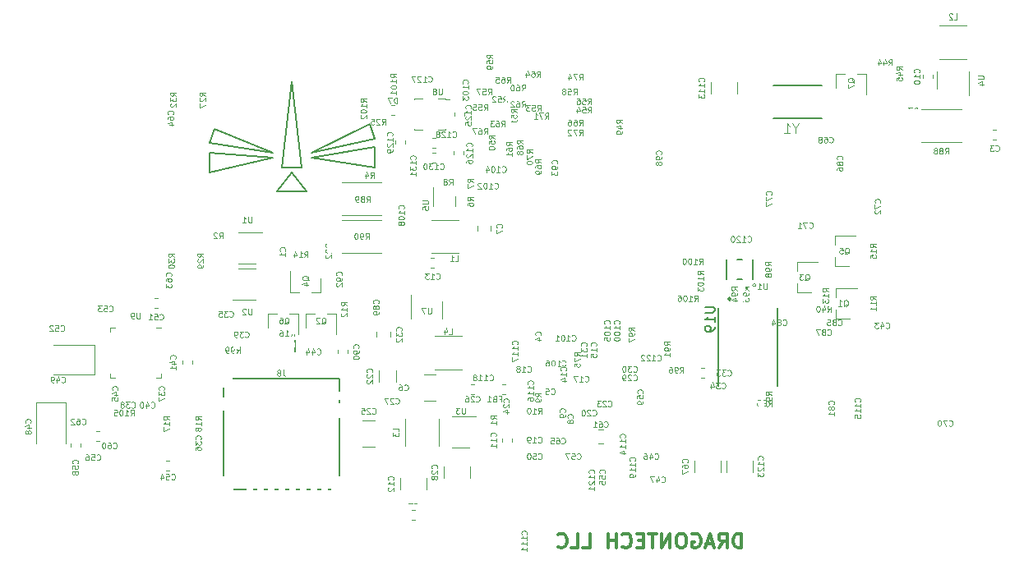
<source format=gbr>
G04 #@! TF.GenerationSoftware,KiCad,Pcbnew,(5.0.1)-rc2*
G04 #@! TF.CreationDate,2021-03-03T09:19:06-05:00*
G04 #@! TF.ProjectId,DFTBoard,444654426F6172642E6B696361645F70,rev?*
G04 #@! TF.SameCoordinates,Original*
G04 #@! TF.FileFunction,Legend,Bot*
G04 #@! TF.FilePolarity,Positive*
%FSLAX46Y46*%
G04 Gerber Fmt 4.6, Leading zero omitted, Abs format (unit mm)*
G04 Created by KiCad (PCBNEW (5.0.1)-rc2) date 3/3/2021 9:19:06 AM*
%MOMM*%
%LPD*%
G01*
G04 APERTURE LIST*
%ADD10C,0.200000*%
%ADD11C,0.375000*%
%ADD12C,0.120000*%
%ADD13C,0.150000*%
%ADD14C,0.127000*%
%ADD15C,0.250000*%
%ADD16C,0.100000*%
%ADD17C,0.050000*%
%ADD18C,0.125000*%
%ADD19C,2.230000*%
%ADD20C,3.078000*%
%ADD21C,0.620000*%
%ADD22C,1.280000*%
%ADD23O,1.757200X1.757200*%
%ADD24C,2.030000*%
%ADD25C,1.808000*%
%ADD26R,0.880000X0.310000*%
%ADD27R,1.680000X2.430000*%
%ADD28R,0.310000X0.730000*%
%ADD29C,1.230000*%
%ADD30C,1.530000*%
%ADD31C,1.830000*%
%ADD32C,3.030000*%
%ADD33C,4.030000*%
%ADD34C,0.905000*%
%ADD35C,1.355000*%
%ADD36R,0.830000X1.430000*%
%ADD37R,1.030000X1.580000*%
%ADD38R,1.530000X0.830000*%
%ADD39R,0.830000X1.530000*%
%ADD40R,1.530000X1.530000*%
%ADD41R,1.330000X1.530000*%
%ADD42R,0.730000X1.780000*%
%ADD43C,1.155000*%
%ADD44R,0.930000X0.830000*%
%ADD45R,0.830000X0.930000*%
%ADD46R,1.090000X0.680000*%
%ADD47R,0.680000X1.090000*%
%ADD48R,0.280000X0.530000*%
%ADD49R,1.630000X0.930000*%
%ADD50R,1.980000X2.980000*%
%ADD51C,3.680000*%
%ADD52C,0.280000*%
%ADD53R,0.680000X0.880000*%
%ADD54C,1.005000*%
%ADD55R,1.730000X1.730000*%
%ADD56C,1.730000*%
%ADD57C,3.530000*%
%ADD58C,1.630000*%
%ADD59C,1.380000*%
%ADD60C,0.480000*%
G04 APERTURE END LIST*
D10*
X134600000Y-117200000D02*
X128100000Y-116200000D01*
X128600000Y-114700000D02*
X128100000Y-116200000D01*
X134600000Y-117700000D02*
X128100000Y-117200000D01*
X128100000Y-119200000D02*
X134600000Y-117700000D01*
X128100000Y-117200000D02*
X128100000Y-119200000D01*
X134600000Y-117200000D02*
X128600000Y-114700000D01*
X145100000Y-118700000D02*
X145100000Y-116600000D01*
X138600000Y-117700000D02*
X145100000Y-118700000D01*
X138600000Y-117700000D02*
X145100000Y-116600000D01*
X136600000Y-119200000D02*
X138100000Y-121200000D01*
X145100000Y-115700000D02*
X144600000Y-114200000D01*
D11*
X182928571Y-157928571D02*
X182928571Y-156428571D01*
X182571428Y-156428571D01*
X182357142Y-156500000D01*
X182214285Y-156642857D01*
X182142857Y-156785714D01*
X182071428Y-157071428D01*
X182071428Y-157285714D01*
X182142857Y-157571428D01*
X182214285Y-157714285D01*
X182357142Y-157857142D01*
X182571428Y-157928571D01*
X182928571Y-157928571D01*
X180571428Y-157928571D02*
X181071428Y-157214285D01*
X181428571Y-157928571D02*
X181428571Y-156428571D01*
X180857142Y-156428571D01*
X180714285Y-156500000D01*
X180642857Y-156571428D01*
X180571428Y-156714285D01*
X180571428Y-156928571D01*
X180642857Y-157071428D01*
X180714285Y-157142857D01*
X180857142Y-157214285D01*
X181428571Y-157214285D01*
X180000000Y-157500000D02*
X179285714Y-157500000D01*
X180142857Y-157928571D02*
X179642857Y-156428571D01*
X179142857Y-157928571D01*
X177857142Y-156500000D02*
X178000000Y-156428571D01*
X178214285Y-156428571D01*
X178428571Y-156500000D01*
X178571428Y-156642857D01*
X178642857Y-156785714D01*
X178714285Y-157071428D01*
X178714285Y-157285714D01*
X178642857Y-157571428D01*
X178571428Y-157714285D01*
X178428571Y-157857142D01*
X178214285Y-157928571D01*
X178071428Y-157928571D01*
X177857142Y-157857142D01*
X177785714Y-157785714D01*
X177785714Y-157285714D01*
X178071428Y-157285714D01*
X176857142Y-156428571D02*
X176571428Y-156428571D01*
X176428571Y-156500000D01*
X176285714Y-156642857D01*
X176214285Y-156928571D01*
X176214285Y-157428571D01*
X176285714Y-157714285D01*
X176428571Y-157857142D01*
X176571428Y-157928571D01*
X176857142Y-157928571D01*
X177000000Y-157857142D01*
X177142857Y-157714285D01*
X177214285Y-157428571D01*
X177214285Y-156928571D01*
X177142857Y-156642857D01*
X177000000Y-156500000D01*
X176857142Y-156428571D01*
X175571428Y-157928571D02*
X175571428Y-156428571D01*
X174714285Y-157928571D01*
X174714285Y-156428571D01*
X174214285Y-156428571D02*
X173357142Y-156428571D01*
X173785714Y-157928571D02*
X173785714Y-156428571D01*
X172857142Y-157142857D02*
X172357142Y-157142857D01*
X172142857Y-157928571D02*
X172857142Y-157928571D01*
X172857142Y-156428571D01*
X172142857Y-156428571D01*
X170642857Y-157785714D02*
X170714285Y-157857142D01*
X170928571Y-157928571D01*
X171071428Y-157928571D01*
X171285714Y-157857142D01*
X171428571Y-157714285D01*
X171500000Y-157571428D01*
X171571428Y-157285714D01*
X171571428Y-157071428D01*
X171500000Y-156785714D01*
X171428571Y-156642857D01*
X171285714Y-156500000D01*
X171071428Y-156428571D01*
X170928571Y-156428571D01*
X170714285Y-156500000D01*
X170642857Y-156571428D01*
X170000000Y-157928571D02*
X170000000Y-156428571D01*
X170000000Y-157142857D02*
X169142857Y-157142857D01*
X169142857Y-157928571D02*
X169142857Y-156428571D01*
X166571428Y-157928571D02*
X167285714Y-157928571D01*
X167285714Y-156428571D01*
X165357142Y-157928571D02*
X166071428Y-157928571D01*
X166071428Y-156428571D01*
X164000000Y-157785714D02*
X164071428Y-157857142D01*
X164285714Y-157928571D01*
X164428571Y-157928571D01*
X164642857Y-157857142D01*
X164785714Y-157714285D01*
X164857142Y-157571428D01*
X164928571Y-157285714D01*
X164928571Y-157071428D01*
X164857142Y-156785714D01*
X164785714Y-156642857D01*
X164642857Y-156500000D01*
X164428571Y-156428571D01*
X164285714Y-156428571D01*
X164071428Y-156500000D01*
X164000000Y-156571428D01*
D10*
X135590000Y-118700000D02*
X136600000Y-109800000D01*
X137600000Y-118700000D02*
X136600000Y-109800000D01*
X144600000Y-114200000D02*
X138600000Y-117200000D01*
X138100000Y-121200000D02*
X135100000Y-121200000D01*
X135100000Y-121200000D02*
X136600000Y-119200000D01*
X135600000Y-118700000D02*
X137600000Y-118700000D01*
X138600000Y-117200000D02*
X145100000Y-115700000D01*
X136928604Y-137640048D02*
X136928604Y-136490048D01*
D12*
G04 #@! TO.C,C22*
X147360000Y-139597936D02*
X147360000Y-140802064D01*
X145540000Y-139597936D02*
X145540000Y-140802064D01*
G04 #@! TO.C,U8*
X152440000Y-111710000D02*
X152840000Y-111710000D01*
X149240000Y-114810000D02*
X149240000Y-114710000D01*
X150040000Y-114810000D02*
X149240000Y-114810000D01*
X152440000Y-114810000D02*
X151640000Y-114810000D01*
X152440000Y-114710000D02*
X152440000Y-114810000D01*
X149240000Y-111610000D02*
X149240000Y-111710000D01*
X150040000Y-111610000D02*
X149240000Y-111610000D01*
X152440000Y-111610000D02*
X152440000Y-111710000D01*
X151640000Y-111610000D02*
X152440000Y-111610000D01*
G04 #@! TO.C,C113*
X182460000Y-109897936D02*
X182460000Y-111102064D01*
X179740000Y-109897936D02*
X179740000Y-111102064D01*
G04 #@! TO.C,C2*
X149262779Y-155010000D02*
X148937221Y-155010000D01*
X149262779Y-153990000D02*
X148937221Y-153990000D01*
G04 #@! TO.C,C3*
X208837221Y-114790000D02*
X209162779Y-114790000D01*
X208837221Y-115810000D02*
X209162779Y-115810000D01*
G04 #@! TO.C,C6*
X151402064Y-142760000D02*
X150197936Y-142760000D01*
X151402064Y-140040000D02*
X150197936Y-140040000D01*
G04 #@! TO.C,C10*
X202610000Y-109137221D02*
X202610000Y-109462779D01*
X201590000Y-109137221D02*
X201590000Y-109462779D01*
G04 #@! TO.C,C11*
X159310000Y-146637221D02*
X159310000Y-146962779D01*
X158290000Y-146637221D02*
X158290000Y-146962779D01*
G04 #@! TO.C,C12*
X150460000Y-150697936D02*
X150460000Y-151902064D01*
X147740000Y-150697936D02*
X147740000Y-151902064D01*
G04 #@! TO.C,C13*
X150937221Y-127990000D02*
X151262779Y-127990000D01*
X150937221Y-129010000D02*
X151262779Y-129010000D01*
G04 #@! TO.C,C25*
X145102064Y-147460000D02*
X143897936Y-147460000D01*
X145102064Y-144740000D02*
X143897936Y-144740000D01*
G04 #@! TO.C,C26*
X155362779Y-142110000D02*
X155037221Y-142110000D01*
X155362779Y-141090000D02*
X155037221Y-141090000D01*
G04 #@! TO.C,C28*
X154960000Y-149497936D02*
X154960000Y-150702064D01*
X152240000Y-149497936D02*
X152240000Y-150702064D01*
G04 #@! TO.C,C33*
X179062779Y-140410000D02*
X178737221Y-140410000D01*
X179062779Y-139390000D02*
X178737221Y-139390000D01*
G04 #@! TO.C,C41*
X126310000Y-138637221D02*
X126310000Y-138962779D01*
X125290000Y-138637221D02*
X125290000Y-138962779D01*
G04 #@! TO.C,C48*
X113310000Y-142940000D02*
X113310000Y-147150000D01*
X110290000Y-142940000D02*
X113310000Y-142940000D01*
X110290000Y-147150000D02*
X110290000Y-142940000D01*
G04 #@! TO.C,C49*
X116260000Y-140010000D02*
X112050000Y-140010000D01*
X116260000Y-136990000D02*
X116260000Y-140010000D01*
X112050000Y-136990000D02*
X116260000Y-136990000D01*
G04 #@! TO.C,C51*
X122437221Y-132190000D02*
X122762779Y-132190000D01*
X122437221Y-133210000D02*
X122762779Y-133210000D01*
G04 #@! TO.C,C54*
X123637221Y-148890000D02*
X123962779Y-148890000D01*
X123637221Y-149910000D02*
X123962779Y-149910000D01*
G04 #@! TO.C,C58*
X113790000Y-147462779D02*
X113790000Y-147137221D01*
X114810000Y-147462779D02*
X114810000Y-147137221D01*
G04 #@! TO.C,C60*
X116437221Y-145890000D02*
X116762779Y-145890000D01*
X116437221Y-146910000D02*
X116762779Y-146910000D01*
G04 #@! TO.C,C67*
X180760000Y-148897936D02*
X180760000Y-150102064D01*
X178040000Y-148897936D02*
X178040000Y-150102064D01*
G04 #@! TO.C,C90*
X141290000Y-137862779D02*
X141290000Y-137537221D01*
X142310000Y-137862779D02*
X142310000Y-137537221D01*
G04 #@! TO.C,C123*
X184060000Y-148897936D02*
X184060000Y-150102064D01*
X181340000Y-148897936D02*
X181340000Y-150102064D01*
G04 #@! TO.C,FB1*
X158612779Y-142110000D02*
X158287221Y-142110000D01*
X158612779Y-141090000D02*
X158287221Y-141090000D01*
D13*
G04 #@! TO.C,J8*
X141475000Y-140425000D02*
X129525000Y-140425000D01*
X129525000Y-151875000D02*
X129525000Y-140425000D01*
X141475000Y-151875000D02*
X129525000Y-151875000D01*
X141475000Y-140425000D02*
X141475000Y-151875000D01*
D12*
G04 #@! TO.C,L1*
X151013748Y-124090000D02*
X153786252Y-124090000D01*
X151013748Y-127510000D02*
X153786252Y-127510000D01*
G04 #@! TO.C,L2*
X206086252Y-107510000D02*
X203313748Y-107510000D01*
X206086252Y-104090000D02*
X203313748Y-104090000D01*
G04 #@! TO.C,L3*
X151710000Y-144613748D02*
X151710000Y-147386252D01*
X148290000Y-144613748D02*
X148290000Y-147386252D01*
G04 #@! TO.C,L4*
X151313748Y-136090000D02*
X154086252Y-136090000D01*
X151313748Y-139510000D02*
X154086252Y-139510000D01*
G04 #@! TO.C,Q1*
X192640000Y-134280000D02*
X194100000Y-134280000D01*
X192640000Y-131120000D02*
X194800000Y-131120000D01*
X192640000Y-131120000D02*
X192640000Y-132050000D01*
X192640000Y-134280000D02*
X192640000Y-133350000D01*
G04 #@! TO.C,Q2*
X138020000Y-133740000D02*
X138020000Y-135200000D01*
X141180000Y-133740000D02*
X141180000Y-135900000D01*
X141180000Y-133740000D02*
X140250000Y-133740000D01*
X138020000Y-133740000D02*
X138950000Y-133740000D01*
G04 #@! TO.C,Q3*
X188640000Y-131580000D02*
X190100000Y-131580000D01*
X188640000Y-128420000D02*
X190800000Y-128420000D01*
X188640000Y-128420000D02*
X188640000Y-129350000D01*
X188640000Y-131580000D02*
X188640000Y-130650000D01*
G04 #@! TO.C,Q4*
X139580000Y-131560000D02*
X139580000Y-130100000D01*
X136420000Y-131560000D02*
X136420000Y-129400000D01*
X136420000Y-131560000D02*
X137350000Y-131560000D01*
X139580000Y-131560000D02*
X138650000Y-131560000D01*
G04 #@! TO.C,Q5*
X192540000Y-128880000D02*
X194000000Y-128880000D01*
X192540000Y-125720000D02*
X194700000Y-125720000D01*
X192540000Y-125720000D02*
X192540000Y-126650000D01*
X192540000Y-128880000D02*
X192540000Y-127950000D01*
G04 #@! TO.C,Q6*
X134120000Y-133740000D02*
X134120000Y-135200000D01*
X137280000Y-133740000D02*
X137280000Y-135900000D01*
X137280000Y-133740000D02*
X136350000Y-133740000D01*
X134120000Y-133740000D02*
X135050000Y-133740000D01*
G04 #@! TO.C,Q7*
X192620000Y-109040000D02*
X192620000Y-110500000D01*
X195780000Y-109040000D02*
X195780000Y-111200000D01*
X195780000Y-109040000D02*
X194850000Y-109040000D01*
X192620000Y-109040000D02*
X193550000Y-109040000D01*
G04 #@! TO.C,U1*
X131100000Y-125390000D02*
X133550000Y-125390000D01*
X132900000Y-128610000D02*
X131100000Y-128610000D01*
G04 #@! TO.C,U2*
X132900000Y-132310000D02*
X130450000Y-132310000D01*
X131100000Y-129090000D02*
X132900000Y-129090000D01*
G04 #@! TO.C,U3*
X153100000Y-144390000D02*
X155550000Y-144390000D01*
X154900000Y-147610000D02*
X153100000Y-147610000D01*
G04 #@! TO.C,U4*
X206310000Y-108800000D02*
X206310000Y-111250000D01*
X203090000Y-110600000D02*
X203090000Y-108800000D01*
G04 #@! TO.C,U5*
X151180000Y-120700000D02*
X151180000Y-122700000D01*
X153420000Y-122700000D02*
X153420000Y-121700000D01*
D14*
G04 #@! TO.C,Y1*
X191200000Y-110250000D02*
X186200000Y-110250000D01*
X186200000Y-113650000D02*
X191200000Y-113650000D01*
D12*
G04 #@! TO.C,U7*
X148890000Y-134300000D02*
X148890000Y-131850000D01*
X152110000Y-132500000D02*
X152110000Y-134300000D01*
G04 #@! TO.C,U9*
X118365000Y-135190000D02*
X117890000Y-135190000D01*
X117890000Y-135190000D02*
X117890000Y-135665000D01*
X122635000Y-140410000D02*
X123110000Y-140410000D01*
X123110000Y-140410000D02*
X123110000Y-139935000D01*
X118365000Y-140410000D02*
X117890000Y-140410000D01*
X117890000Y-140410000D02*
X117890000Y-139935000D01*
X122635000Y-135190000D02*
X123110000Y-135190000D01*
D14*
G04 #@! TO.C,U18*
X182950000Y-128200000D02*
X182450000Y-128200000D01*
X182950000Y-130200000D02*
X182450000Y-130200000D01*
X184050000Y-128200000D02*
X184050000Y-130200000D01*
X181350000Y-128200000D02*
X181350000Y-130200000D01*
D10*
X183530000Y-131120000D02*
G75*
G03X183530000Y-131120000I-100000J0D01*
G01*
D12*
G04 #@! TO.C,C7*
X155690000Y-124741422D02*
X155690000Y-125258578D01*
X157110000Y-124741422D02*
X157110000Y-125258578D01*
G04 #@! TO.C,C32*
X146710000Y-136158578D02*
X146710000Y-135641422D01*
X145290000Y-136158578D02*
X145290000Y-135641422D01*
G04 #@! TO.C,C61*
X168141422Y-147110000D02*
X168658578Y-147110000D01*
X168141422Y-145690000D02*
X168658578Y-145690000D01*
G04 #@! TO.C,C125*
X153330000Y-113047221D02*
X153330000Y-113372779D01*
X154350000Y-113047221D02*
X154350000Y-113372779D01*
G04 #@! TO.C,C126*
X154310000Y-117037221D02*
X154310000Y-117362779D01*
X153290000Y-117037221D02*
X153290000Y-117362779D01*
G04 #@! TO.C,C128*
X151362779Y-115690000D02*
X151037221Y-115690000D01*
X151362779Y-116710000D02*
X151037221Y-116710000D01*
G04 #@! TO.C,C129*
X147290000Y-115937221D02*
X147290000Y-116262779D01*
X148310000Y-115937221D02*
X148310000Y-116262779D01*
G04 #@! TO.C,C130*
X151362779Y-118210000D02*
X151037221Y-118210000D01*
X151362779Y-117190000D02*
X151037221Y-117190000D01*
G04 #@! TO.C,D7*
X147162779Y-112290000D02*
X146837221Y-112290000D01*
X147162779Y-113310000D02*
X146837221Y-113310000D01*
G04 #@! TO.C,R88*
X201447936Y-112690000D02*
X205552064Y-112690000D01*
X201447936Y-116110000D02*
X205552064Y-116110000D01*
G04 #@! TO.C,R89*
X141747936Y-120190000D02*
X145852064Y-120190000D01*
X141747936Y-123610000D02*
X145852064Y-123610000D01*
G04 #@! TO.C,R90*
X141747936Y-127510000D02*
X145852064Y-127510000D01*
X141747936Y-124090000D02*
X145852064Y-124090000D01*
D15*
G04 #@! TO.C,U19*
X181820000Y-132243934D02*
G75*
G03X181820000Y-132243934I-125000J0D01*
G01*
D13*
X180550000Y-133150000D02*
X180550000Y-141250000D01*
X186650000Y-133150000D02*
X186650000Y-141250000D01*
G04 #@! TO.C,C116*
D16*
X161414285Y-141028571D02*
X161442857Y-141000000D01*
X161471428Y-140914285D01*
X161471428Y-140857142D01*
X161442857Y-140771428D01*
X161385714Y-140714285D01*
X161328571Y-140685714D01*
X161214285Y-140657142D01*
X161128571Y-140657142D01*
X161014285Y-140685714D01*
X160957142Y-140714285D01*
X160900000Y-140771428D01*
X160871428Y-140857142D01*
X160871428Y-140914285D01*
X160900000Y-141000000D01*
X160928571Y-141028571D01*
X161471428Y-141600000D02*
X161471428Y-141257142D01*
X161471428Y-141428571D02*
X160871428Y-141428571D01*
X160957142Y-141371428D01*
X161014285Y-141314285D01*
X161042857Y-141257142D01*
X161471428Y-142171428D02*
X161471428Y-141828571D01*
X161471428Y-142000000D02*
X160871428Y-142000000D01*
X160957142Y-141942857D01*
X161014285Y-141885714D01*
X161042857Y-141828571D01*
X160871428Y-142685714D02*
X160871428Y-142571428D01*
X160900000Y-142514285D01*
X160928571Y-142485714D01*
X161014285Y-142428571D01*
X161128571Y-142400000D01*
X161357142Y-142400000D01*
X161414285Y-142428571D01*
X161442857Y-142457142D01*
X161471428Y-142514285D01*
X161471428Y-142628571D01*
X161442857Y-142685714D01*
X161414285Y-142714285D01*
X161357142Y-142742857D01*
X161214285Y-142742857D01*
X161157142Y-142714285D01*
X161128571Y-142685714D01*
X161100000Y-142628571D01*
X161100000Y-142514285D01*
X161128571Y-142457142D01*
X161157142Y-142428571D01*
X161214285Y-142400000D01*
G04 #@! TO.C,C24*
X158914285Y-142889285D02*
X158942857Y-142860714D01*
X158971428Y-142775000D01*
X158971428Y-142717857D01*
X158942857Y-142632142D01*
X158885714Y-142575000D01*
X158828571Y-142546428D01*
X158714285Y-142517857D01*
X158628571Y-142517857D01*
X158514285Y-142546428D01*
X158457142Y-142575000D01*
X158400000Y-142632142D01*
X158371428Y-142717857D01*
X158371428Y-142775000D01*
X158400000Y-142860714D01*
X158428571Y-142889285D01*
X158428571Y-143117857D02*
X158400000Y-143146428D01*
X158371428Y-143203571D01*
X158371428Y-143346428D01*
X158400000Y-143403571D01*
X158428571Y-143432142D01*
X158485714Y-143460714D01*
X158542857Y-143460714D01*
X158628571Y-143432142D01*
X158971428Y-143089285D01*
X158971428Y-143460714D01*
X158571428Y-143975000D02*
X158971428Y-143975000D01*
X158342857Y-143832142D02*
X158771428Y-143689285D01*
X158771428Y-144060714D01*
G04 #@! TO.C,C22*
X144844285Y-139814285D02*
X144872857Y-139785714D01*
X144901428Y-139700000D01*
X144901428Y-139642857D01*
X144872857Y-139557142D01*
X144815714Y-139500000D01*
X144758571Y-139471428D01*
X144644285Y-139442857D01*
X144558571Y-139442857D01*
X144444285Y-139471428D01*
X144387142Y-139500000D01*
X144330000Y-139557142D01*
X144301428Y-139642857D01*
X144301428Y-139700000D01*
X144330000Y-139785714D01*
X144358571Y-139814285D01*
X144358571Y-140042857D02*
X144330000Y-140071428D01*
X144301428Y-140128571D01*
X144301428Y-140271428D01*
X144330000Y-140328571D01*
X144358571Y-140357142D01*
X144415714Y-140385714D01*
X144472857Y-140385714D01*
X144558571Y-140357142D01*
X144901428Y-140014285D01*
X144901428Y-140385714D01*
X144358571Y-140614285D02*
X144330000Y-140642857D01*
X144301428Y-140700000D01*
X144301428Y-140842857D01*
X144330000Y-140900000D01*
X144358571Y-140928571D01*
X144415714Y-140957142D01*
X144472857Y-140957142D01*
X144558571Y-140928571D01*
X144901428Y-140585714D01*
X144901428Y-140957142D01*
G04 #@! TO.C,U8*
X152057142Y-110571428D02*
X152057142Y-111057142D01*
X152028571Y-111114285D01*
X152000000Y-111142857D01*
X151942857Y-111171428D01*
X151828571Y-111171428D01*
X151771428Y-111142857D01*
X151742857Y-111114285D01*
X151714285Y-111057142D01*
X151714285Y-110571428D01*
X151342857Y-110828571D02*
X151400000Y-110800000D01*
X151428571Y-110771428D01*
X151457142Y-110714285D01*
X151457142Y-110685714D01*
X151428571Y-110628571D01*
X151400000Y-110600000D01*
X151342857Y-110571428D01*
X151228571Y-110571428D01*
X151171428Y-110600000D01*
X151142857Y-110628571D01*
X151114285Y-110685714D01*
X151114285Y-110714285D01*
X151142857Y-110771428D01*
X151171428Y-110800000D01*
X151228571Y-110828571D01*
X151342857Y-110828571D01*
X151400000Y-110857142D01*
X151428571Y-110885714D01*
X151457142Y-110942857D01*
X151457142Y-111057142D01*
X151428571Y-111114285D01*
X151400000Y-111142857D01*
X151342857Y-111171428D01*
X151228571Y-111171428D01*
X151171428Y-111142857D01*
X151142857Y-111114285D01*
X151114285Y-111057142D01*
X151114285Y-110942857D01*
X151142857Y-110885714D01*
X151171428Y-110857142D01*
X151228571Y-110828571D01*
G04 #@! TO.C,C113*
X179034285Y-109828571D02*
X179062857Y-109800000D01*
X179091428Y-109714285D01*
X179091428Y-109657142D01*
X179062857Y-109571428D01*
X179005714Y-109514285D01*
X178948571Y-109485714D01*
X178834285Y-109457142D01*
X178748571Y-109457142D01*
X178634285Y-109485714D01*
X178577142Y-109514285D01*
X178520000Y-109571428D01*
X178491428Y-109657142D01*
X178491428Y-109714285D01*
X178520000Y-109800000D01*
X178548571Y-109828571D01*
X179091428Y-110400000D02*
X179091428Y-110057142D01*
X179091428Y-110228571D02*
X178491428Y-110228571D01*
X178577142Y-110171428D01*
X178634285Y-110114285D01*
X178662857Y-110057142D01*
X179091428Y-110971428D02*
X179091428Y-110628571D01*
X179091428Y-110800000D02*
X178491428Y-110800000D01*
X178577142Y-110742857D01*
X178634285Y-110685714D01*
X178662857Y-110628571D01*
X178491428Y-111171428D02*
X178491428Y-111542857D01*
X178720000Y-111342857D01*
X178720000Y-111428571D01*
X178748571Y-111485714D01*
X178777142Y-111514285D01*
X178834285Y-111542857D01*
X178977142Y-111542857D01*
X179034285Y-111514285D01*
X179062857Y-111485714D01*
X179091428Y-111428571D01*
X179091428Y-111257142D01*
X179062857Y-111200000D01*
X179034285Y-111171428D01*
G04 #@! TO.C,C84*
X187185714Y-134914285D02*
X187214285Y-134942857D01*
X187300000Y-134971428D01*
X187357142Y-134971428D01*
X187442857Y-134942857D01*
X187500000Y-134885714D01*
X187528571Y-134828571D01*
X187557142Y-134714285D01*
X187557142Y-134628571D01*
X187528571Y-134514285D01*
X187500000Y-134457142D01*
X187442857Y-134400000D01*
X187357142Y-134371428D01*
X187300000Y-134371428D01*
X187214285Y-134400000D01*
X187185714Y-134428571D01*
X186842857Y-134628571D02*
X186900000Y-134600000D01*
X186928571Y-134571428D01*
X186957142Y-134514285D01*
X186957142Y-134485714D01*
X186928571Y-134428571D01*
X186900000Y-134400000D01*
X186842857Y-134371428D01*
X186728571Y-134371428D01*
X186671428Y-134400000D01*
X186642857Y-134428571D01*
X186614285Y-134485714D01*
X186614285Y-134514285D01*
X186642857Y-134571428D01*
X186671428Y-134600000D01*
X186728571Y-134628571D01*
X186842857Y-134628571D01*
X186900000Y-134657142D01*
X186928571Y-134685714D01*
X186957142Y-134742857D01*
X186957142Y-134857142D01*
X186928571Y-134914285D01*
X186900000Y-134942857D01*
X186842857Y-134971428D01*
X186728571Y-134971428D01*
X186671428Y-134942857D01*
X186642857Y-134914285D01*
X186614285Y-134857142D01*
X186614285Y-134742857D01*
X186642857Y-134685714D01*
X186671428Y-134657142D01*
X186728571Y-134628571D01*
X186100000Y-134571428D02*
X186100000Y-134971428D01*
X186242857Y-134342857D02*
X186385714Y-134771428D01*
X186014285Y-134771428D01*
G04 #@! TO.C,C85*
X192885714Y-134914285D02*
X192914285Y-134942857D01*
X193000000Y-134971428D01*
X193057142Y-134971428D01*
X193142857Y-134942857D01*
X193200000Y-134885714D01*
X193228571Y-134828571D01*
X193257142Y-134714285D01*
X193257142Y-134628571D01*
X193228571Y-134514285D01*
X193200000Y-134457142D01*
X193142857Y-134400000D01*
X193057142Y-134371428D01*
X193000000Y-134371428D01*
X192914285Y-134400000D01*
X192885714Y-134428571D01*
X192542857Y-134628571D02*
X192600000Y-134600000D01*
X192628571Y-134571428D01*
X192657142Y-134514285D01*
X192657142Y-134485714D01*
X192628571Y-134428571D01*
X192600000Y-134400000D01*
X192542857Y-134371428D01*
X192428571Y-134371428D01*
X192371428Y-134400000D01*
X192342857Y-134428571D01*
X192314285Y-134485714D01*
X192314285Y-134514285D01*
X192342857Y-134571428D01*
X192371428Y-134600000D01*
X192428571Y-134628571D01*
X192542857Y-134628571D01*
X192600000Y-134657142D01*
X192628571Y-134685714D01*
X192657142Y-134742857D01*
X192657142Y-134857142D01*
X192628571Y-134914285D01*
X192600000Y-134942857D01*
X192542857Y-134971428D01*
X192428571Y-134971428D01*
X192371428Y-134942857D01*
X192342857Y-134914285D01*
X192314285Y-134857142D01*
X192314285Y-134742857D01*
X192342857Y-134685714D01*
X192371428Y-134657142D01*
X192428571Y-134628571D01*
X191771428Y-134371428D02*
X192057142Y-134371428D01*
X192085714Y-134657142D01*
X192057142Y-134628571D01*
X192000000Y-134600000D01*
X191857142Y-134600000D01*
X191800000Y-134628571D01*
X191771428Y-134657142D01*
X191742857Y-134714285D01*
X191742857Y-134857142D01*
X191771428Y-134914285D01*
X191800000Y-134942857D01*
X191857142Y-134971428D01*
X192000000Y-134971428D01*
X192057142Y-134942857D01*
X192085714Y-134914285D01*
G04 #@! TO.C,R40*
X191785714Y-133571428D02*
X191985714Y-133285714D01*
X192128571Y-133571428D02*
X192128571Y-132971428D01*
X191900000Y-132971428D01*
X191842857Y-133000000D01*
X191814285Y-133028571D01*
X191785714Y-133085714D01*
X191785714Y-133171428D01*
X191814285Y-133228571D01*
X191842857Y-133257142D01*
X191900000Y-133285714D01*
X192128571Y-133285714D01*
X191271428Y-133171428D02*
X191271428Y-133571428D01*
X191414285Y-132942857D02*
X191557142Y-133371428D01*
X191185714Y-133371428D01*
X190842857Y-132971428D02*
X190785714Y-132971428D01*
X190728571Y-133000000D01*
X190700000Y-133028571D01*
X190671428Y-133085714D01*
X190642857Y-133200000D01*
X190642857Y-133342857D01*
X190671428Y-133457142D01*
X190700000Y-133514285D01*
X190728571Y-133542857D01*
X190785714Y-133571428D01*
X190842857Y-133571428D01*
X190900000Y-133542857D01*
X190928571Y-133514285D01*
X190957142Y-133457142D01*
X190985714Y-133342857D01*
X190985714Y-133200000D01*
X190957142Y-133085714D01*
X190928571Y-133028571D01*
X190900000Y-133000000D01*
X190842857Y-132971428D01*
G04 #@! TO.C,R49*
X170641428Y-114114285D02*
X170355714Y-113914285D01*
X170641428Y-113771428D02*
X170041428Y-113771428D01*
X170041428Y-114000000D01*
X170070000Y-114057142D01*
X170098571Y-114085714D01*
X170155714Y-114114285D01*
X170241428Y-114114285D01*
X170298571Y-114085714D01*
X170327142Y-114057142D01*
X170355714Y-114000000D01*
X170355714Y-113771428D01*
X170241428Y-114628571D02*
X170641428Y-114628571D01*
X170012857Y-114485714D02*
X170441428Y-114342857D01*
X170441428Y-114714285D01*
X170641428Y-114971428D02*
X170641428Y-115085714D01*
X170612857Y-115142857D01*
X170584285Y-115171428D01*
X170498571Y-115228571D01*
X170384285Y-115257142D01*
X170155714Y-115257142D01*
X170098571Y-115228571D01*
X170070000Y-115200000D01*
X170041428Y-115142857D01*
X170041428Y-115028571D01*
X170070000Y-114971428D01*
X170098571Y-114942857D01*
X170155714Y-114914285D01*
X170298571Y-114914285D01*
X170355714Y-114942857D01*
X170384285Y-114971428D01*
X170412857Y-115028571D01*
X170412857Y-115142857D01*
X170384285Y-115200000D01*
X170355714Y-115228571D01*
X170298571Y-115257142D01*
G04 #@! TO.C,R75*
X166271428Y-138114285D02*
X165985714Y-137914285D01*
X166271428Y-137771428D02*
X165671428Y-137771428D01*
X165671428Y-138000000D01*
X165700000Y-138057142D01*
X165728571Y-138085714D01*
X165785714Y-138114285D01*
X165871428Y-138114285D01*
X165928571Y-138085714D01*
X165957142Y-138057142D01*
X165985714Y-138000000D01*
X165985714Y-137771428D01*
X165671428Y-138314285D02*
X165671428Y-138714285D01*
X166271428Y-138457142D01*
X165671428Y-139228571D02*
X165671428Y-138942857D01*
X165957142Y-138914285D01*
X165928571Y-138942857D01*
X165900000Y-139000000D01*
X165900000Y-139142857D01*
X165928571Y-139200000D01*
X165957142Y-139228571D01*
X166014285Y-139257142D01*
X166157142Y-139257142D01*
X166214285Y-139228571D01*
X166242857Y-139200000D01*
X166271428Y-139142857D01*
X166271428Y-139000000D01*
X166242857Y-138942857D01*
X166214285Y-138914285D01*
G04 #@! TO.C,C2*
X149200000Y-153284285D02*
X149228571Y-153312857D01*
X149314285Y-153341428D01*
X149371428Y-153341428D01*
X149457142Y-153312857D01*
X149514285Y-153255714D01*
X149542857Y-153198571D01*
X149571428Y-153084285D01*
X149571428Y-152998571D01*
X149542857Y-152884285D01*
X149514285Y-152827142D01*
X149457142Y-152770000D01*
X149371428Y-152741428D01*
X149314285Y-152741428D01*
X149228571Y-152770000D01*
X149200000Y-152798571D01*
X148971428Y-152798571D02*
X148942857Y-152770000D01*
X148885714Y-152741428D01*
X148742857Y-152741428D01*
X148685714Y-152770000D01*
X148657142Y-152798571D01*
X148628571Y-152855714D01*
X148628571Y-152912857D01*
X148657142Y-152998571D01*
X149000000Y-153341428D01*
X148628571Y-153341428D01*
G04 #@! TO.C,C3*
X209100000Y-116944285D02*
X209128571Y-116972857D01*
X209214285Y-117001428D01*
X209271428Y-117001428D01*
X209357142Y-116972857D01*
X209414285Y-116915714D01*
X209442857Y-116858571D01*
X209471428Y-116744285D01*
X209471428Y-116658571D01*
X209442857Y-116544285D01*
X209414285Y-116487142D01*
X209357142Y-116430000D01*
X209271428Y-116401428D01*
X209214285Y-116401428D01*
X209128571Y-116430000D01*
X209100000Y-116458571D01*
X208900000Y-116401428D02*
X208528571Y-116401428D01*
X208728571Y-116630000D01*
X208642857Y-116630000D01*
X208585714Y-116658571D01*
X208557142Y-116687142D01*
X208528571Y-116744285D01*
X208528571Y-116887142D01*
X208557142Y-116944285D01*
X208585714Y-116972857D01*
X208642857Y-117001428D01*
X208814285Y-117001428D01*
X208871428Y-116972857D01*
X208900000Y-116944285D01*
G04 #@! TO.C,C6*
X148200000Y-141614285D02*
X148228571Y-141642857D01*
X148314285Y-141671428D01*
X148371428Y-141671428D01*
X148457142Y-141642857D01*
X148514285Y-141585714D01*
X148542857Y-141528571D01*
X148571428Y-141414285D01*
X148571428Y-141328571D01*
X148542857Y-141214285D01*
X148514285Y-141157142D01*
X148457142Y-141100000D01*
X148371428Y-141071428D01*
X148314285Y-141071428D01*
X148228571Y-141100000D01*
X148200000Y-141128571D01*
X147685714Y-141071428D02*
X147800000Y-141071428D01*
X147857142Y-141100000D01*
X147885714Y-141128571D01*
X147942857Y-141214285D01*
X147971428Y-141328571D01*
X147971428Y-141557142D01*
X147942857Y-141614285D01*
X147914285Y-141642857D01*
X147857142Y-141671428D01*
X147742857Y-141671428D01*
X147685714Y-141642857D01*
X147657142Y-141614285D01*
X147628571Y-141557142D01*
X147628571Y-141414285D01*
X147657142Y-141357142D01*
X147685714Y-141328571D01*
X147742857Y-141300000D01*
X147857142Y-141300000D01*
X147914285Y-141328571D01*
X147942857Y-141357142D01*
X147971428Y-141414285D01*
G04 #@! TO.C,C10*
X201214285Y-108914285D02*
X201242857Y-108885714D01*
X201271428Y-108800000D01*
X201271428Y-108742857D01*
X201242857Y-108657142D01*
X201185714Y-108600000D01*
X201128571Y-108571428D01*
X201014285Y-108542857D01*
X200928571Y-108542857D01*
X200814285Y-108571428D01*
X200757142Y-108600000D01*
X200700000Y-108657142D01*
X200671428Y-108742857D01*
X200671428Y-108800000D01*
X200700000Y-108885714D01*
X200728571Y-108914285D01*
X201271428Y-109485714D02*
X201271428Y-109142857D01*
X201271428Y-109314285D02*
X200671428Y-109314285D01*
X200757142Y-109257142D01*
X200814285Y-109200000D01*
X200842857Y-109142857D01*
X200671428Y-109857142D02*
X200671428Y-109914285D01*
X200700000Y-109971428D01*
X200728571Y-110000000D01*
X200785714Y-110028571D01*
X200900000Y-110057142D01*
X201042857Y-110057142D01*
X201157142Y-110028571D01*
X201214285Y-110000000D01*
X201242857Y-109971428D01*
X201271428Y-109914285D01*
X201271428Y-109857142D01*
X201242857Y-109800000D01*
X201214285Y-109771428D01*
X201157142Y-109742857D01*
X201042857Y-109714285D01*
X200900000Y-109714285D01*
X200785714Y-109742857D01*
X200728571Y-109771428D01*
X200700000Y-109800000D01*
X200671428Y-109857142D01*
G04 #@! TO.C,C11*
X157584285Y-146414285D02*
X157612857Y-146385714D01*
X157641428Y-146300000D01*
X157641428Y-146242857D01*
X157612857Y-146157142D01*
X157555714Y-146100000D01*
X157498571Y-146071428D01*
X157384285Y-146042857D01*
X157298571Y-146042857D01*
X157184285Y-146071428D01*
X157127142Y-146100000D01*
X157070000Y-146157142D01*
X157041428Y-146242857D01*
X157041428Y-146300000D01*
X157070000Y-146385714D01*
X157098571Y-146414285D01*
X157641428Y-146985714D02*
X157641428Y-146642857D01*
X157641428Y-146814285D02*
X157041428Y-146814285D01*
X157127142Y-146757142D01*
X157184285Y-146700000D01*
X157212857Y-146642857D01*
X157641428Y-147557142D02*
X157641428Y-147214285D01*
X157641428Y-147385714D02*
X157041428Y-147385714D01*
X157127142Y-147328571D01*
X157184285Y-147271428D01*
X157212857Y-147214285D01*
G04 #@! TO.C,C12*
X147034285Y-150914285D02*
X147062857Y-150885714D01*
X147091428Y-150800000D01*
X147091428Y-150742857D01*
X147062857Y-150657142D01*
X147005714Y-150600000D01*
X146948571Y-150571428D01*
X146834285Y-150542857D01*
X146748571Y-150542857D01*
X146634285Y-150571428D01*
X146577142Y-150600000D01*
X146520000Y-150657142D01*
X146491428Y-150742857D01*
X146491428Y-150800000D01*
X146520000Y-150885714D01*
X146548571Y-150914285D01*
X147091428Y-151485714D02*
X147091428Y-151142857D01*
X147091428Y-151314285D02*
X146491428Y-151314285D01*
X146577142Y-151257142D01*
X146634285Y-151200000D01*
X146662857Y-151142857D01*
X146548571Y-151714285D02*
X146520000Y-151742857D01*
X146491428Y-151800000D01*
X146491428Y-151942857D01*
X146520000Y-152000000D01*
X146548571Y-152028571D01*
X146605714Y-152057142D01*
X146662857Y-152057142D01*
X146748571Y-152028571D01*
X147091428Y-151685714D01*
X147091428Y-152057142D01*
G04 #@! TO.C,C13*
X151485714Y-130144285D02*
X151514285Y-130172857D01*
X151600000Y-130201428D01*
X151657142Y-130201428D01*
X151742857Y-130172857D01*
X151800000Y-130115714D01*
X151828571Y-130058571D01*
X151857142Y-129944285D01*
X151857142Y-129858571D01*
X151828571Y-129744285D01*
X151800000Y-129687142D01*
X151742857Y-129630000D01*
X151657142Y-129601428D01*
X151600000Y-129601428D01*
X151514285Y-129630000D01*
X151485714Y-129658571D01*
X150914285Y-130201428D02*
X151257142Y-130201428D01*
X151085714Y-130201428D02*
X151085714Y-129601428D01*
X151142857Y-129687142D01*
X151200000Y-129744285D01*
X151257142Y-129772857D01*
X150714285Y-129601428D02*
X150342857Y-129601428D01*
X150542857Y-129830000D01*
X150457142Y-129830000D01*
X150400000Y-129858571D01*
X150371428Y-129887142D01*
X150342857Y-129944285D01*
X150342857Y-130087142D01*
X150371428Y-130144285D01*
X150400000Y-130172857D01*
X150457142Y-130201428D01*
X150628571Y-130201428D01*
X150685714Y-130172857D01*
X150714285Y-130144285D01*
G04 #@! TO.C,C25*
X144885714Y-144034285D02*
X144914285Y-144062857D01*
X145000000Y-144091428D01*
X145057142Y-144091428D01*
X145142857Y-144062857D01*
X145200000Y-144005714D01*
X145228571Y-143948571D01*
X145257142Y-143834285D01*
X145257142Y-143748571D01*
X145228571Y-143634285D01*
X145200000Y-143577142D01*
X145142857Y-143520000D01*
X145057142Y-143491428D01*
X145000000Y-143491428D01*
X144914285Y-143520000D01*
X144885714Y-143548571D01*
X144657142Y-143548571D02*
X144628571Y-143520000D01*
X144571428Y-143491428D01*
X144428571Y-143491428D01*
X144371428Y-143520000D01*
X144342857Y-143548571D01*
X144314285Y-143605714D01*
X144314285Y-143662857D01*
X144342857Y-143748571D01*
X144685714Y-144091428D01*
X144314285Y-144091428D01*
X143771428Y-143491428D02*
X144057142Y-143491428D01*
X144085714Y-143777142D01*
X144057142Y-143748571D01*
X144000000Y-143720000D01*
X143857142Y-143720000D01*
X143800000Y-143748571D01*
X143771428Y-143777142D01*
X143742857Y-143834285D01*
X143742857Y-143977142D01*
X143771428Y-144034285D01*
X143800000Y-144062857D01*
X143857142Y-144091428D01*
X144000000Y-144091428D01*
X144057142Y-144062857D01*
X144085714Y-144034285D01*
G04 #@! TO.C,C26*
X155585714Y-142814285D02*
X155614285Y-142842857D01*
X155700000Y-142871428D01*
X155757142Y-142871428D01*
X155842857Y-142842857D01*
X155900000Y-142785714D01*
X155928571Y-142728571D01*
X155957142Y-142614285D01*
X155957142Y-142528571D01*
X155928571Y-142414285D01*
X155900000Y-142357142D01*
X155842857Y-142300000D01*
X155757142Y-142271428D01*
X155700000Y-142271428D01*
X155614285Y-142300000D01*
X155585714Y-142328571D01*
X155357142Y-142328571D02*
X155328571Y-142300000D01*
X155271428Y-142271428D01*
X155128571Y-142271428D01*
X155071428Y-142300000D01*
X155042857Y-142328571D01*
X155014285Y-142385714D01*
X155014285Y-142442857D01*
X155042857Y-142528571D01*
X155385714Y-142871428D01*
X155014285Y-142871428D01*
X154500000Y-142271428D02*
X154614285Y-142271428D01*
X154671428Y-142300000D01*
X154700000Y-142328571D01*
X154757142Y-142414285D01*
X154785714Y-142528571D01*
X154785714Y-142757142D01*
X154757142Y-142814285D01*
X154728571Y-142842857D01*
X154671428Y-142871428D01*
X154557142Y-142871428D01*
X154500000Y-142842857D01*
X154471428Y-142814285D01*
X154442857Y-142757142D01*
X154442857Y-142614285D01*
X154471428Y-142557142D01*
X154500000Y-142528571D01*
X154557142Y-142500000D01*
X154671428Y-142500000D01*
X154728571Y-142528571D01*
X154757142Y-142557142D01*
X154785714Y-142614285D01*
G04 #@! TO.C,C28*
X151534285Y-149714285D02*
X151562857Y-149685714D01*
X151591428Y-149600000D01*
X151591428Y-149542857D01*
X151562857Y-149457142D01*
X151505714Y-149400000D01*
X151448571Y-149371428D01*
X151334285Y-149342857D01*
X151248571Y-149342857D01*
X151134285Y-149371428D01*
X151077142Y-149400000D01*
X151020000Y-149457142D01*
X150991428Y-149542857D01*
X150991428Y-149600000D01*
X151020000Y-149685714D01*
X151048571Y-149714285D01*
X151048571Y-149942857D02*
X151020000Y-149971428D01*
X150991428Y-150028571D01*
X150991428Y-150171428D01*
X151020000Y-150228571D01*
X151048571Y-150257142D01*
X151105714Y-150285714D01*
X151162857Y-150285714D01*
X151248571Y-150257142D01*
X151591428Y-149914285D01*
X151591428Y-150285714D01*
X151248571Y-150628571D02*
X151220000Y-150571428D01*
X151191428Y-150542857D01*
X151134285Y-150514285D01*
X151105714Y-150514285D01*
X151048571Y-150542857D01*
X151020000Y-150571428D01*
X150991428Y-150628571D01*
X150991428Y-150742857D01*
X151020000Y-150800000D01*
X151048571Y-150828571D01*
X151105714Y-150857142D01*
X151134285Y-150857142D01*
X151191428Y-150828571D01*
X151220000Y-150800000D01*
X151248571Y-150742857D01*
X151248571Y-150628571D01*
X151277142Y-150571428D01*
X151305714Y-150542857D01*
X151362857Y-150514285D01*
X151477142Y-150514285D01*
X151534285Y-150542857D01*
X151562857Y-150571428D01*
X151591428Y-150628571D01*
X151591428Y-150742857D01*
X151562857Y-150800000D01*
X151534285Y-150828571D01*
X151477142Y-150857142D01*
X151362857Y-150857142D01*
X151305714Y-150828571D01*
X151277142Y-150800000D01*
X151248571Y-150742857D01*
G04 #@! TO.C,C33*
X181485714Y-140114285D02*
X181514285Y-140142857D01*
X181600000Y-140171428D01*
X181657142Y-140171428D01*
X181742857Y-140142857D01*
X181800000Y-140085714D01*
X181828571Y-140028571D01*
X181857142Y-139914285D01*
X181857142Y-139828571D01*
X181828571Y-139714285D01*
X181800000Y-139657142D01*
X181742857Y-139600000D01*
X181657142Y-139571428D01*
X181600000Y-139571428D01*
X181514285Y-139600000D01*
X181485714Y-139628571D01*
X181285714Y-139571428D02*
X180914285Y-139571428D01*
X181114285Y-139800000D01*
X181028571Y-139800000D01*
X180971428Y-139828571D01*
X180942857Y-139857142D01*
X180914285Y-139914285D01*
X180914285Y-140057142D01*
X180942857Y-140114285D01*
X180971428Y-140142857D01*
X181028571Y-140171428D01*
X181200000Y-140171428D01*
X181257142Y-140142857D01*
X181285714Y-140114285D01*
X180714285Y-139571428D02*
X180342857Y-139571428D01*
X180542857Y-139800000D01*
X180457142Y-139800000D01*
X180400000Y-139828571D01*
X180371428Y-139857142D01*
X180342857Y-139914285D01*
X180342857Y-140057142D01*
X180371428Y-140114285D01*
X180400000Y-140142857D01*
X180457142Y-140171428D01*
X180628571Y-140171428D01*
X180685714Y-140142857D01*
X180714285Y-140114285D01*
G04 #@! TO.C,C35*
X130185714Y-134044285D02*
X130214285Y-134072857D01*
X130300000Y-134101428D01*
X130357142Y-134101428D01*
X130442857Y-134072857D01*
X130500000Y-134015714D01*
X130528571Y-133958571D01*
X130557142Y-133844285D01*
X130557142Y-133758571D01*
X130528571Y-133644285D01*
X130500000Y-133587142D01*
X130442857Y-133530000D01*
X130357142Y-133501428D01*
X130300000Y-133501428D01*
X130214285Y-133530000D01*
X130185714Y-133558571D01*
X129985714Y-133501428D02*
X129614285Y-133501428D01*
X129814285Y-133730000D01*
X129728571Y-133730000D01*
X129671428Y-133758571D01*
X129642857Y-133787142D01*
X129614285Y-133844285D01*
X129614285Y-133987142D01*
X129642857Y-134044285D01*
X129671428Y-134072857D01*
X129728571Y-134101428D01*
X129900000Y-134101428D01*
X129957142Y-134072857D01*
X129985714Y-134044285D01*
X129071428Y-133501428D02*
X129357142Y-133501428D01*
X129385714Y-133787142D01*
X129357142Y-133758571D01*
X129300000Y-133730000D01*
X129157142Y-133730000D01*
X129100000Y-133758571D01*
X129071428Y-133787142D01*
X129042857Y-133844285D01*
X129042857Y-133987142D01*
X129071428Y-134044285D01*
X129100000Y-134072857D01*
X129157142Y-134101428D01*
X129300000Y-134101428D01*
X129357142Y-134072857D01*
X129385714Y-134044285D01*
G04 #@! TO.C,C41*
X124584285Y-138414285D02*
X124612857Y-138385714D01*
X124641428Y-138300000D01*
X124641428Y-138242857D01*
X124612857Y-138157142D01*
X124555714Y-138100000D01*
X124498571Y-138071428D01*
X124384285Y-138042857D01*
X124298571Y-138042857D01*
X124184285Y-138071428D01*
X124127142Y-138100000D01*
X124070000Y-138157142D01*
X124041428Y-138242857D01*
X124041428Y-138300000D01*
X124070000Y-138385714D01*
X124098571Y-138414285D01*
X124241428Y-138928571D02*
X124641428Y-138928571D01*
X124012857Y-138785714D02*
X124441428Y-138642857D01*
X124441428Y-139014285D01*
X124641428Y-139557142D02*
X124641428Y-139214285D01*
X124641428Y-139385714D02*
X124041428Y-139385714D01*
X124127142Y-139328571D01*
X124184285Y-139271428D01*
X124212857Y-139214285D01*
G04 #@! TO.C,C48*
X109664285Y-145014285D02*
X109692857Y-144985714D01*
X109721428Y-144900000D01*
X109721428Y-144842857D01*
X109692857Y-144757142D01*
X109635714Y-144700000D01*
X109578571Y-144671428D01*
X109464285Y-144642857D01*
X109378571Y-144642857D01*
X109264285Y-144671428D01*
X109207142Y-144700000D01*
X109150000Y-144757142D01*
X109121428Y-144842857D01*
X109121428Y-144900000D01*
X109150000Y-144985714D01*
X109178571Y-145014285D01*
X109321428Y-145528571D02*
X109721428Y-145528571D01*
X109092857Y-145385714D02*
X109521428Y-145242857D01*
X109521428Y-145614285D01*
X109378571Y-145928571D02*
X109350000Y-145871428D01*
X109321428Y-145842857D01*
X109264285Y-145814285D01*
X109235714Y-145814285D01*
X109178571Y-145842857D01*
X109150000Y-145871428D01*
X109121428Y-145928571D01*
X109121428Y-146042857D01*
X109150000Y-146100000D01*
X109178571Y-146128571D01*
X109235714Y-146157142D01*
X109264285Y-146157142D01*
X109321428Y-146128571D01*
X109350000Y-146100000D01*
X109378571Y-146042857D01*
X109378571Y-145928571D01*
X109407142Y-145871428D01*
X109435714Y-145842857D01*
X109492857Y-145814285D01*
X109607142Y-145814285D01*
X109664285Y-145842857D01*
X109692857Y-145871428D01*
X109721428Y-145928571D01*
X109721428Y-146042857D01*
X109692857Y-146100000D01*
X109664285Y-146128571D01*
X109607142Y-146157142D01*
X109492857Y-146157142D01*
X109435714Y-146128571D01*
X109407142Y-146100000D01*
X109378571Y-146042857D01*
G04 #@! TO.C,C49*
X112885714Y-140814285D02*
X112914285Y-140842857D01*
X113000000Y-140871428D01*
X113057142Y-140871428D01*
X113142857Y-140842857D01*
X113200000Y-140785714D01*
X113228571Y-140728571D01*
X113257142Y-140614285D01*
X113257142Y-140528571D01*
X113228571Y-140414285D01*
X113200000Y-140357142D01*
X113142857Y-140300000D01*
X113057142Y-140271428D01*
X113000000Y-140271428D01*
X112914285Y-140300000D01*
X112885714Y-140328571D01*
X112371428Y-140471428D02*
X112371428Y-140871428D01*
X112514285Y-140242857D02*
X112657142Y-140671428D01*
X112285714Y-140671428D01*
X112028571Y-140871428D02*
X111914285Y-140871428D01*
X111857142Y-140842857D01*
X111828571Y-140814285D01*
X111771428Y-140728571D01*
X111742857Y-140614285D01*
X111742857Y-140385714D01*
X111771428Y-140328571D01*
X111800000Y-140300000D01*
X111857142Y-140271428D01*
X111971428Y-140271428D01*
X112028571Y-140300000D01*
X112057142Y-140328571D01*
X112085714Y-140385714D01*
X112085714Y-140528571D01*
X112057142Y-140585714D01*
X112028571Y-140614285D01*
X111971428Y-140642857D01*
X111857142Y-140642857D01*
X111800000Y-140614285D01*
X111771428Y-140585714D01*
X111742857Y-140528571D01*
G04 #@! TO.C,C51*
X122985714Y-134344285D02*
X123014285Y-134372857D01*
X123100000Y-134401428D01*
X123157142Y-134401428D01*
X123242857Y-134372857D01*
X123300000Y-134315714D01*
X123328571Y-134258571D01*
X123357142Y-134144285D01*
X123357142Y-134058571D01*
X123328571Y-133944285D01*
X123300000Y-133887142D01*
X123242857Y-133830000D01*
X123157142Y-133801428D01*
X123100000Y-133801428D01*
X123014285Y-133830000D01*
X122985714Y-133858571D01*
X122442857Y-133801428D02*
X122728571Y-133801428D01*
X122757142Y-134087142D01*
X122728571Y-134058571D01*
X122671428Y-134030000D01*
X122528571Y-134030000D01*
X122471428Y-134058571D01*
X122442857Y-134087142D01*
X122414285Y-134144285D01*
X122414285Y-134287142D01*
X122442857Y-134344285D01*
X122471428Y-134372857D01*
X122528571Y-134401428D01*
X122671428Y-134401428D01*
X122728571Y-134372857D01*
X122757142Y-134344285D01*
X121842857Y-134401428D02*
X122185714Y-134401428D01*
X122014285Y-134401428D02*
X122014285Y-133801428D01*
X122071428Y-133887142D01*
X122128571Y-133944285D01*
X122185714Y-133972857D01*
G04 #@! TO.C,C54*
X124185714Y-150814285D02*
X124214285Y-150842857D01*
X124300000Y-150871428D01*
X124357142Y-150871428D01*
X124442857Y-150842857D01*
X124500000Y-150785714D01*
X124528571Y-150728571D01*
X124557142Y-150614285D01*
X124557142Y-150528571D01*
X124528571Y-150414285D01*
X124500000Y-150357142D01*
X124442857Y-150300000D01*
X124357142Y-150271428D01*
X124300000Y-150271428D01*
X124214285Y-150300000D01*
X124185714Y-150328571D01*
X123642857Y-150271428D02*
X123928571Y-150271428D01*
X123957142Y-150557142D01*
X123928571Y-150528571D01*
X123871428Y-150500000D01*
X123728571Y-150500000D01*
X123671428Y-150528571D01*
X123642857Y-150557142D01*
X123614285Y-150614285D01*
X123614285Y-150757142D01*
X123642857Y-150814285D01*
X123671428Y-150842857D01*
X123728571Y-150871428D01*
X123871428Y-150871428D01*
X123928571Y-150842857D01*
X123957142Y-150814285D01*
X123100000Y-150471428D02*
X123100000Y-150871428D01*
X123242857Y-150242857D02*
X123385714Y-150671428D01*
X123014285Y-150671428D01*
G04 #@! TO.C,C58*
X114514285Y-149214285D02*
X114542857Y-149185714D01*
X114571428Y-149100000D01*
X114571428Y-149042857D01*
X114542857Y-148957142D01*
X114485714Y-148900000D01*
X114428571Y-148871428D01*
X114314285Y-148842857D01*
X114228571Y-148842857D01*
X114114285Y-148871428D01*
X114057142Y-148900000D01*
X114000000Y-148957142D01*
X113971428Y-149042857D01*
X113971428Y-149100000D01*
X114000000Y-149185714D01*
X114028571Y-149214285D01*
X113971428Y-149757142D02*
X113971428Y-149471428D01*
X114257142Y-149442857D01*
X114228571Y-149471428D01*
X114200000Y-149528571D01*
X114200000Y-149671428D01*
X114228571Y-149728571D01*
X114257142Y-149757142D01*
X114314285Y-149785714D01*
X114457142Y-149785714D01*
X114514285Y-149757142D01*
X114542857Y-149728571D01*
X114571428Y-149671428D01*
X114571428Y-149528571D01*
X114542857Y-149471428D01*
X114514285Y-149442857D01*
X114228571Y-150128571D02*
X114200000Y-150071428D01*
X114171428Y-150042857D01*
X114114285Y-150014285D01*
X114085714Y-150014285D01*
X114028571Y-150042857D01*
X114000000Y-150071428D01*
X113971428Y-150128571D01*
X113971428Y-150242857D01*
X114000000Y-150300000D01*
X114028571Y-150328571D01*
X114085714Y-150357142D01*
X114114285Y-150357142D01*
X114171428Y-150328571D01*
X114200000Y-150300000D01*
X114228571Y-150242857D01*
X114228571Y-150128571D01*
X114257142Y-150071428D01*
X114285714Y-150042857D01*
X114342857Y-150014285D01*
X114457142Y-150014285D01*
X114514285Y-150042857D01*
X114542857Y-150071428D01*
X114571428Y-150128571D01*
X114571428Y-150242857D01*
X114542857Y-150300000D01*
X114514285Y-150328571D01*
X114457142Y-150357142D01*
X114342857Y-150357142D01*
X114285714Y-150328571D01*
X114257142Y-150300000D01*
X114228571Y-150242857D01*
G04 #@! TO.C,C60*
X118185714Y-147614285D02*
X118214285Y-147642857D01*
X118300000Y-147671428D01*
X118357142Y-147671428D01*
X118442857Y-147642857D01*
X118500000Y-147585714D01*
X118528571Y-147528571D01*
X118557142Y-147414285D01*
X118557142Y-147328571D01*
X118528571Y-147214285D01*
X118500000Y-147157142D01*
X118442857Y-147100000D01*
X118357142Y-147071428D01*
X118300000Y-147071428D01*
X118214285Y-147100000D01*
X118185714Y-147128571D01*
X117671428Y-147071428D02*
X117785714Y-147071428D01*
X117842857Y-147100000D01*
X117871428Y-147128571D01*
X117928571Y-147214285D01*
X117957142Y-147328571D01*
X117957142Y-147557142D01*
X117928571Y-147614285D01*
X117900000Y-147642857D01*
X117842857Y-147671428D01*
X117728571Y-147671428D01*
X117671428Y-147642857D01*
X117642857Y-147614285D01*
X117614285Y-147557142D01*
X117614285Y-147414285D01*
X117642857Y-147357142D01*
X117671428Y-147328571D01*
X117728571Y-147300000D01*
X117842857Y-147300000D01*
X117900000Y-147328571D01*
X117928571Y-147357142D01*
X117957142Y-147414285D01*
X117242857Y-147071428D02*
X117185714Y-147071428D01*
X117128571Y-147100000D01*
X117100000Y-147128571D01*
X117071428Y-147185714D01*
X117042857Y-147300000D01*
X117042857Y-147442857D01*
X117071428Y-147557142D01*
X117100000Y-147614285D01*
X117128571Y-147642857D01*
X117185714Y-147671428D01*
X117242857Y-147671428D01*
X117300000Y-147642857D01*
X117328571Y-147614285D01*
X117357142Y-147557142D01*
X117385714Y-147442857D01*
X117385714Y-147300000D01*
X117357142Y-147185714D01*
X117328571Y-147128571D01*
X117300000Y-147100000D01*
X117242857Y-147071428D01*
G04 #@! TO.C,C67*
X177334285Y-149114285D02*
X177362857Y-149085714D01*
X177391428Y-149000000D01*
X177391428Y-148942857D01*
X177362857Y-148857142D01*
X177305714Y-148800000D01*
X177248571Y-148771428D01*
X177134285Y-148742857D01*
X177048571Y-148742857D01*
X176934285Y-148771428D01*
X176877142Y-148800000D01*
X176820000Y-148857142D01*
X176791428Y-148942857D01*
X176791428Y-149000000D01*
X176820000Y-149085714D01*
X176848571Y-149114285D01*
X176791428Y-149628571D02*
X176791428Y-149514285D01*
X176820000Y-149457142D01*
X176848571Y-149428571D01*
X176934285Y-149371428D01*
X177048571Y-149342857D01*
X177277142Y-149342857D01*
X177334285Y-149371428D01*
X177362857Y-149400000D01*
X177391428Y-149457142D01*
X177391428Y-149571428D01*
X177362857Y-149628571D01*
X177334285Y-149657142D01*
X177277142Y-149685714D01*
X177134285Y-149685714D01*
X177077142Y-149657142D01*
X177048571Y-149628571D01*
X177020000Y-149571428D01*
X177020000Y-149457142D01*
X177048571Y-149400000D01*
X177077142Y-149371428D01*
X177134285Y-149342857D01*
X176791428Y-149885714D02*
X176791428Y-150285714D01*
X177391428Y-150028571D01*
G04 #@! TO.C,C90*
X143444285Y-137314285D02*
X143472857Y-137285714D01*
X143501428Y-137200000D01*
X143501428Y-137142857D01*
X143472857Y-137057142D01*
X143415714Y-137000000D01*
X143358571Y-136971428D01*
X143244285Y-136942857D01*
X143158571Y-136942857D01*
X143044285Y-136971428D01*
X142987142Y-137000000D01*
X142930000Y-137057142D01*
X142901428Y-137142857D01*
X142901428Y-137200000D01*
X142930000Y-137285714D01*
X142958571Y-137314285D01*
X143501428Y-137600000D02*
X143501428Y-137714285D01*
X143472857Y-137771428D01*
X143444285Y-137800000D01*
X143358571Y-137857142D01*
X143244285Y-137885714D01*
X143015714Y-137885714D01*
X142958571Y-137857142D01*
X142930000Y-137828571D01*
X142901428Y-137771428D01*
X142901428Y-137657142D01*
X142930000Y-137600000D01*
X142958571Y-137571428D01*
X143015714Y-137542857D01*
X143158571Y-137542857D01*
X143215714Y-137571428D01*
X143244285Y-137600000D01*
X143272857Y-137657142D01*
X143272857Y-137771428D01*
X143244285Y-137828571D01*
X143215714Y-137857142D01*
X143158571Y-137885714D01*
X142901428Y-138257142D02*
X142901428Y-138314285D01*
X142930000Y-138371428D01*
X142958571Y-138400000D01*
X143015714Y-138428571D01*
X143130000Y-138457142D01*
X143272857Y-138457142D01*
X143387142Y-138428571D01*
X143444285Y-138400000D01*
X143472857Y-138371428D01*
X143501428Y-138314285D01*
X143501428Y-138257142D01*
X143472857Y-138200000D01*
X143444285Y-138171428D01*
X143387142Y-138142857D01*
X143272857Y-138114285D01*
X143130000Y-138114285D01*
X143015714Y-138142857D01*
X142958571Y-138171428D01*
X142930000Y-138200000D01*
X142901428Y-138257142D01*
G04 #@! TO.C,C123*
X185114285Y-148828571D02*
X185142857Y-148800000D01*
X185171428Y-148714285D01*
X185171428Y-148657142D01*
X185142857Y-148571428D01*
X185085714Y-148514285D01*
X185028571Y-148485714D01*
X184914285Y-148457142D01*
X184828571Y-148457142D01*
X184714285Y-148485714D01*
X184657142Y-148514285D01*
X184600000Y-148571428D01*
X184571428Y-148657142D01*
X184571428Y-148714285D01*
X184600000Y-148800000D01*
X184628571Y-148828571D01*
X185171428Y-149400000D02*
X185171428Y-149057142D01*
X185171428Y-149228571D02*
X184571428Y-149228571D01*
X184657142Y-149171428D01*
X184714285Y-149114285D01*
X184742857Y-149057142D01*
X184628571Y-149628571D02*
X184600000Y-149657142D01*
X184571428Y-149714285D01*
X184571428Y-149857142D01*
X184600000Y-149914285D01*
X184628571Y-149942857D01*
X184685714Y-149971428D01*
X184742857Y-149971428D01*
X184828571Y-149942857D01*
X185171428Y-149600000D01*
X185171428Y-149971428D01*
X184571428Y-150171428D02*
X184571428Y-150542857D01*
X184800000Y-150342857D01*
X184800000Y-150428571D01*
X184828571Y-150485714D01*
X184857142Y-150514285D01*
X184914285Y-150542857D01*
X185057142Y-150542857D01*
X185114285Y-150514285D01*
X185142857Y-150485714D01*
X185171428Y-150428571D01*
X185171428Y-150257142D01*
X185142857Y-150200000D01*
X185114285Y-150171428D01*
G04 #@! TO.C,FB1*
X158000000Y-142557142D02*
X158200000Y-142557142D01*
X158200000Y-142871428D02*
X158200000Y-142271428D01*
X157914285Y-142271428D01*
X157485714Y-142557142D02*
X157400000Y-142585714D01*
X157371428Y-142614285D01*
X157342857Y-142671428D01*
X157342857Y-142757142D01*
X157371428Y-142814285D01*
X157400000Y-142842857D01*
X157457142Y-142871428D01*
X157685714Y-142871428D01*
X157685714Y-142271428D01*
X157485714Y-142271428D01*
X157428571Y-142300000D01*
X157400000Y-142328571D01*
X157371428Y-142385714D01*
X157371428Y-142442857D01*
X157400000Y-142500000D01*
X157428571Y-142528571D01*
X157485714Y-142557142D01*
X157685714Y-142557142D01*
X156771428Y-142871428D02*
X157114285Y-142871428D01*
X156942857Y-142871428D02*
X156942857Y-142271428D01*
X157000000Y-142357142D01*
X157057142Y-142414285D01*
X157114285Y-142442857D01*
G04 #@! TO.C,J8*
X135700000Y-139571428D02*
X135700000Y-140000000D01*
X135728571Y-140085714D01*
X135785714Y-140142857D01*
X135871428Y-140171428D01*
X135928571Y-140171428D01*
X135328571Y-139828571D02*
X135385714Y-139800000D01*
X135414285Y-139771428D01*
X135442857Y-139714285D01*
X135442857Y-139685714D01*
X135414285Y-139628571D01*
X135385714Y-139600000D01*
X135328571Y-139571428D01*
X135214285Y-139571428D01*
X135157142Y-139600000D01*
X135128571Y-139628571D01*
X135100000Y-139685714D01*
X135100000Y-139714285D01*
X135128571Y-139771428D01*
X135157142Y-139800000D01*
X135214285Y-139828571D01*
X135328571Y-139828571D01*
X135385714Y-139857142D01*
X135414285Y-139885714D01*
X135442857Y-139942857D01*
X135442857Y-140057142D01*
X135414285Y-140114285D01*
X135385714Y-140142857D01*
X135328571Y-140171428D01*
X135214285Y-140171428D01*
X135157142Y-140142857D01*
X135128571Y-140114285D01*
X135100000Y-140057142D01*
X135100000Y-139942857D01*
X135128571Y-139885714D01*
X135157142Y-139857142D01*
X135214285Y-139828571D01*
G04 #@! TO.C,L1*
X153400000Y-128371428D02*
X153685714Y-128371428D01*
X153685714Y-127771428D01*
X152885714Y-128371428D02*
X153228571Y-128371428D01*
X153057142Y-128371428D02*
X153057142Y-127771428D01*
X153114285Y-127857142D01*
X153171428Y-127914285D01*
X153228571Y-127942857D01*
G04 #@! TO.C,L2*
X204800000Y-103421428D02*
X205085714Y-103421428D01*
X205085714Y-102821428D01*
X204628571Y-102878571D02*
X204600000Y-102850000D01*
X204542857Y-102821428D01*
X204400000Y-102821428D01*
X204342857Y-102850000D01*
X204314285Y-102878571D01*
X204285714Y-102935714D01*
X204285714Y-102992857D01*
X204314285Y-103078571D01*
X204657142Y-103421428D01*
X204285714Y-103421428D01*
G04 #@! TO.C,L3*
X147621428Y-145900000D02*
X147621428Y-145614285D01*
X147021428Y-145614285D01*
X147021428Y-146042857D02*
X147021428Y-146414285D01*
X147250000Y-146214285D01*
X147250000Y-146300000D01*
X147278571Y-146357142D01*
X147307142Y-146385714D01*
X147364285Y-146414285D01*
X147507142Y-146414285D01*
X147564285Y-146385714D01*
X147592857Y-146357142D01*
X147621428Y-146300000D01*
X147621428Y-146128571D01*
X147592857Y-146071428D01*
X147564285Y-146042857D01*
G04 #@! TO.C,L4*
X152800000Y-135871428D02*
X153085714Y-135871428D01*
X153085714Y-135271428D01*
X152342857Y-135471428D02*
X152342857Y-135871428D01*
X152485714Y-135242857D02*
X152628571Y-135671428D01*
X152257142Y-135671428D01*
G04 #@! TO.C,Q1*
X193457142Y-133028571D02*
X193514285Y-133000000D01*
X193571428Y-132942857D01*
X193657142Y-132857142D01*
X193714285Y-132828571D01*
X193771428Y-132828571D01*
X193742857Y-132971428D02*
X193800000Y-132942857D01*
X193857142Y-132885714D01*
X193885714Y-132771428D01*
X193885714Y-132571428D01*
X193857142Y-132457142D01*
X193800000Y-132400000D01*
X193742857Y-132371428D01*
X193628571Y-132371428D01*
X193571428Y-132400000D01*
X193514285Y-132457142D01*
X193485714Y-132571428D01*
X193485714Y-132771428D01*
X193514285Y-132885714D01*
X193571428Y-132942857D01*
X193628571Y-132971428D01*
X193742857Y-132971428D01*
X192914285Y-132971428D02*
X193257142Y-132971428D01*
X193085714Y-132971428D02*
X193085714Y-132371428D01*
X193142857Y-132457142D01*
X193200000Y-132514285D01*
X193257142Y-132542857D01*
G04 #@! TO.C,Q2*
X139657142Y-134828571D02*
X139714285Y-134800000D01*
X139771428Y-134742857D01*
X139857142Y-134657142D01*
X139914285Y-134628571D01*
X139971428Y-134628571D01*
X139942857Y-134771428D02*
X140000000Y-134742857D01*
X140057142Y-134685714D01*
X140085714Y-134571428D01*
X140085714Y-134371428D01*
X140057142Y-134257142D01*
X140000000Y-134200000D01*
X139942857Y-134171428D01*
X139828571Y-134171428D01*
X139771428Y-134200000D01*
X139714285Y-134257142D01*
X139685714Y-134371428D01*
X139685714Y-134571428D01*
X139714285Y-134685714D01*
X139771428Y-134742857D01*
X139828571Y-134771428D01*
X139942857Y-134771428D01*
X139457142Y-134228571D02*
X139428571Y-134200000D01*
X139371428Y-134171428D01*
X139228571Y-134171428D01*
X139171428Y-134200000D01*
X139142857Y-134228571D01*
X139114285Y-134285714D01*
X139114285Y-134342857D01*
X139142857Y-134428571D01*
X139485714Y-134771428D01*
X139114285Y-134771428D01*
G04 #@! TO.C,Q3*
X189457142Y-130328571D02*
X189514285Y-130300000D01*
X189571428Y-130242857D01*
X189657142Y-130157142D01*
X189714285Y-130128571D01*
X189771428Y-130128571D01*
X189742857Y-130271428D02*
X189800000Y-130242857D01*
X189857142Y-130185714D01*
X189885714Y-130071428D01*
X189885714Y-129871428D01*
X189857142Y-129757142D01*
X189800000Y-129700000D01*
X189742857Y-129671428D01*
X189628571Y-129671428D01*
X189571428Y-129700000D01*
X189514285Y-129757142D01*
X189485714Y-129871428D01*
X189485714Y-130071428D01*
X189514285Y-130185714D01*
X189571428Y-130242857D01*
X189628571Y-130271428D01*
X189742857Y-130271428D01*
X189285714Y-129671428D02*
X188914285Y-129671428D01*
X189114285Y-129900000D01*
X189028571Y-129900000D01*
X188971428Y-129928571D01*
X188942857Y-129957142D01*
X188914285Y-130014285D01*
X188914285Y-130157142D01*
X188942857Y-130214285D01*
X188971428Y-130242857D01*
X189028571Y-130271428D01*
X189200000Y-130271428D01*
X189257142Y-130242857D01*
X189285714Y-130214285D01*
G04 #@! TO.C,Q4*
X138328571Y-130342857D02*
X138300000Y-130285714D01*
X138242857Y-130228571D01*
X138157142Y-130142857D01*
X138128571Y-130085714D01*
X138128571Y-130028571D01*
X138271428Y-130057142D02*
X138242857Y-130000000D01*
X138185714Y-129942857D01*
X138071428Y-129914285D01*
X137871428Y-129914285D01*
X137757142Y-129942857D01*
X137700000Y-130000000D01*
X137671428Y-130057142D01*
X137671428Y-130171428D01*
X137700000Y-130228571D01*
X137757142Y-130285714D01*
X137871428Y-130314285D01*
X138071428Y-130314285D01*
X138185714Y-130285714D01*
X138242857Y-130228571D01*
X138271428Y-130171428D01*
X138271428Y-130057142D01*
X137871428Y-130828571D02*
X138271428Y-130828571D01*
X137642857Y-130685714D02*
X138071428Y-130542857D01*
X138071428Y-130914285D01*
G04 #@! TO.C,Q5*
X193557142Y-127628571D02*
X193614285Y-127600000D01*
X193671428Y-127542857D01*
X193757142Y-127457142D01*
X193814285Y-127428571D01*
X193871428Y-127428571D01*
X193842857Y-127571428D02*
X193900000Y-127542857D01*
X193957142Y-127485714D01*
X193985714Y-127371428D01*
X193985714Y-127171428D01*
X193957142Y-127057142D01*
X193900000Y-127000000D01*
X193842857Y-126971428D01*
X193728571Y-126971428D01*
X193671428Y-127000000D01*
X193614285Y-127057142D01*
X193585714Y-127171428D01*
X193585714Y-127371428D01*
X193614285Y-127485714D01*
X193671428Y-127542857D01*
X193728571Y-127571428D01*
X193842857Y-127571428D01*
X193042857Y-126971428D02*
X193328571Y-126971428D01*
X193357142Y-127257142D01*
X193328571Y-127228571D01*
X193271428Y-127200000D01*
X193128571Y-127200000D01*
X193071428Y-127228571D01*
X193042857Y-127257142D01*
X193014285Y-127314285D01*
X193014285Y-127457142D01*
X193042857Y-127514285D01*
X193071428Y-127542857D01*
X193128571Y-127571428D01*
X193271428Y-127571428D01*
X193328571Y-127542857D01*
X193357142Y-127514285D01*
G04 #@! TO.C,Q6*
X135857142Y-134828571D02*
X135914285Y-134800000D01*
X135971428Y-134742857D01*
X136057142Y-134657142D01*
X136114285Y-134628571D01*
X136171428Y-134628571D01*
X136142857Y-134771428D02*
X136200000Y-134742857D01*
X136257142Y-134685714D01*
X136285714Y-134571428D01*
X136285714Y-134371428D01*
X136257142Y-134257142D01*
X136200000Y-134200000D01*
X136142857Y-134171428D01*
X136028571Y-134171428D01*
X135971428Y-134200000D01*
X135914285Y-134257142D01*
X135885714Y-134371428D01*
X135885714Y-134571428D01*
X135914285Y-134685714D01*
X135971428Y-134742857D01*
X136028571Y-134771428D01*
X136142857Y-134771428D01*
X135371428Y-134171428D02*
X135485714Y-134171428D01*
X135542857Y-134200000D01*
X135571428Y-134228571D01*
X135628571Y-134314285D01*
X135657142Y-134428571D01*
X135657142Y-134657142D01*
X135628571Y-134714285D01*
X135600000Y-134742857D01*
X135542857Y-134771428D01*
X135428571Y-134771428D01*
X135371428Y-134742857D01*
X135342857Y-134714285D01*
X135314285Y-134657142D01*
X135314285Y-134514285D01*
X135342857Y-134457142D01*
X135371428Y-134428571D01*
X135428571Y-134400000D01*
X135542857Y-134400000D01*
X135600000Y-134428571D01*
X135628571Y-134457142D01*
X135657142Y-134514285D01*
G04 #@! TO.C,Q7*
X194528571Y-109942857D02*
X194500000Y-109885714D01*
X194442857Y-109828571D01*
X194357142Y-109742857D01*
X194328571Y-109685714D01*
X194328571Y-109628571D01*
X194471428Y-109657142D02*
X194442857Y-109600000D01*
X194385714Y-109542857D01*
X194271428Y-109514285D01*
X194071428Y-109514285D01*
X193957142Y-109542857D01*
X193900000Y-109600000D01*
X193871428Y-109657142D01*
X193871428Y-109771428D01*
X193900000Y-109828571D01*
X193957142Y-109885714D01*
X194071428Y-109914285D01*
X194271428Y-109914285D01*
X194385714Y-109885714D01*
X194442857Y-109828571D01*
X194471428Y-109771428D01*
X194471428Y-109657142D01*
X193871428Y-110114285D02*
X193871428Y-110514285D01*
X194471428Y-110257142D01*
G04 #@! TO.C,R1*
X157671428Y-144600000D02*
X157385714Y-144400000D01*
X157671428Y-144257142D02*
X157071428Y-144257142D01*
X157071428Y-144485714D01*
X157100000Y-144542857D01*
X157128571Y-144571428D01*
X157185714Y-144600000D01*
X157271428Y-144600000D01*
X157328571Y-144571428D01*
X157357142Y-144542857D01*
X157385714Y-144485714D01*
X157385714Y-144257142D01*
X157671428Y-145171428D02*
X157671428Y-144828571D01*
X157671428Y-145000000D02*
X157071428Y-145000000D01*
X157157142Y-144942857D01*
X157214285Y-144885714D01*
X157242857Y-144828571D01*
G04 #@! TO.C,R2*
X129100000Y-126021428D02*
X129300000Y-125735714D01*
X129442857Y-126021428D02*
X129442857Y-125421428D01*
X129214285Y-125421428D01*
X129157142Y-125450000D01*
X129128571Y-125478571D01*
X129100000Y-125535714D01*
X129100000Y-125621428D01*
X129128571Y-125678571D01*
X129157142Y-125707142D01*
X129214285Y-125735714D01*
X129442857Y-125735714D01*
X128871428Y-125478571D02*
X128842857Y-125450000D01*
X128785714Y-125421428D01*
X128642857Y-125421428D01*
X128585714Y-125450000D01*
X128557142Y-125478571D01*
X128528571Y-125535714D01*
X128528571Y-125592857D01*
X128557142Y-125678571D01*
X128900000Y-126021428D01*
X128528571Y-126021428D01*
G04 #@! TO.C,R3*
X200700000Y-113141428D02*
X200900000Y-112855714D01*
X201042857Y-113141428D02*
X201042857Y-112541428D01*
X200814285Y-112541428D01*
X200757142Y-112570000D01*
X200728571Y-112598571D01*
X200700000Y-112655714D01*
X200700000Y-112741428D01*
X200728571Y-112798571D01*
X200757142Y-112827142D01*
X200814285Y-112855714D01*
X201042857Y-112855714D01*
X200500000Y-112541428D02*
X200128571Y-112541428D01*
X200328571Y-112770000D01*
X200242857Y-112770000D01*
X200185714Y-112798571D01*
X200157142Y-112827142D01*
X200128571Y-112884285D01*
X200128571Y-113027142D01*
X200157142Y-113084285D01*
X200185714Y-113112857D01*
X200242857Y-113141428D01*
X200414285Y-113141428D01*
X200471428Y-113112857D01*
X200500000Y-113084285D01*
G04 #@! TO.C,R4*
X144700000Y-119771428D02*
X144900000Y-119485714D01*
X145042857Y-119771428D02*
X145042857Y-119171428D01*
X144814285Y-119171428D01*
X144757142Y-119200000D01*
X144728571Y-119228571D01*
X144700000Y-119285714D01*
X144700000Y-119371428D01*
X144728571Y-119428571D01*
X144757142Y-119457142D01*
X144814285Y-119485714D01*
X145042857Y-119485714D01*
X144185714Y-119371428D02*
X144185714Y-119771428D01*
X144328571Y-119142857D02*
X144471428Y-119571428D01*
X144100000Y-119571428D01*
G04 #@! TO.C,R6*
X155271428Y-122100000D02*
X154985714Y-121900000D01*
X155271428Y-121757142D02*
X154671428Y-121757142D01*
X154671428Y-121985714D01*
X154700000Y-122042857D01*
X154728571Y-122071428D01*
X154785714Y-122100000D01*
X154871428Y-122100000D01*
X154928571Y-122071428D01*
X154957142Y-122042857D01*
X154985714Y-121985714D01*
X154985714Y-121757142D01*
X154671428Y-122614285D02*
X154671428Y-122500000D01*
X154700000Y-122442857D01*
X154728571Y-122414285D01*
X154814285Y-122357142D01*
X154928571Y-122328571D01*
X155157142Y-122328571D01*
X155214285Y-122357142D01*
X155242857Y-122385714D01*
X155271428Y-122442857D01*
X155271428Y-122557142D01*
X155242857Y-122614285D01*
X155214285Y-122642857D01*
X155157142Y-122671428D01*
X155014285Y-122671428D01*
X154957142Y-122642857D01*
X154928571Y-122614285D01*
X154900000Y-122557142D01*
X154900000Y-122442857D01*
X154928571Y-122385714D01*
X154957142Y-122357142D01*
X155014285Y-122328571D01*
G04 #@! TO.C,R7*
X155271428Y-120200000D02*
X154985714Y-120000000D01*
X155271428Y-119857142D02*
X154671428Y-119857142D01*
X154671428Y-120085714D01*
X154700000Y-120142857D01*
X154728571Y-120171428D01*
X154785714Y-120200000D01*
X154871428Y-120200000D01*
X154928571Y-120171428D01*
X154957142Y-120142857D01*
X154985714Y-120085714D01*
X154985714Y-119857142D01*
X154671428Y-120400000D02*
X154671428Y-120800000D01*
X155271428Y-120542857D01*
G04 #@! TO.C,R8*
X152800000Y-120471428D02*
X153000000Y-120185714D01*
X153142857Y-120471428D02*
X153142857Y-119871428D01*
X152914285Y-119871428D01*
X152857142Y-119900000D01*
X152828571Y-119928571D01*
X152800000Y-119985714D01*
X152800000Y-120071428D01*
X152828571Y-120128571D01*
X152857142Y-120157142D01*
X152914285Y-120185714D01*
X153142857Y-120185714D01*
X152457142Y-120128571D02*
X152514285Y-120100000D01*
X152542857Y-120071428D01*
X152571428Y-120014285D01*
X152571428Y-119985714D01*
X152542857Y-119928571D01*
X152514285Y-119900000D01*
X152457142Y-119871428D01*
X152342857Y-119871428D01*
X152285714Y-119900000D01*
X152257142Y-119928571D01*
X152228571Y-119985714D01*
X152228571Y-120014285D01*
X152257142Y-120071428D01*
X152285714Y-120100000D01*
X152342857Y-120128571D01*
X152457142Y-120128571D01*
X152514285Y-120157142D01*
X152542857Y-120185714D01*
X152571428Y-120242857D01*
X152571428Y-120357142D01*
X152542857Y-120414285D01*
X152514285Y-120442857D01*
X152457142Y-120471428D01*
X152342857Y-120471428D01*
X152285714Y-120442857D01*
X152257142Y-120414285D01*
X152228571Y-120357142D01*
X152228571Y-120242857D01*
X152257142Y-120185714D01*
X152285714Y-120157142D01*
X152342857Y-120128571D01*
G04 #@! TO.C,R11*
X196771428Y-132314285D02*
X196485714Y-132114285D01*
X196771428Y-131971428D02*
X196171428Y-131971428D01*
X196171428Y-132200000D01*
X196200000Y-132257142D01*
X196228571Y-132285714D01*
X196285714Y-132314285D01*
X196371428Y-132314285D01*
X196428571Y-132285714D01*
X196457142Y-132257142D01*
X196485714Y-132200000D01*
X196485714Y-131971428D01*
X196771428Y-132885714D02*
X196771428Y-132542857D01*
X196771428Y-132714285D02*
X196171428Y-132714285D01*
X196257142Y-132657142D01*
X196314285Y-132600000D01*
X196342857Y-132542857D01*
X196771428Y-133457142D02*
X196771428Y-133114285D01*
X196771428Y-133285714D02*
X196171428Y-133285714D01*
X196257142Y-133228571D01*
X196314285Y-133171428D01*
X196342857Y-133114285D01*
G04 #@! TO.C,R12*
X142271428Y-132914285D02*
X141985714Y-132714285D01*
X142271428Y-132571428D02*
X141671428Y-132571428D01*
X141671428Y-132800000D01*
X141700000Y-132857142D01*
X141728571Y-132885714D01*
X141785714Y-132914285D01*
X141871428Y-132914285D01*
X141928571Y-132885714D01*
X141957142Y-132857142D01*
X141985714Y-132800000D01*
X141985714Y-132571428D01*
X142271428Y-133485714D02*
X142271428Y-133142857D01*
X142271428Y-133314285D02*
X141671428Y-133314285D01*
X141757142Y-133257142D01*
X141814285Y-133200000D01*
X141842857Y-133142857D01*
X141728571Y-133714285D02*
X141700000Y-133742857D01*
X141671428Y-133800000D01*
X141671428Y-133942857D01*
X141700000Y-134000000D01*
X141728571Y-134028571D01*
X141785714Y-134057142D01*
X141842857Y-134057142D01*
X141928571Y-134028571D01*
X142271428Y-133685714D01*
X142271428Y-134057142D01*
G04 #@! TO.C,R13*
X191871428Y-131514285D02*
X191585714Y-131314285D01*
X191871428Y-131171428D02*
X191271428Y-131171428D01*
X191271428Y-131400000D01*
X191300000Y-131457142D01*
X191328571Y-131485714D01*
X191385714Y-131514285D01*
X191471428Y-131514285D01*
X191528571Y-131485714D01*
X191557142Y-131457142D01*
X191585714Y-131400000D01*
X191585714Y-131171428D01*
X191871428Y-132085714D02*
X191871428Y-131742857D01*
X191871428Y-131914285D02*
X191271428Y-131914285D01*
X191357142Y-131857142D01*
X191414285Y-131800000D01*
X191442857Y-131742857D01*
X191271428Y-132285714D02*
X191271428Y-132657142D01*
X191500000Y-132457142D01*
X191500000Y-132542857D01*
X191528571Y-132600000D01*
X191557142Y-132628571D01*
X191614285Y-132657142D01*
X191757142Y-132657142D01*
X191814285Y-132628571D01*
X191842857Y-132600000D01*
X191871428Y-132542857D01*
X191871428Y-132371428D01*
X191842857Y-132314285D01*
X191814285Y-132285714D01*
G04 #@! TO.C,R14*
X137885714Y-127971428D02*
X138085714Y-127685714D01*
X138228571Y-127971428D02*
X138228571Y-127371428D01*
X138000000Y-127371428D01*
X137942857Y-127400000D01*
X137914285Y-127428571D01*
X137885714Y-127485714D01*
X137885714Y-127571428D01*
X137914285Y-127628571D01*
X137942857Y-127657142D01*
X138000000Y-127685714D01*
X138228571Y-127685714D01*
X137314285Y-127971428D02*
X137657142Y-127971428D01*
X137485714Y-127971428D02*
X137485714Y-127371428D01*
X137542857Y-127457142D01*
X137600000Y-127514285D01*
X137657142Y-127542857D01*
X136800000Y-127571428D02*
X136800000Y-127971428D01*
X136942857Y-127342857D02*
X137085714Y-127771428D01*
X136714285Y-127771428D01*
G04 #@! TO.C,R15*
X196771428Y-126914285D02*
X196485714Y-126714285D01*
X196771428Y-126571428D02*
X196171428Y-126571428D01*
X196171428Y-126800000D01*
X196200000Y-126857142D01*
X196228571Y-126885714D01*
X196285714Y-126914285D01*
X196371428Y-126914285D01*
X196428571Y-126885714D01*
X196457142Y-126857142D01*
X196485714Y-126800000D01*
X196485714Y-126571428D01*
X196771428Y-127485714D02*
X196771428Y-127142857D01*
X196771428Y-127314285D02*
X196171428Y-127314285D01*
X196257142Y-127257142D01*
X196314285Y-127200000D01*
X196342857Y-127142857D01*
X196171428Y-128028571D02*
X196171428Y-127742857D01*
X196457142Y-127714285D01*
X196428571Y-127742857D01*
X196400000Y-127800000D01*
X196400000Y-127942857D01*
X196428571Y-128000000D01*
X196457142Y-128028571D01*
X196514285Y-128057142D01*
X196657142Y-128057142D01*
X196714285Y-128028571D01*
X196742857Y-128000000D01*
X196771428Y-127942857D01*
X196771428Y-127800000D01*
X196742857Y-127742857D01*
X196714285Y-127714285D01*
G04 #@! TO.C,R16*
X136485714Y-136101428D02*
X136685714Y-135815714D01*
X136828571Y-136101428D02*
X136828571Y-135501428D01*
X136600000Y-135501428D01*
X136542857Y-135530000D01*
X136514285Y-135558571D01*
X136485714Y-135615714D01*
X136485714Y-135701428D01*
X136514285Y-135758571D01*
X136542857Y-135787142D01*
X136600000Y-135815714D01*
X136828571Y-135815714D01*
X135914285Y-136101428D02*
X136257142Y-136101428D01*
X136085714Y-136101428D02*
X136085714Y-135501428D01*
X136142857Y-135587142D01*
X136200000Y-135644285D01*
X136257142Y-135672857D01*
X135400000Y-135501428D02*
X135514285Y-135501428D01*
X135571428Y-135530000D01*
X135600000Y-135558571D01*
X135657142Y-135644285D01*
X135685714Y-135758571D01*
X135685714Y-135987142D01*
X135657142Y-136044285D01*
X135628571Y-136072857D01*
X135571428Y-136101428D01*
X135457142Y-136101428D01*
X135400000Y-136072857D01*
X135371428Y-136044285D01*
X135342857Y-135987142D01*
X135342857Y-135844285D01*
X135371428Y-135787142D01*
X135400000Y-135758571D01*
X135457142Y-135730000D01*
X135571428Y-135730000D01*
X135628571Y-135758571D01*
X135657142Y-135787142D01*
X135685714Y-135844285D01*
G04 #@! TO.C,R17*
X123971428Y-144714285D02*
X123685714Y-144514285D01*
X123971428Y-144371428D02*
X123371428Y-144371428D01*
X123371428Y-144600000D01*
X123400000Y-144657142D01*
X123428571Y-144685714D01*
X123485714Y-144714285D01*
X123571428Y-144714285D01*
X123628571Y-144685714D01*
X123657142Y-144657142D01*
X123685714Y-144600000D01*
X123685714Y-144371428D01*
X123971428Y-145285714D02*
X123971428Y-144942857D01*
X123971428Y-145114285D02*
X123371428Y-145114285D01*
X123457142Y-145057142D01*
X123514285Y-145000000D01*
X123542857Y-144942857D01*
X123371428Y-145485714D02*
X123371428Y-145885714D01*
X123971428Y-145628571D01*
G04 #@! TO.C,R18*
X127241428Y-144714285D02*
X126955714Y-144514285D01*
X127241428Y-144371428D02*
X126641428Y-144371428D01*
X126641428Y-144600000D01*
X126670000Y-144657142D01*
X126698571Y-144685714D01*
X126755714Y-144714285D01*
X126841428Y-144714285D01*
X126898571Y-144685714D01*
X126927142Y-144657142D01*
X126955714Y-144600000D01*
X126955714Y-144371428D01*
X127241428Y-145285714D02*
X127241428Y-144942857D01*
X127241428Y-145114285D02*
X126641428Y-145114285D01*
X126727142Y-145057142D01*
X126784285Y-145000000D01*
X126812857Y-144942857D01*
X126898571Y-145628571D02*
X126870000Y-145571428D01*
X126841428Y-145542857D01*
X126784285Y-145514285D01*
X126755714Y-145514285D01*
X126698571Y-145542857D01*
X126670000Y-145571428D01*
X126641428Y-145628571D01*
X126641428Y-145742857D01*
X126670000Y-145800000D01*
X126698571Y-145828571D01*
X126755714Y-145857142D01*
X126784285Y-145857142D01*
X126841428Y-145828571D01*
X126870000Y-145800000D01*
X126898571Y-145742857D01*
X126898571Y-145628571D01*
X126927142Y-145571428D01*
X126955714Y-145542857D01*
X127012857Y-145514285D01*
X127127142Y-145514285D01*
X127184285Y-145542857D01*
X127212857Y-145571428D01*
X127241428Y-145628571D01*
X127241428Y-145742857D01*
X127212857Y-145800000D01*
X127184285Y-145828571D01*
X127127142Y-145857142D01*
X127012857Y-145857142D01*
X126955714Y-145828571D01*
X126927142Y-145800000D01*
X126898571Y-145742857D01*
G04 #@! TO.C,R22*
X140671428Y-126914285D02*
X140385714Y-126714285D01*
X140671428Y-126571428D02*
X140071428Y-126571428D01*
X140071428Y-126800000D01*
X140100000Y-126857142D01*
X140128571Y-126885714D01*
X140185714Y-126914285D01*
X140271428Y-126914285D01*
X140328571Y-126885714D01*
X140357142Y-126857142D01*
X140385714Y-126800000D01*
X140385714Y-126571428D01*
X140128571Y-127142857D02*
X140100000Y-127171428D01*
X140071428Y-127228571D01*
X140071428Y-127371428D01*
X140100000Y-127428571D01*
X140128571Y-127457142D01*
X140185714Y-127485714D01*
X140242857Y-127485714D01*
X140328571Y-127457142D01*
X140671428Y-127114285D01*
X140671428Y-127485714D01*
X140128571Y-127714285D02*
X140100000Y-127742857D01*
X140071428Y-127800000D01*
X140071428Y-127942857D01*
X140100000Y-128000000D01*
X140128571Y-128028571D01*
X140185714Y-128057142D01*
X140242857Y-128057142D01*
X140328571Y-128028571D01*
X140671428Y-127685714D01*
X140671428Y-128057142D01*
G04 #@! TO.C,R27*
X127671428Y-111314285D02*
X127385714Y-111114285D01*
X127671428Y-110971428D02*
X127071428Y-110971428D01*
X127071428Y-111200000D01*
X127100000Y-111257142D01*
X127128571Y-111285714D01*
X127185714Y-111314285D01*
X127271428Y-111314285D01*
X127328571Y-111285714D01*
X127357142Y-111257142D01*
X127385714Y-111200000D01*
X127385714Y-110971428D01*
X127128571Y-111542857D02*
X127100000Y-111571428D01*
X127071428Y-111628571D01*
X127071428Y-111771428D01*
X127100000Y-111828571D01*
X127128571Y-111857142D01*
X127185714Y-111885714D01*
X127242857Y-111885714D01*
X127328571Y-111857142D01*
X127671428Y-111514285D01*
X127671428Y-111885714D01*
X127071428Y-112085714D02*
X127071428Y-112485714D01*
X127671428Y-112228571D01*
G04 #@! TO.C,R29*
X127471428Y-127914285D02*
X127185714Y-127714285D01*
X127471428Y-127571428D02*
X126871428Y-127571428D01*
X126871428Y-127800000D01*
X126900000Y-127857142D01*
X126928571Y-127885714D01*
X126985714Y-127914285D01*
X127071428Y-127914285D01*
X127128571Y-127885714D01*
X127157142Y-127857142D01*
X127185714Y-127800000D01*
X127185714Y-127571428D01*
X126928571Y-128142857D02*
X126900000Y-128171428D01*
X126871428Y-128228571D01*
X126871428Y-128371428D01*
X126900000Y-128428571D01*
X126928571Y-128457142D01*
X126985714Y-128485714D01*
X127042857Y-128485714D01*
X127128571Y-128457142D01*
X127471428Y-128114285D01*
X127471428Y-128485714D01*
X127471428Y-128771428D02*
X127471428Y-128885714D01*
X127442857Y-128942857D01*
X127414285Y-128971428D01*
X127328571Y-129028571D01*
X127214285Y-129057142D01*
X126985714Y-129057142D01*
X126928571Y-129028571D01*
X126900000Y-129000000D01*
X126871428Y-128942857D01*
X126871428Y-128828571D01*
X126900000Y-128771428D01*
X126928571Y-128742857D01*
X126985714Y-128714285D01*
X127128571Y-128714285D01*
X127185714Y-128742857D01*
X127214285Y-128771428D01*
X127242857Y-128828571D01*
X127242857Y-128942857D01*
X127214285Y-129000000D01*
X127185714Y-129028571D01*
X127128571Y-129057142D01*
G04 #@! TO.C,R30*
X124471428Y-127914285D02*
X124185714Y-127714285D01*
X124471428Y-127571428D02*
X123871428Y-127571428D01*
X123871428Y-127800000D01*
X123900000Y-127857142D01*
X123928571Y-127885714D01*
X123985714Y-127914285D01*
X124071428Y-127914285D01*
X124128571Y-127885714D01*
X124157142Y-127857142D01*
X124185714Y-127800000D01*
X124185714Y-127571428D01*
X123871428Y-128114285D02*
X123871428Y-128485714D01*
X124100000Y-128285714D01*
X124100000Y-128371428D01*
X124128571Y-128428571D01*
X124157142Y-128457142D01*
X124214285Y-128485714D01*
X124357142Y-128485714D01*
X124414285Y-128457142D01*
X124442857Y-128428571D01*
X124471428Y-128371428D01*
X124471428Y-128200000D01*
X124442857Y-128142857D01*
X124414285Y-128114285D01*
X123871428Y-128857142D02*
X123871428Y-128914285D01*
X123900000Y-128971428D01*
X123928571Y-129000000D01*
X123985714Y-129028571D01*
X124100000Y-129057142D01*
X124242857Y-129057142D01*
X124357142Y-129028571D01*
X124414285Y-129000000D01*
X124442857Y-128971428D01*
X124471428Y-128914285D01*
X124471428Y-128857142D01*
X124442857Y-128800000D01*
X124414285Y-128771428D01*
X124357142Y-128742857D01*
X124242857Y-128714285D01*
X124100000Y-128714285D01*
X123985714Y-128742857D01*
X123928571Y-128771428D01*
X123900000Y-128800000D01*
X123871428Y-128857142D01*
G04 #@! TO.C,R32*
X124671428Y-111314285D02*
X124385714Y-111114285D01*
X124671428Y-110971428D02*
X124071428Y-110971428D01*
X124071428Y-111200000D01*
X124100000Y-111257142D01*
X124128571Y-111285714D01*
X124185714Y-111314285D01*
X124271428Y-111314285D01*
X124328571Y-111285714D01*
X124357142Y-111257142D01*
X124385714Y-111200000D01*
X124385714Y-110971428D01*
X124071428Y-111514285D02*
X124071428Y-111885714D01*
X124300000Y-111685714D01*
X124300000Y-111771428D01*
X124328571Y-111828571D01*
X124357142Y-111857142D01*
X124414285Y-111885714D01*
X124557142Y-111885714D01*
X124614285Y-111857142D01*
X124642857Y-111828571D01*
X124671428Y-111771428D01*
X124671428Y-111600000D01*
X124642857Y-111542857D01*
X124614285Y-111514285D01*
X124128571Y-112114285D02*
X124100000Y-112142857D01*
X124071428Y-112200000D01*
X124071428Y-112342857D01*
X124100000Y-112400000D01*
X124128571Y-112428571D01*
X124185714Y-112457142D01*
X124242857Y-112457142D01*
X124328571Y-112428571D01*
X124671428Y-112085714D01*
X124671428Y-112457142D01*
G04 #@! TO.C,R44*
X198085714Y-108141428D02*
X198285714Y-107855714D01*
X198428571Y-108141428D02*
X198428571Y-107541428D01*
X198200000Y-107541428D01*
X198142857Y-107570000D01*
X198114285Y-107598571D01*
X198085714Y-107655714D01*
X198085714Y-107741428D01*
X198114285Y-107798571D01*
X198142857Y-107827142D01*
X198200000Y-107855714D01*
X198428571Y-107855714D01*
X197571428Y-107741428D02*
X197571428Y-108141428D01*
X197714285Y-107512857D02*
X197857142Y-107941428D01*
X197485714Y-107941428D01*
X197000000Y-107741428D02*
X197000000Y-108141428D01*
X197142857Y-107512857D02*
X197285714Y-107941428D01*
X196914285Y-107941428D01*
G04 #@! TO.C,R45*
X199471428Y-108614285D02*
X199185714Y-108414285D01*
X199471428Y-108271428D02*
X198871428Y-108271428D01*
X198871428Y-108500000D01*
X198900000Y-108557142D01*
X198928571Y-108585714D01*
X198985714Y-108614285D01*
X199071428Y-108614285D01*
X199128571Y-108585714D01*
X199157142Y-108557142D01*
X199185714Y-108500000D01*
X199185714Y-108271428D01*
X199071428Y-109128571D02*
X199471428Y-109128571D01*
X198842857Y-108985714D02*
X199271428Y-108842857D01*
X199271428Y-109214285D01*
X198871428Y-109728571D02*
X198871428Y-109442857D01*
X199157142Y-109414285D01*
X199128571Y-109442857D01*
X199100000Y-109500000D01*
X199100000Y-109642857D01*
X199128571Y-109700000D01*
X199157142Y-109728571D01*
X199214285Y-109757142D01*
X199357142Y-109757142D01*
X199414285Y-109728571D01*
X199442857Y-109700000D01*
X199471428Y-109642857D01*
X199471428Y-109500000D01*
X199442857Y-109442857D01*
X199414285Y-109414285D01*
G04 #@! TO.C,R50*
X157471428Y-115714285D02*
X157185714Y-115514285D01*
X157471428Y-115371428D02*
X156871428Y-115371428D01*
X156871428Y-115600000D01*
X156900000Y-115657142D01*
X156928571Y-115685714D01*
X156985714Y-115714285D01*
X157071428Y-115714285D01*
X157128571Y-115685714D01*
X157157142Y-115657142D01*
X157185714Y-115600000D01*
X157185714Y-115371428D01*
X156871428Y-116257142D02*
X156871428Y-115971428D01*
X157157142Y-115942857D01*
X157128571Y-115971428D01*
X157100000Y-116028571D01*
X157100000Y-116171428D01*
X157128571Y-116228571D01*
X157157142Y-116257142D01*
X157214285Y-116285714D01*
X157357142Y-116285714D01*
X157414285Y-116257142D01*
X157442857Y-116228571D01*
X157471428Y-116171428D01*
X157471428Y-116028571D01*
X157442857Y-115971428D01*
X157414285Y-115942857D01*
X156871428Y-116657142D02*
X156871428Y-116714285D01*
X156900000Y-116771428D01*
X156928571Y-116800000D01*
X156985714Y-116828571D01*
X157100000Y-116857142D01*
X157242857Y-116857142D01*
X157357142Y-116828571D01*
X157414285Y-116800000D01*
X157442857Y-116771428D01*
X157471428Y-116714285D01*
X157471428Y-116657142D01*
X157442857Y-116600000D01*
X157414285Y-116571428D01*
X157357142Y-116542857D01*
X157242857Y-116514285D01*
X157100000Y-116514285D01*
X156985714Y-116542857D01*
X156928571Y-116571428D01*
X156900000Y-116600000D01*
X156871428Y-116657142D01*
G04 #@! TO.C,R74*
X166185714Y-109671428D02*
X166385714Y-109385714D01*
X166528571Y-109671428D02*
X166528571Y-109071428D01*
X166300000Y-109071428D01*
X166242857Y-109100000D01*
X166214285Y-109128571D01*
X166185714Y-109185714D01*
X166185714Y-109271428D01*
X166214285Y-109328571D01*
X166242857Y-109357142D01*
X166300000Y-109385714D01*
X166528571Y-109385714D01*
X165985714Y-109071428D02*
X165585714Y-109071428D01*
X165842857Y-109671428D01*
X165100000Y-109271428D02*
X165100000Y-109671428D01*
X165242857Y-109042857D02*
X165385714Y-109471428D01*
X165014285Y-109471428D01*
G04 #@! TO.C,R98*
X185971428Y-128814285D02*
X185685714Y-128614285D01*
X185971428Y-128471428D02*
X185371428Y-128471428D01*
X185371428Y-128700000D01*
X185400000Y-128757142D01*
X185428571Y-128785714D01*
X185485714Y-128814285D01*
X185571428Y-128814285D01*
X185628571Y-128785714D01*
X185657142Y-128757142D01*
X185685714Y-128700000D01*
X185685714Y-128471428D01*
X185971428Y-129100000D02*
X185971428Y-129214285D01*
X185942857Y-129271428D01*
X185914285Y-129300000D01*
X185828571Y-129357142D01*
X185714285Y-129385714D01*
X185485714Y-129385714D01*
X185428571Y-129357142D01*
X185400000Y-129328571D01*
X185371428Y-129271428D01*
X185371428Y-129157142D01*
X185400000Y-129100000D01*
X185428571Y-129071428D01*
X185485714Y-129042857D01*
X185628571Y-129042857D01*
X185685714Y-129071428D01*
X185714285Y-129100000D01*
X185742857Y-129157142D01*
X185742857Y-129271428D01*
X185714285Y-129328571D01*
X185685714Y-129357142D01*
X185628571Y-129385714D01*
X185628571Y-129728571D02*
X185600000Y-129671428D01*
X185571428Y-129642857D01*
X185514285Y-129614285D01*
X185485714Y-129614285D01*
X185428571Y-129642857D01*
X185400000Y-129671428D01*
X185371428Y-129728571D01*
X185371428Y-129842857D01*
X185400000Y-129900000D01*
X185428571Y-129928571D01*
X185485714Y-129957142D01*
X185514285Y-129957142D01*
X185571428Y-129928571D01*
X185600000Y-129900000D01*
X185628571Y-129842857D01*
X185628571Y-129728571D01*
X185657142Y-129671428D01*
X185685714Y-129642857D01*
X185742857Y-129614285D01*
X185857142Y-129614285D01*
X185914285Y-129642857D01*
X185942857Y-129671428D01*
X185971428Y-129728571D01*
X185971428Y-129842857D01*
X185942857Y-129900000D01*
X185914285Y-129928571D01*
X185857142Y-129957142D01*
X185742857Y-129957142D01*
X185685714Y-129928571D01*
X185657142Y-129900000D01*
X185628571Y-129842857D01*
G04 #@! TO.C,R99*
X130885714Y-137801428D02*
X131085714Y-137515714D01*
X131228571Y-137801428D02*
X131228571Y-137201428D01*
X131000000Y-137201428D01*
X130942857Y-137230000D01*
X130914285Y-137258571D01*
X130885714Y-137315714D01*
X130885714Y-137401428D01*
X130914285Y-137458571D01*
X130942857Y-137487142D01*
X131000000Y-137515714D01*
X131228571Y-137515714D01*
X130600000Y-137801428D02*
X130485714Y-137801428D01*
X130428571Y-137772857D01*
X130400000Y-137744285D01*
X130342857Y-137658571D01*
X130314285Y-137544285D01*
X130314285Y-137315714D01*
X130342857Y-137258571D01*
X130371428Y-137230000D01*
X130428571Y-137201428D01*
X130542857Y-137201428D01*
X130600000Y-137230000D01*
X130628571Y-137258571D01*
X130657142Y-137315714D01*
X130657142Y-137458571D01*
X130628571Y-137515714D01*
X130600000Y-137544285D01*
X130542857Y-137572857D01*
X130428571Y-137572857D01*
X130371428Y-137544285D01*
X130342857Y-137515714D01*
X130314285Y-137458571D01*
X130028571Y-137801428D02*
X129914285Y-137801428D01*
X129857142Y-137772857D01*
X129828571Y-137744285D01*
X129771428Y-137658571D01*
X129742857Y-137544285D01*
X129742857Y-137315714D01*
X129771428Y-137258571D01*
X129800000Y-137230000D01*
X129857142Y-137201428D01*
X129971428Y-137201428D01*
X130028571Y-137230000D01*
X130057142Y-137258571D01*
X130085714Y-137315714D01*
X130085714Y-137458571D01*
X130057142Y-137515714D01*
X130028571Y-137544285D01*
X129971428Y-137572857D01*
X129857142Y-137572857D01*
X129800000Y-137544285D01*
X129771428Y-137515714D01*
X129742857Y-137458571D01*
G04 #@! TO.C,R100*
X178571428Y-128671428D02*
X178771428Y-128385714D01*
X178914285Y-128671428D02*
X178914285Y-128071428D01*
X178685714Y-128071428D01*
X178628571Y-128100000D01*
X178600000Y-128128571D01*
X178571428Y-128185714D01*
X178571428Y-128271428D01*
X178600000Y-128328571D01*
X178628571Y-128357142D01*
X178685714Y-128385714D01*
X178914285Y-128385714D01*
X178000000Y-128671428D02*
X178342857Y-128671428D01*
X178171428Y-128671428D02*
X178171428Y-128071428D01*
X178228571Y-128157142D01*
X178285714Y-128214285D01*
X178342857Y-128242857D01*
X177628571Y-128071428D02*
X177571428Y-128071428D01*
X177514285Y-128100000D01*
X177485714Y-128128571D01*
X177457142Y-128185714D01*
X177428571Y-128300000D01*
X177428571Y-128442857D01*
X177457142Y-128557142D01*
X177485714Y-128614285D01*
X177514285Y-128642857D01*
X177571428Y-128671428D01*
X177628571Y-128671428D01*
X177685714Y-128642857D01*
X177714285Y-128614285D01*
X177742857Y-128557142D01*
X177771428Y-128442857D01*
X177771428Y-128300000D01*
X177742857Y-128185714D01*
X177714285Y-128128571D01*
X177685714Y-128100000D01*
X177628571Y-128071428D01*
X177057142Y-128071428D02*
X177000000Y-128071428D01*
X176942857Y-128100000D01*
X176914285Y-128128571D01*
X176885714Y-128185714D01*
X176857142Y-128300000D01*
X176857142Y-128442857D01*
X176885714Y-128557142D01*
X176914285Y-128614285D01*
X176942857Y-128642857D01*
X177000000Y-128671428D01*
X177057142Y-128671428D01*
X177114285Y-128642857D01*
X177142857Y-128614285D01*
X177171428Y-128557142D01*
X177200000Y-128442857D01*
X177200000Y-128300000D01*
X177171428Y-128185714D01*
X177142857Y-128128571D01*
X177114285Y-128100000D01*
X177057142Y-128071428D01*
G04 #@! TO.C,U1*
X132457142Y-123771428D02*
X132457142Y-124257142D01*
X132428571Y-124314285D01*
X132400000Y-124342857D01*
X132342857Y-124371428D01*
X132228571Y-124371428D01*
X132171428Y-124342857D01*
X132142857Y-124314285D01*
X132114285Y-124257142D01*
X132114285Y-123771428D01*
X131514285Y-124371428D02*
X131857142Y-124371428D01*
X131685714Y-124371428D02*
X131685714Y-123771428D01*
X131742857Y-123857142D01*
X131800000Y-123914285D01*
X131857142Y-123942857D01*
G04 #@! TO.C,U2*
X132457142Y-133271428D02*
X132457142Y-133757142D01*
X132428571Y-133814285D01*
X132400000Y-133842857D01*
X132342857Y-133871428D01*
X132228571Y-133871428D01*
X132171428Y-133842857D01*
X132142857Y-133814285D01*
X132114285Y-133757142D01*
X132114285Y-133271428D01*
X131857142Y-133328571D02*
X131828571Y-133300000D01*
X131771428Y-133271428D01*
X131628571Y-133271428D01*
X131571428Y-133300000D01*
X131542857Y-133328571D01*
X131514285Y-133385714D01*
X131514285Y-133442857D01*
X131542857Y-133528571D01*
X131885714Y-133871428D01*
X131514285Y-133871428D01*
G04 #@! TO.C,U3*
X154457142Y-143471428D02*
X154457142Y-143957142D01*
X154428571Y-144014285D01*
X154400000Y-144042857D01*
X154342857Y-144071428D01*
X154228571Y-144071428D01*
X154171428Y-144042857D01*
X154142857Y-144014285D01*
X154114285Y-143957142D01*
X154114285Y-143471428D01*
X153885714Y-143471428D02*
X153514285Y-143471428D01*
X153714285Y-143700000D01*
X153628571Y-143700000D01*
X153571428Y-143728571D01*
X153542857Y-143757142D01*
X153514285Y-143814285D01*
X153514285Y-143957142D01*
X153542857Y-144014285D01*
X153571428Y-144042857D01*
X153628571Y-144071428D01*
X153800000Y-144071428D01*
X153857142Y-144042857D01*
X153885714Y-144014285D01*
G04 #@! TO.C,U4*
X207271428Y-109242857D02*
X207757142Y-109242857D01*
X207814285Y-109271428D01*
X207842857Y-109300000D01*
X207871428Y-109357142D01*
X207871428Y-109471428D01*
X207842857Y-109528571D01*
X207814285Y-109557142D01*
X207757142Y-109585714D01*
X207271428Y-109585714D01*
X207471428Y-110128571D02*
X207871428Y-110128571D01*
X207242857Y-109985714D02*
X207671428Y-109842857D01*
X207671428Y-110214285D01*
G04 #@! TO.C,U5*
X150071428Y-122122857D02*
X150557142Y-122122857D01*
X150614285Y-122151428D01*
X150642857Y-122180000D01*
X150671428Y-122237142D01*
X150671428Y-122351428D01*
X150642857Y-122408571D01*
X150614285Y-122437142D01*
X150557142Y-122465714D01*
X150071428Y-122465714D01*
X150071428Y-123037142D02*
X150071428Y-122751428D01*
X150357142Y-122722857D01*
X150328571Y-122751428D01*
X150300000Y-122808571D01*
X150300000Y-122951428D01*
X150328571Y-123008571D01*
X150357142Y-123037142D01*
X150414285Y-123065714D01*
X150557142Y-123065714D01*
X150614285Y-123037142D01*
X150642857Y-123008571D01*
X150671428Y-122951428D01*
X150671428Y-122808571D01*
X150642857Y-122751428D01*
X150614285Y-122722857D01*
G04 #@! TO.C,Y1*
D17*
X188515868Y-114665968D02*
X188515868Y-115142997D01*
X188849788Y-114141237D02*
X188515868Y-114665968D01*
X188181948Y-114141237D01*
X187323297Y-115142997D02*
X187895731Y-115142997D01*
X187609514Y-115142997D02*
X187609514Y-114141237D01*
X187704920Y-114284345D01*
X187800325Y-114379751D01*
X187895731Y-114427454D01*
G04 #@! TO.C,U7*
D16*
X150957142Y-133171428D02*
X150957142Y-133657142D01*
X150928571Y-133714285D01*
X150900000Y-133742857D01*
X150842857Y-133771428D01*
X150728571Y-133771428D01*
X150671428Y-133742857D01*
X150642857Y-133714285D01*
X150614285Y-133657142D01*
X150614285Y-133171428D01*
X150385714Y-133171428D02*
X149985714Y-133171428D01*
X150242857Y-133771428D01*
G04 #@! TO.C,U9*
X120957142Y-133671428D02*
X120957142Y-134157142D01*
X120928571Y-134214285D01*
X120900000Y-134242857D01*
X120842857Y-134271428D01*
X120728571Y-134271428D01*
X120671428Y-134242857D01*
X120642857Y-134214285D01*
X120614285Y-134157142D01*
X120614285Y-133671428D01*
X120300000Y-134271428D02*
X120185714Y-134271428D01*
X120128571Y-134242857D01*
X120100000Y-134214285D01*
X120042857Y-134128571D01*
X120014285Y-134014285D01*
X120014285Y-133785714D01*
X120042857Y-133728571D01*
X120071428Y-133700000D01*
X120128571Y-133671428D01*
X120242857Y-133671428D01*
X120300000Y-133700000D01*
X120328571Y-133728571D01*
X120357142Y-133785714D01*
X120357142Y-133928571D01*
X120328571Y-133985714D01*
X120300000Y-134014285D01*
X120242857Y-134042857D01*
X120128571Y-134042857D01*
X120071428Y-134014285D01*
X120042857Y-133985714D01*
X120014285Y-133928571D01*
G04 #@! TO.C,U18*
X185542857Y-130671428D02*
X185542857Y-131157142D01*
X185514285Y-131214285D01*
X185485714Y-131242857D01*
X185428571Y-131271428D01*
X185314285Y-131271428D01*
X185257142Y-131242857D01*
X185228571Y-131214285D01*
X185200000Y-131157142D01*
X185200000Y-130671428D01*
X184600000Y-131271428D02*
X184942857Y-131271428D01*
X184771428Y-131271428D02*
X184771428Y-130671428D01*
X184828571Y-130757142D01*
X184885714Y-130814285D01*
X184942857Y-130842857D01*
X184257142Y-130928571D02*
X184314285Y-130900000D01*
X184342857Y-130871428D01*
X184371428Y-130814285D01*
X184371428Y-130785714D01*
X184342857Y-130728571D01*
X184314285Y-130700000D01*
X184257142Y-130671428D01*
X184142857Y-130671428D01*
X184085714Y-130700000D01*
X184057142Y-130728571D01*
X184028571Y-130785714D01*
X184028571Y-130814285D01*
X184057142Y-130871428D01*
X184085714Y-130900000D01*
X184142857Y-130928571D01*
X184257142Y-130928571D01*
X184314285Y-130957142D01*
X184342857Y-130985714D01*
X184371428Y-131042857D01*
X184371428Y-131157142D01*
X184342857Y-131214285D01*
X184314285Y-131242857D01*
X184257142Y-131271428D01*
X184142857Y-131271428D01*
X184085714Y-131242857D01*
X184057142Y-131214285D01*
X184028571Y-131157142D01*
X184028571Y-131042857D01*
X184057142Y-130985714D01*
X184085714Y-130957142D01*
X184142857Y-130928571D01*
G04 #@! TO.C,C7*
X158214285Y-124900000D02*
X158242857Y-124871428D01*
X158271428Y-124785714D01*
X158271428Y-124728571D01*
X158242857Y-124642857D01*
X158185714Y-124585714D01*
X158128571Y-124557142D01*
X158014285Y-124528571D01*
X157928571Y-124528571D01*
X157814285Y-124557142D01*
X157757142Y-124585714D01*
X157700000Y-124642857D01*
X157671428Y-124728571D01*
X157671428Y-124785714D01*
X157700000Y-124871428D01*
X157728571Y-124900000D01*
X157671428Y-125100000D02*
X157671428Y-125500000D01*
X158271428Y-125242857D01*
G04 #@! TO.C,C1*
X135884285Y-127300000D02*
X135912857Y-127271428D01*
X135941428Y-127185714D01*
X135941428Y-127128571D01*
X135912857Y-127042857D01*
X135855714Y-126985714D01*
X135798571Y-126957142D01*
X135684285Y-126928571D01*
X135598571Y-126928571D01*
X135484285Y-126957142D01*
X135427142Y-126985714D01*
X135370000Y-127042857D01*
X135341428Y-127128571D01*
X135341428Y-127185714D01*
X135370000Y-127271428D01*
X135398571Y-127300000D01*
X135941428Y-127871428D02*
X135941428Y-127528571D01*
X135941428Y-127700000D02*
X135341428Y-127700000D01*
X135427142Y-127642857D01*
X135484285Y-127585714D01*
X135512857Y-127528571D01*
G04 #@! TO.C,C87*
X191785714Y-135914285D02*
X191814285Y-135942857D01*
X191900000Y-135971428D01*
X191957142Y-135971428D01*
X192042857Y-135942857D01*
X192100000Y-135885714D01*
X192128571Y-135828571D01*
X192157142Y-135714285D01*
X192157142Y-135628571D01*
X192128571Y-135514285D01*
X192100000Y-135457142D01*
X192042857Y-135400000D01*
X191957142Y-135371428D01*
X191900000Y-135371428D01*
X191814285Y-135400000D01*
X191785714Y-135428571D01*
X191442857Y-135628571D02*
X191500000Y-135600000D01*
X191528571Y-135571428D01*
X191557142Y-135514285D01*
X191557142Y-135485714D01*
X191528571Y-135428571D01*
X191500000Y-135400000D01*
X191442857Y-135371428D01*
X191328571Y-135371428D01*
X191271428Y-135400000D01*
X191242857Y-135428571D01*
X191214285Y-135485714D01*
X191214285Y-135514285D01*
X191242857Y-135571428D01*
X191271428Y-135600000D01*
X191328571Y-135628571D01*
X191442857Y-135628571D01*
X191500000Y-135657142D01*
X191528571Y-135685714D01*
X191557142Y-135742857D01*
X191557142Y-135857142D01*
X191528571Y-135914285D01*
X191500000Y-135942857D01*
X191442857Y-135971428D01*
X191328571Y-135971428D01*
X191271428Y-135942857D01*
X191242857Y-135914285D01*
X191214285Y-135857142D01*
X191214285Y-135742857D01*
X191242857Y-135685714D01*
X191271428Y-135657142D01*
X191328571Y-135628571D01*
X191014285Y-135371428D02*
X190614285Y-135371428D01*
X190871428Y-135971428D01*
G04 #@! TO.C,C101*
X165471428Y-136514285D02*
X165500000Y-136542857D01*
X165585714Y-136571428D01*
X165642857Y-136571428D01*
X165728571Y-136542857D01*
X165785714Y-136485714D01*
X165814285Y-136428571D01*
X165842857Y-136314285D01*
X165842857Y-136228571D01*
X165814285Y-136114285D01*
X165785714Y-136057142D01*
X165728571Y-136000000D01*
X165642857Y-135971428D01*
X165585714Y-135971428D01*
X165500000Y-136000000D01*
X165471428Y-136028571D01*
X164900000Y-136571428D02*
X165242857Y-136571428D01*
X165071428Y-136571428D02*
X165071428Y-135971428D01*
X165128571Y-136057142D01*
X165185714Y-136114285D01*
X165242857Y-136142857D01*
X164528571Y-135971428D02*
X164471428Y-135971428D01*
X164414285Y-136000000D01*
X164385714Y-136028571D01*
X164357142Y-136085714D01*
X164328571Y-136200000D01*
X164328571Y-136342857D01*
X164357142Y-136457142D01*
X164385714Y-136514285D01*
X164414285Y-136542857D01*
X164471428Y-136571428D01*
X164528571Y-136571428D01*
X164585714Y-136542857D01*
X164614285Y-136514285D01*
X164642857Y-136457142D01*
X164671428Y-136342857D01*
X164671428Y-136200000D01*
X164642857Y-136085714D01*
X164614285Y-136028571D01*
X164585714Y-136000000D01*
X164528571Y-135971428D01*
X163757142Y-136571428D02*
X164100000Y-136571428D01*
X163928571Y-136571428D02*
X163928571Y-135971428D01*
X163985714Y-136057142D01*
X164042857Y-136114285D01*
X164100000Y-136142857D01*
G04 #@! TO.C,C102*
X157471428Y-120814285D02*
X157500000Y-120842857D01*
X157585714Y-120871428D01*
X157642857Y-120871428D01*
X157728571Y-120842857D01*
X157785714Y-120785714D01*
X157814285Y-120728571D01*
X157842857Y-120614285D01*
X157842857Y-120528571D01*
X157814285Y-120414285D01*
X157785714Y-120357142D01*
X157728571Y-120300000D01*
X157642857Y-120271428D01*
X157585714Y-120271428D01*
X157500000Y-120300000D01*
X157471428Y-120328571D01*
X156900000Y-120871428D02*
X157242857Y-120871428D01*
X157071428Y-120871428D02*
X157071428Y-120271428D01*
X157128571Y-120357142D01*
X157185714Y-120414285D01*
X157242857Y-120442857D01*
X156528571Y-120271428D02*
X156471428Y-120271428D01*
X156414285Y-120300000D01*
X156385714Y-120328571D01*
X156357142Y-120385714D01*
X156328571Y-120500000D01*
X156328571Y-120642857D01*
X156357142Y-120757142D01*
X156385714Y-120814285D01*
X156414285Y-120842857D01*
X156471428Y-120871428D01*
X156528571Y-120871428D01*
X156585714Y-120842857D01*
X156614285Y-120814285D01*
X156642857Y-120757142D01*
X156671428Y-120642857D01*
X156671428Y-120500000D01*
X156642857Y-120385714D01*
X156614285Y-120328571D01*
X156585714Y-120300000D01*
X156528571Y-120271428D01*
X156100000Y-120328571D02*
X156071428Y-120300000D01*
X156014285Y-120271428D01*
X155871428Y-120271428D01*
X155814285Y-120300000D01*
X155785714Y-120328571D01*
X155757142Y-120385714D01*
X155757142Y-120442857D01*
X155785714Y-120528571D01*
X156128571Y-120871428D01*
X155757142Y-120871428D01*
G04 #@! TO.C,C103*
X154714285Y-110028571D02*
X154742857Y-110000000D01*
X154771428Y-109914285D01*
X154771428Y-109857142D01*
X154742857Y-109771428D01*
X154685714Y-109714285D01*
X154628571Y-109685714D01*
X154514285Y-109657142D01*
X154428571Y-109657142D01*
X154314285Y-109685714D01*
X154257142Y-109714285D01*
X154200000Y-109771428D01*
X154171428Y-109857142D01*
X154171428Y-109914285D01*
X154200000Y-110000000D01*
X154228571Y-110028571D01*
X154771428Y-110600000D02*
X154771428Y-110257142D01*
X154771428Y-110428571D02*
X154171428Y-110428571D01*
X154257142Y-110371428D01*
X154314285Y-110314285D01*
X154342857Y-110257142D01*
X154171428Y-110971428D02*
X154171428Y-111028571D01*
X154200000Y-111085714D01*
X154228571Y-111114285D01*
X154285714Y-111142857D01*
X154400000Y-111171428D01*
X154542857Y-111171428D01*
X154657142Y-111142857D01*
X154714285Y-111114285D01*
X154742857Y-111085714D01*
X154771428Y-111028571D01*
X154771428Y-110971428D01*
X154742857Y-110914285D01*
X154714285Y-110885714D01*
X154657142Y-110857142D01*
X154542857Y-110828571D01*
X154400000Y-110828571D01*
X154285714Y-110857142D01*
X154228571Y-110885714D01*
X154200000Y-110914285D01*
X154171428Y-110971428D01*
X154171428Y-111371428D02*
X154171428Y-111742857D01*
X154400000Y-111542857D01*
X154400000Y-111628571D01*
X154428571Y-111685714D01*
X154457142Y-111714285D01*
X154514285Y-111742857D01*
X154657142Y-111742857D01*
X154714285Y-111714285D01*
X154742857Y-111685714D01*
X154771428Y-111628571D01*
X154771428Y-111457142D01*
X154742857Y-111400000D01*
X154714285Y-111371428D01*
G04 #@! TO.C,C104*
X158271428Y-119114285D02*
X158300000Y-119142857D01*
X158385714Y-119171428D01*
X158442857Y-119171428D01*
X158528571Y-119142857D01*
X158585714Y-119085714D01*
X158614285Y-119028571D01*
X158642857Y-118914285D01*
X158642857Y-118828571D01*
X158614285Y-118714285D01*
X158585714Y-118657142D01*
X158528571Y-118600000D01*
X158442857Y-118571428D01*
X158385714Y-118571428D01*
X158300000Y-118600000D01*
X158271428Y-118628571D01*
X157700000Y-119171428D02*
X158042857Y-119171428D01*
X157871428Y-119171428D02*
X157871428Y-118571428D01*
X157928571Y-118657142D01*
X157985714Y-118714285D01*
X158042857Y-118742857D01*
X157328571Y-118571428D02*
X157271428Y-118571428D01*
X157214285Y-118600000D01*
X157185714Y-118628571D01*
X157157142Y-118685714D01*
X157128571Y-118800000D01*
X157128571Y-118942857D01*
X157157142Y-119057142D01*
X157185714Y-119114285D01*
X157214285Y-119142857D01*
X157271428Y-119171428D01*
X157328571Y-119171428D01*
X157385714Y-119142857D01*
X157414285Y-119114285D01*
X157442857Y-119057142D01*
X157471428Y-118942857D01*
X157471428Y-118800000D01*
X157442857Y-118685714D01*
X157414285Y-118628571D01*
X157385714Y-118600000D01*
X157328571Y-118571428D01*
X156614285Y-118771428D02*
X156614285Y-119171428D01*
X156757142Y-118542857D02*
X156900000Y-118971428D01*
X156528571Y-118971428D01*
G04 #@! TO.C,C121*
X167714285Y-150228571D02*
X167742857Y-150200000D01*
X167771428Y-150114285D01*
X167771428Y-150057142D01*
X167742857Y-149971428D01*
X167685714Y-149914285D01*
X167628571Y-149885714D01*
X167514285Y-149857142D01*
X167428571Y-149857142D01*
X167314285Y-149885714D01*
X167257142Y-149914285D01*
X167200000Y-149971428D01*
X167171428Y-150057142D01*
X167171428Y-150114285D01*
X167200000Y-150200000D01*
X167228571Y-150228571D01*
X167771428Y-150800000D02*
X167771428Y-150457142D01*
X167771428Y-150628571D02*
X167171428Y-150628571D01*
X167257142Y-150571428D01*
X167314285Y-150514285D01*
X167342857Y-150457142D01*
X167228571Y-151028571D02*
X167200000Y-151057142D01*
X167171428Y-151114285D01*
X167171428Y-151257142D01*
X167200000Y-151314285D01*
X167228571Y-151342857D01*
X167285714Y-151371428D01*
X167342857Y-151371428D01*
X167428571Y-151342857D01*
X167771428Y-151000000D01*
X167771428Y-151371428D01*
X167771428Y-151942857D02*
X167771428Y-151600000D01*
X167771428Y-151771428D02*
X167171428Y-151771428D01*
X167257142Y-151714285D01*
X167314285Y-151657142D01*
X167342857Y-151600000D01*
G04 #@! TO.C,C19*
X161985714Y-147014285D02*
X162014285Y-147042857D01*
X162100000Y-147071428D01*
X162157142Y-147071428D01*
X162242857Y-147042857D01*
X162300000Y-146985714D01*
X162328571Y-146928571D01*
X162357142Y-146814285D01*
X162357142Y-146728571D01*
X162328571Y-146614285D01*
X162300000Y-146557142D01*
X162242857Y-146500000D01*
X162157142Y-146471428D01*
X162100000Y-146471428D01*
X162014285Y-146500000D01*
X161985714Y-146528571D01*
X161414285Y-147071428D02*
X161757142Y-147071428D01*
X161585714Y-147071428D02*
X161585714Y-146471428D01*
X161642857Y-146557142D01*
X161700000Y-146614285D01*
X161757142Y-146642857D01*
X161128571Y-147071428D02*
X161014285Y-147071428D01*
X160957142Y-147042857D01*
X160928571Y-147014285D01*
X160871428Y-146928571D01*
X160842857Y-146814285D01*
X160842857Y-146585714D01*
X160871428Y-146528571D01*
X160900000Y-146500000D01*
X160957142Y-146471428D01*
X161071428Y-146471428D01*
X161128571Y-146500000D01*
X161157142Y-146528571D01*
X161185714Y-146585714D01*
X161185714Y-146728571D01*
X161157142Y-146785714D01*
X161128571Y-146814285D01*
X161071428Y-146842857D01*
X160957142Y-146842857D01*
X160900000Y-146814285D01*
X160871428Y-146785714D01*
X160842857Y-146728571D01*
G04 #@! TO.C,C27*
X147285714Y-143014285D02*
X147314285Y-143042857D01*
X147400000Y-143071428D01*
X147457142Y-143071428D01*
X147542857Y-143042857D01*
X147600000Y-142985714D01*
X147628571Y-142928571D01*
X147657142Y-142814285D01*
X147657142Y-142728571D01*
X147628571Y-142614285D01*
X147600000Y-142557142D01*
X147542857Y-142500000D01*
X147457142Y-142471428D01*
X147400000Y-142471428D01*
X147314285Y-142500000D01*
X147285714Y-142528571D01*
X147057142Y-142528571D02*
X147028571Y-142500000D01*
X146971428Y-142471428D01*
X146828571Y-142471428D01*
X146771428Y-142500000D01*
X146742857Y-142528571D01*
X146714285Y-142585714D01*
X146714285Y-142642857D01*
X146742857Y-142728571D01*
X147085714Y-143071428D01*
X146714285Y-143071428D01*
X146514285Y-142471428D02*
X146114285Y-142471428D01*
X146371428Y-143071428D01*
G04 #@! TO.C,C32*
X147864285Y-135514285D02*
X147892857Y-135485714D01*
X147921428Y-135400000D01*
X147921428Y-135342857D01*
X147892857Y-135257142D01*
X147835714Y-135200000D01*
X147778571Y-135171428D01*
X147664285Y-135142857D01*
X147578571Y-135142857D01*
X147464285Y-135171428D01*
X147407142Y-135200000D01*
X147350000Y-135257142D01*
X147321428Y-135342857D01*
X147321428Y-135400000D01*
X147350000Y-135485714D01*
X147378571Y-135514285D01*
X147321428Y-135714285D02*
X147321428Y-136085714D01*
X147550000Y-135885714D01*
X147550000Y-135971428D01*
X147578571Y-136028571D01*
X147607142Y-136057142D01*
X147664285Y-136085714D01*
X147807142Y-136085714D01*
X147864285Y-136057142D01*
X147892857Y-136028571D01*
X147921428Y-135971428D01*
X147921428Y-135800000D01*
X147892857Y-135742857D01*
X147864285Y-135714285D01*
X147378571Y-136314285D02*
X147350000Y-136342857D01*
X147321428Y-136400000D01*
X147321428Y-136542857D01*
X147350000Y-136600000D01*
X147378571Y-136628571D01*
X147435714Y-136657142D01*
X147492857Y-136657142D01*
X147578571Y-136628571D01*
X147921428Y-136285714D01*
X147921428Y-136657142D01*
G04 #@! TO.C,C36*
X127184285Y-146714285D02*
X127212857Y-146685714D01*
X127241428Y-146600000D01*
X127241428Y-146542857D01*
X127212857Y-146457142D01*
X127155714Y-146400000D01*
X127098571Y-146371428D01*
X126984285Y-146342857D01*
X126898571Y-146342857D01*
X126784285Y-146371428D01*
X126727142Y-146400000D01*
X126670000Y-146457142D01*
X126641428Y-146542857D01*
X126641428Y-146600000D01*
X126670000Y-146685714D01*
X126698571Y-146714285D01*
X126641428Y-146914285D02*
X126641428Y-147285714D01*
X126870000Y-147085714D01*
X126870000Y-147171428D01*
X126898571Y-147228571D01*
X126927142Y-147257142D01*
X126984285Y-147285714D01*
X127127142Y-147285714D01*
X127184285Y-147257142D01*
X127212857Y-147228571D01*
X127241428Y-147171428D01*
X127241428Y-147000000D01*
X127212857Y-146942857D01*
X127184285Y-146914285D01*
X126641428Y-147800000D02*
X126641428Y-147685714D01*
X126670000Y-147628571D01*
X126698571Y-147600000D01*
X126784285Y-147542857D01*
X126898571Y-147514285D01*
X127127142Y-147514285D01*
X127184285Y-147542857D01*
X127212857Y-147571428D01*
X127241428Y-147628571D01*
X127241428Y-147742857D01*
X127212857Y-147800000D01*
X127184285Y-147828571D01*
X127127142Y-147857142D01*
X126984285Y-147857142D01*
X126927142Y-147828571D01*
X126898571Y-147800000D01*
X126870000Y-147742857D01*
X126870000Y-147628571D01*
X126898571Y-147571428D01*
X126927142Y-147542857D01*
X126984285Y-147514285D01*
G04 #@! TO.C,C37*
X123414285Y-141614285D02*
X123442857Y-141585714D01*
X123471428Y-141500000D01*
X123471428Y-141442857D01*
X123442857Y-141357142D01*
X123385714Y-141300000D01*
X123328571Y-141271428D01*
X123214285Y-141242857D01*
X123128571Y-141242857D01*
X123014285Y-141271428D01*
X122957142Y-141300000D01*
X122900000Y-141357142D01*
X122871428Y-141442857D01*
X122871428Y-141500000D01*
X122900000Y-141585714D01*
X122928571Y-141614285D01*
X122871428Y-141814285D02*
X122871428Y-142185714D01*
X123100000Y-141985714D01*
X123100000Y-142071428D01*
X123128571Y-142128571D01*
X123157142Y-142157142D01*
X123214285Y-142185714D01*
X123357142Y-142185714D01*
X123414285Y-142157142D01*
X123442857Y-142128571D01*
X123471428Y-142071428D01*
X123471428Y-141900000D01*
X123442857Y-141842857D01*
X123414285Y-141814285D01*
X122871428Y-142385714D02*
X122871428Y-142785714D01*
X123471428Y-142528571D01*
G04 #@! TO.C,C38*
X120085714Y-143414285D02*
X120114285Y-143442857D01*
X120200000Y-143471428D01*
X120257142Y-143471428D01*
X120342857Y-143442857D01*
X120400000Y-143385714D01*
X120428571Y-143328571D01*
X120457142Y-143214285D01*
X120457142Y-143128571D01*
X120428571Y-143014285D01*
X120400000Y-142957142D01*
X120342857Y-142900000D01*
X120257142Y-142871428D01*
X120200000Y-142871428D01*
X120114285Y-142900000D01*
X120085714Y-142928571D01*
X119885714Y-142871428D02*
X119514285Y-142871428D01*
X119714285Y-143100000D01*
X119628571Y-143100000D01*
X119571428Y-143128571D01*
X119542857Y-143157142D01*
X119514285Y-143214285D01*
X119514285Y-143357142D01*
X119542857Y-143414285D01*
X119571428Y-143442857D01*
X119628571Y-143471428D01*
X119800000Y-143471428D01*
X119857142Y-143442857D01*
X119885714Y-143414285D01*
X119171428Y-143128571D02*
X119228571Y-143100000D01*
X119257142Y-143071428D01*
X119285714Y-143014285D01*
X119285714Y-142985714D01*
X119257142Y-142928571D01*
X119228571Y-142900000D01*
X119171428Y-142871428D01*
X119057142Y-142871428D01*
X119000000Y-142900000D01*
X118971428Y-142928571D01*
X118942857Y-142985714D01*
X118942857Y-143014285D01*
X118971428Y-143071428D01*
X119000000Y-143100000D01*
X119057142Y-143128571D01*
X119171428Y-143128571D01*
X119228571Y-143157142D01*
X119257142Y-143185714D01*
X119285714Y-143242857D01*
X119285714Y-143357142D01*
X119257142Y-143414285D01*
X119228571Y-143442857D01*
X119171428Y-143471428D01*
X119057142Y-143471428D01*
X119000000Y-143442857D01*
X118971428Y-143414285D01*
X118942857Y-143357142D01*
X118942857Y-143242857D01*
X118971428Y-143185714D01*
X119000000Y-143157142D01*
X119057142Y-143128571D01*
G04 #@! TO.C,C39*
X131785714Y-136144285D02*
X131814285Y-136172857D01*
X131900000Y-136201428D01*
X131957142Y-136201428D01*
X132042857Y-136172857D01*
X132100000Y-136115714D01*
X132128571Y-136058571D01*
X132157142Y-135944285D01*
X132157142Y-135858571D01*
X132128571Y-135744285D01*
X132100000Y-135687142D01*
X132042857Y-135630000D01*
X131957142Y-135601428D01*
X131900000Y-135601428D01*
X131814285Y-135630000D01*
X131785714Y-135658571D01*
X131585714Y-135601428D02*
X131214285Y-135601428D01*
X131414285Y-135830000D01*
X131328571Y-135830000D01*
X131271428Y-135858571D01*
X131242857Y-135887142D01*
X131214285Y-135944285D01*
X131214285Y-136087142D01*
X131242857Y-136144285D01*
X131271428Y-136172857D01*
X131328571Y-136201428D01*
X131500000Y-136201428D01*
X131557142Y-136172857D01*
X131585714Y-136144285D01*
X130928571Y-136201428D02*
X130814285Y-136201428D01*
X130757142Y-136172857D01*
X130728571Y-136144285D01*
X130671428Y-136058571D01*
X130642857Y-135944285D01*
X130642857Y-135715714D01*
X130671428Y-135658571D01*
X130700000Y-135630000D01*
X130757142Y-135601428D01*
X130871428Y-135601428D01*
X130928571Y-135630000D01*
X130957142Y-135658571D01*
X130985714Y-135715714D01*
X130985714Y-135858571D01*
X130957142Y-135915714D01*
X130928571Y-135944285D01*
X130871428Y-135972857D01*
X130757142Y-135972857D01*
X130700000Y-135944285D01*
X130671428Y-135915714D01*
X130642857Y-135858571D01*
G04 #@! TO.C,C40*
X122085714Y-143414285D02*
X122114285Y-143442857D01*
X122200000Y-143471428D01*
X122257142Y-143471428D01*
X122342857Y-143442857D01*
X122400000Y-143385714D01*
X122428571Y-143328571D01*
X122457142Y-143214285D01*
X122457142Y-143128571D01*
X122428571Y-143014285D01*
X122400000Y-142957142D01*
X122342857Y-142900000D01*
X122257142Y-142871428D01*
X122200000Y-142871428D01*
X122114285Y-142900000D01*
X122085714Y-142928571D01*
X121571428Y-143071428D02*
X121571428Y-143471428D01*
X121714285Y-142842857D02*
X121857142Y-143271428D01*
X121485714Y-143271428D01*
X121142857Y-142871428D02*
X121085714Y-142871428D01*
X121028571Y-142900000D01*
X121000000Y-142928571D01*
X120971428Y-142985714D01*
X120942857Y-143100000D01*
X120942857Y-143242857D01*
X120971428Y-143357142D01*
X121000000Y-143414285D01*
X121028571Y-143442857D01*
X121085714Y-143471428D01*
X121142857Y-143471428D01*
X121200000Y-143442857D01*
X121228571Y-143414285D01*
X121257142Y-143357142D01*
X121285714Y-143242857D01*
X121285714Y-143100000D01*
X121257142Y-142985714D01*
X121228571Y-142928571D01*
X121200000Y-142900000D01*
X121142857Y-142871428D01*
G04 #@! TO.C,C43*
X197785714Y-135214285D02*
X197814285Y-135242857D01*
X197900000Y-135271428D01*
X197957142Y-135271428D01*
X198042857Y-135242857D01*
X198100000Y-135185714D01*
X198128571Y-135128571D01*
X198157142Y-135014285D01*
X198157142Y-134928571D01*
X198128571Y-134814285D01*
X198100000Y-134757142D01*
X198042857Y-134700000D01*
X197957142Y-134671428D01*
X197900000Y-134671428D01*
X197814285Y-134700000D01*
X197785714Y-134728571D01*
X197271428Y-134871428D02*
X197271428Y-135271428D01*
X197414285Y-134642857D02*
X197557142Y-135071428D01*
X197185714Y-135071428D01*
X197014285Y-134671428D02*
X196642857Y-134671428D01*
X196842857Y-134900000D01*
X196757142Y-134900000D01*
X196700000Y-134928571D01*
X196671428Y-134957142D01*
X196642857Y-135014285D01*
X196642857Y-135157142D01*
X196671428Y-135214285D01*
X196700000Y-135242857D01*
X196757142Y-135271428D01*
X196928571Y-135271428D01*
X196985714Y-135242857D01*
X197014285Y-135214285D01*
G04 #@! TO.C,C44*
X139185714Y-137914285D02*
X139214285Y-137942857D01*
X139300000Y-137971428D01*
X139357142Y-137971428D01*
X139442857Y-137942857D01*
X139500000Y-137885714D01*
X139528571Y-137828571D01*
X139557142Y-137714285D01*
X139557142Y-137628571D01*
X139528571Y-137514285D01*
X139500000Y-137457142D01*
X139442857Y-137400000D01*
X139357142Y-137371428D01*
X139300000Y-137371428D01*
X139214285Y-137400000D01*
X139185714Y-137428571D01*
X138671428Y-137571428D02*
X138671428Y-137971428D01*
X138814285Y-137342857D02*
X138957142Y-137771428D01*
X138585714Y-137771428D01*
X138100000Y-137571428D02*
X138100000Y-137971428D01*
X138242857Y-137342857D02*
X138385714Y-137771428D01*
X138014285Y-137771428D01*
G04 #@! TO.C,C45*
X118614285Y-141614285D02*
X118642857Y-141585714D01*
X118671428Y-141500000D01*
X118671428Y-141442857D01*
X118642857Y-141357142D01*
X118585714Y-141300000D01*
X118528571Y-141271428D01*
X118414285Y-141242857D01*
X118328571Y-141242857D01*
X118214285Y-141271428D01*
X118157142Y-141300000D01*
X118100000Y-141357142D01*
X118071428Y-141442857D01*
X118071428Y-141500000D01*
X118100000Y-141585714D01*
X118128571Y-141614285D01*
X118271428Y-142128571D02*
X118671428Y-142128571D01*
X118042857Y-141985714D02*
X118471428Y-141842857D01*
X118471428Y-142214285D01*
X118071428Y-142728571D02*
X118071428Y-142442857D01*
X118357142Y-142414285D01*
X118328571Y-142442857D01*
X118300000Y-142500000D01*
X118300000Y-142642857D01*
X118328571Y-142700000D01*
X118357142Y-142728571D01*
X118414285Y-142757142D01*
X118557142Y-142757142D01*
X118614285Y-142728571D01*
X118642857Y-142700000D01*
X118671428Y-142642857D01*
X118671428Y-142500000D01*
X118642857Y-142442857D01*
X118614285Y-142414285D01*
G04 #@! TO.C,C52*
X112785714Y-135514285D02*
X112814285Y-135542857D01*
X112900000Y-135571428D01*
X112957142Y-135571428D01*
X113042857Y-135542857D01*
X113100000Y-135485714D01*
X113128571Y-135428571D01*
X113157142Y-135314285D01*
X113157142Y-135228571D01*
X113128571Y-135114285D01*
X113100000Y-135057142D01*
X113042857Y-135000000D01*
X112957142Y-134971428D01*
X112900000Y-134971428D01*
X112814285Y-135000000D01*
X112785714Y-135028571D01*
X112242857Y-134971428D02*
X112528571Y-134971428D01*
X112557142Y-135257142D01*
X112528571Y-135228571D01*
X112471428Y-135200000D01*
X112328571Y-135200000D01*
X112271428Y-135228571D01*
X112242857Y-135257142D01*
X112214285Y-135314285D01*
X112214285Y-135457142D01*
X112242857Y-135514285D01*
X112271428Y-135542857D01*
X112328571Y-135571428D01*
X112471428Y-135571428D01*
X112528571Y-135542857D01*
X112557142Y-135514285D01*
X111985714Y-135028571D02*
X111957142Y-135000000D01*
X111900000Y-134971428D01*
X111757142Y-134971428D01*
X111700000Y-135000000D01*
X111671428Y-135028571D01*
X111642857Y-135085714D01*
X111642857Y-135142857D01*
X111671428Y-135228571D01*
X112014285Y-135571428D01*
X111642857Y-135571428D01*
G04 #@! TO.C,C53*
X117785714Y-133484285D02*
X117814285Y-133512857D01*
X117900000Y-133541428D01*
X117957142Y-133541428D01*
X118042857Y-133512857D01*
X118100000Y-133455714D01*
X118128571Y-133398571D01*
X118157142Y-133284285D01*
X118157142Y-133198571D01*
X118128571Y-133084285D01*
X118100000Y-133027142D01*
X118042857Y-132970000D01*
X117957142Y-132941428D01*
X117900000Y-132941428D01*
X117814285Y-132970000D01*
X117785714Y-132998571D01*
X117242857Y-132941428D02*
X117528571Y-132941428D01*
X117557142Y-133227142D01*
X117528571Y-133198571D01*
X117471428Y-133170000D01*
X117328571Y-133170000D01*
X117271428Y-133198571D01*
X117242857Y-133227142D01*
X117214285Y-133284285D01*
X117214285Y-133427142D01*
X117242857Y-133484285D01*
X117271428Y-133512857D01*
X117328571Y-133541428D01*
X117471428Y-133541428D01*
X117528571Y-133512857D01*
X117557142Y-133484285D01*
X117014285Y-132941428D02*
X116642857Y-132941428D01*
X116842857Y-133170000D01*
X116757142Y-133170000D01*
X116700000Y-133198571D01*
X116671428Y-133227142D01*
X116642857Y-133284285D01*
X116642857Y-133427142D01*
X116671428Y-133484285D01*
X116700000Y-133512857D01*
X116757142Y-133541428D01*
X116928571Y-133541428D01*
X116985714Y-133512857D01*
X117014285Y-133484285D01*
G04 #@! TO.C,C56*
X116485714Y-148814285D02*
X116514285Y-148842857D01*
X116600000Y-148871428D01*
X116657142Y-148871428D01*
X116742857Y-148842857D01*
X116800000Y-148785714D01*
X116828571Y-148728571D01*
X116857142Y-148614285D01*
X116857142Y-148528571D01*
X116828571Y-148414285D01*
X116800000Y-148357142D01*
X116742857Y-148300000D01*
X116657142Y-148271428D01*
X116600000Y-148271428D01*
X116514285Y-148300000D01*
X116485714Y-148328571D01*
X115942857Y-148271428D02*
X116228571Y-148271428D01*
X116257142Y-148557142D01*
X116228571Y-148528571D01*
X116171428Y-148500000D01*
X116028571Y-148500000D01*
X115971428Y-148528571D01*
X115942857Y-148557142D01*
X115914285Y-148614285D01*
X115914285Y-148757142D01*
X115942857Y-148814285D01*
X115971428Y-148842857D01*
X116028571Y-148871428D01*
X116171428Y-148871428D01*
X116228571Y-148842857D01*
X116257142Y-148814285D01*
X115400000Y-148271428D02*
X115514285Y-148271428D01*
X115571428Y-148300000D01*
X115600000Y-148328571D01*
X115657142Y-148414285D01*
X115685714Y-148528571D01*
X115685714Y-148757142D01*
X115657142Y-148814285D01*
X115628571Y-148842857D01*
X115571428Y-148871428D01*
X115457142Y-148871428D01*
X115400000Y-148842857D01*
X115371428Y-148814285D01*
X115342857Y-148757142D01*
X115342857Y-148614285D01*
X115371428Y-148557142D01*
X115400000Y-148528571D01*
X115457142Y-148500000D01*
X115571428Y-148500000D01*
X115628571Y-148528571D01*
X115657142Y-148557142D01*
X115685714Y-148614285D01*
G04 #@! TO.C,C62*
X114985714Y-145114285D02*
X115014285Y-145142857D01*
X115100000Y-145171428D01*
X115157142Y-145171428D01*
X115242857Y-145142857D01*
X115300000Y-145085714D01*
X115328571Y-145028571D01*
X115357142Y-144914285D01*
X115357142Y-144828571D01*
X115328571Y-144714285D01*
X115300000Y-144657142D01*
X115242857Y-144600000D01*
X115157142Y-144571428D01*
X115100000Y-144571428D01*
X115014285Y-144600000D01*
X114985714Y-144628571D01*
X114471428Y-144571428D02*
X114585714Y-144571428D01*
X114642857Y-144600000D01*
X114671428Y-144628571D01*
X114728571Y-144714285D01*
X114757142Y-144828571D01*
X114757142Y-145057142D01*
X114728571Y-145114285D01*
X114700000Y-145142857D01*
X114642857Y-145171428D01*
X114528571Y-145171428D01*
X114471428Y-145142857D01*
X114442857Y-145114285D01*
X114414285Y-145057142D01*
X114414285Y-144914285D01*
X114442857Y-144857142D01*
X114471428Y-144828571D01*
X114528571Y-144800000D01*
X114642857Y-144800000D01*
X114700000Y-144828571D01*
X114728571Y-144857142D01*
X114757142Y-144914285D01*
X114185714Y-144628571D02*
X114157142Y-144600000D01*
X114100000Y-144571428D01*
X113957142Y-144571428D01*
X113900000Y-144600000D01*
X113871428Y-144628571D01*
X113842857Y-144685714D01*
X113842857Y-144742857D01*
X113871428Y-144828571D01*
X114214285Y-145171428D01*
X113842857Y-145171428D01*
G04 #@! TO.C,C63*
X124144285Y-129914285D02*
X124172857Y-129885714D01*
X124201428Y-129800000D01*
X124201428Y-129742857D01*
X124172857Y-129657142D01*
X124115714Y-129600000D01*
X124058571Y-129571428D01*
X123944285Y-129542857D01*
X123858571Y-129542857D01*
X123744285Y-129571428D01*
X123687142Y-129600000D01*
X123630000Y-129657142D01*
X123601428Y-129742857D01*
X123601428Y-129800000D01*
X123630000Y-129885714D01*
X123658571Y-129914285D01*
X123601428Y-130428571D02*
X123601428Y-130314285D01*
X123630000Y-130257142D01*
X123658571Y-130228571D01*
X123744285Y-130171428D01*
X123858571Y-130142857D01*
X124087142Y-130142857D01*
X124144285Y-130171428D01*
X124172857Y-130200000D01*
X124201428Y-130257142D01*
X124201428Y-130371428D01*
X124172857Y-130428571D01*
X124144285Y-130457142D01*
X124087142Y-130485714D01*
X123944285Y-130485714D01*
X123887142Y-130457142D01*
X123858571Y-130428571D01*
X123830000Y-130371428D01*
X123830000Y-130257142D01*
X123858571Y-130200000D01*
X123887142Y-130171428D01*
X123944285Y-130142857D01*
X123601428Y-130685714D02*
X123601428Y-131057142D01*
X123830000Y-130857142D01*
X123830000Y-130942857D01*
X123858571Y-131000000D01*
X123887142Y-131028571D01*
X123944285Y-131057142D01*
X124087142Y-131057142D01*
X124144285Y-131028571D01*
X124172857Y-131000000D01*
X124201428Y-130942857D01*
X124201428Y-130771428D01*
X124172857Y-130714285D01*
X124144285Y-130685714D01*
G04 #@! TO.C,C64*
X124344285Y-113214285D02*
X124372857Y-113185714D01*
X124401428Y-113100000D01*
X124401428Y-113042857D01*
X124372857Y-112957142D01*
X124315714Y-112900000D01*
X124258571Y-112871428D01*
X124144285Y-112842857D01*
X124058571Y-112842857D01*
X123944285Y-112871428D01*
X123887142Y-112900000D01*
X123830000Y-112957142D01*
X123801428Y-113042857D01*
X123801428Y-113100000D01*
X123830000Y-113185714D01*
X123858571Y-113214285D01*
X123801428Y-113728571D02*
X123801428Y-113614285D01*
X123830000Y-113557142D01*
X123858571Y-113528571D01*
X123944285Y-113471428D01*
X124058571Y-113442857D01*
X124287142Y-113442857D01*
X124344285Y-113471428D01*
X124372857Y-113500000D01*
X124401428Y-113557142D01*
X124401428Y-113671428D01*
X124372857Y-113728571D01*
X124344285Y-113757142D01*
X124287142Y-113785714D01*
X124144285Y-113785714D01*
X124087142Y-113757142D01*
X124058571Y-113728571D01*
X124030000Y-113671428D01*
X124030000Y-113557142D01*
X124058571Y-113500000D01*
X124087142Y-113471428D01*
X124144285Y-113442857D01*
X124001428Y-114300000D02*
X124401428Y-114300000D01*
X123772857Y-114157142D02*
X124201428Y-114014285D01*
X124201428Y-114385714D01*
G04 #@! TO.C,C68*
X191985714Y-116084285D02*
X192014285Y-116112857D01*
X192100000Y-116141428D01*
X192157142Y-116141428D01*
X192242857Y-116112857D01*
X192300000Y-116055714D01*
X192328571Y-115998571D01*
X192357142Y-115884285D01*
X192357142Y-115798571D01*
X192328571Y-115684285D01*
X192300000Y-115627142D01*
X192242857Y-115570000D01*
X192157142Y-115541428D01*
X192100000Y-115541428D01*
X192014285Y-115570000D01*
X191985714Y-115598571D01*
X191471428Y-115541428D02*
X191585714Y-115541428D01*
X191642857Y-115570000D01*
X191671428Y-115598571D01*
X191728571Y-115684285D01*
X191757142Y-115798571D01*
X191757142Y-116027142D01*
X191728571Y-116084285D01*
X191700000Y-116112857D01*
X191642857Y-116141428D01*
X191528571Y-116141428D01*
X191471428Y-116112857D01*
X191442857Y-116084285D01*
X191414285Y-116027142D01*
X191414285Y-115884285D01*
X191442857Y-115827142D01*
X191471428Y-115798571D01*
X191528571Y-115770000D01*
X191642857Y-115770000D01*
X191700000Y-115798571D01*
X191728571Y-115827142D01*
X191757142Y-115884285D01*
X191071428Y-115798571D02*
X191128571Y-115770000D01*
X191157142Y-115741428D01*
X191185714Y-115684285D01*
X191185714Y-115655714D01*
X191157142Y-115598571D01*
X191128571Y-115570000D01*
X191071428Y-115541428D01*
X190957142Y-115541428D01*
X190900000Y-115570000D01*
X190871428Y-115598571D01*
X190842857Y-115655714D01*
X190842857Y-115684285D01*
X190871428Y-115741428D01*
X190900000Y-115770000D01*
X190957142Y-115798571D01*
X191071428Y-115798571D01*
X191128571Y-115827142D01*
X191157142Y-115855714D01*
X191185714Y-115912857D01*
X191185714Y-116027142D01*
X191157142Y-116084285D01*
X191128571Y-116112857D01*
X191071428Y-116141428D01*
X190957142Y-116141428D01*
X190900000Y-116112857D01*
X190871428Y-116084285D01*
X190842857Y-116027142D01*
X190842857Y-115912857D01*
X190871428Y-115855714D01*
X190900000Y-115827142D01*
X190957142Y-115798571D01*
G04 #@! TO.C,C70*
X204285714Y-145284285D02*
X204314285Y-145312857D01*
X204400000Y-145341428D01*
X204457142Y-145341428D01*
X204542857Y-145312857D01*
X204600000Y-145255714D01*
X204628571Y-145198571D01*
X204657142Y-145084285D01*
X204657142Y-144998571D01*
X204628571Y-144884285D01*
X204600000Y-144827142D01*
X204542857Y-144770000D01*
X204457142Y-144741428D01*
X204400000Y-144741428D01*
X204314285Y-144770000D01*
X204285714Y-144798571D01*
X204085714Y-144741428D02*
X203685714Y-144741428D01*
X203942857Y-145341428D01*
X203342857Y-144741428D02*
X203285714Y-144741428D01*
X203228571Y-144770000D01*
X203200000Y-144798571D01*
X203171428Y-144855714D01*
X203142857Y-144970000D01*
X203142857Y-145112857D01*
X203171428Y-145227142D01*
X203200000Y-145284285D01*
X203228571Y-145312857D01*
X203285714Y-145341428D01*
X203342857Y-145341428D01*
X203400000Y-145312857D01*
X203428571Y-145284285D01*
X203457142Y-145227142D01*
X203485714Y-145112857D01*
X203485714Y-144970000D01*
X203457142Y-144855714D01*
X203428571Y-144798571D01*
X203400000Y-144770000D01*
X203342857Y-144741428D01*
G04 #@! TO.C,C71*
X189885714Y-124884285D02*
X189914285Y-124912857D01*
X190000000Y-124941428D01*
X190057142Y-124941428D01*
X190142857Y-124912857D01*
X190200000Y-124855714D01*
X190228571Y-124798571D01*
X190257142Y-124684285D01*
X190257142Y-124598571D01*
X190228571Y-124484285D01*
X190200000Y-124427142D01*
X190142857Y-124370000D01*
X190057142Y-124341428D01*
X190000000Y-124341428D01*
X189914285Y-124370000D01*
X189885714Y-124398571D01*
X189685714Y-124341428D02*
X189285714Y-124341428D01*
X189542857Y-124941428D01*
X188742857Y-124941428D02*
X189085714Y-124941428D01*
X188914285Y-124941428D02*
X188914285Y-124341428D01*
X188971428Y-124427142D01*
X189028571Y-124484285D01*
X189085714Y-124512857D01*
G04 #@! TO.C,C72*
X197184285Y-122314285D02*
X197212857Y-122285714D01*
X197241428Y-122200000D01*
X197241428Y-122142857D01*
X197212857Y-122057142D01*
X197155714Y-122000000D01*
X197098571Y-121971428D01*
X196984285Y-121942857D01*
X196898571Y-121942857D01*
X196784285Y-121971428D01*
X196727142Y-122000000D01*
X196670000Y-122057142D01*
X196641428Y-122142857D01*
X196641428Y-122200000D01*
X196670000Y-122285714D01*
X196698571Y-122314285D01*
X196641428Y-122514285D02*
X196641428Y-122914285D01*
X197241428Y-122657142D01*
X196698571Y-123114285D02*
X196670000Y-123142857D01*
X196641428Y-123200000D01*
X196641428Y-123342857D01*
X196670000Y-123400000D01*
X196698571Y-123428571D01*
X196755714Y-123457142D01*
X196812857Y-123457142D01*
X196898571Y-123428571D01*
X197241428Y-123085714D01*
X197241428Y-123457142D01*
G04 #@! TO.C,C77*
X185984285Y-121514285D02*
X186012857Y-121485714D01*
X186041428Y-121400000D01*
X186041428Y-121342857D01*
X186012857Y-121257142D01*
X185955714Y-121200000D01*
X185898571Y-121171428D01*
X185784285Y-121142857D01*
X185698571Y-121142857D01*
X185584285Y-121171428D01*
X185527142Y-121200000D01*
X185470000Y-121257142D01*
X185441428Y-121342857D01*
X185441428Y-121400000D01*
X185470000Y-121485714D01*
X185498571Y-121514285D01*
X185441428Y-121714285D02*
X185441428Y-122114285D01*
X186041428Y-121857142D01*
X185441428Y-122285714D02*
X185441428Y-122685714D01*
X186041428Y-122428571D01*
G04 #@! TO.C,C81*
X192414285Y-143114285D02*
X192442857Y-143085714D01*
X192471428Y-143000000D01*
X192471428Y-142942857D01*
X192442857Y-142857142D01*
X192385714Y-142800000D01*
X192328571Y-142771428D01*
X192214285Y-142742857D01*
X192128571Y-142742857D01*
X192014285Y-142771428D01*
X191957142Y-142800000D01*
X191900000Y-142857142D01*
X191871428Y-142942857D01*
X191871428Y-143000000D01*
X191900000Y-143085714D01*
X191928571Y-143114285D01*
X192128571Y-143457142D02*
X192100000Y-143400000D01*
X192071428Y-143371428D01*
X192014285Y-143342857D01*
X191985714Y-143342857D01*
X191928571Y-143371428D01*
X191900000Y-143400000D01*
X191871428Y-143457142D01*
X191871428Y-143571428D01*
X191900000Y-143628571D01*
X191928571Y-143657142D01*
X191985714Y-143685714D01*
X192014285Y-143685714D01*
X192071428Y-143657142D01*
X192100000Y-143628571D01*
X192128571Y-143571428D01*
X192128571Y-143457142D01*
X192157142Y-143400000D01*
X192185714Y-143371428D01*
X192242857Y-143342857D01*
X192357142Y-143342857D01*
X192414285Y-143371428D01*
X192442857Y-143400000D01*
X192471428Y-143457142D01*
X192471428Y-143571428D01*
X192442857Y-143628571D01*
X192414285Y-143657142D01*
X192357142Y-143685714D01*
X192242857Y-143685714D01*
X192185714Y-143657142D01*
X192157142Y-143628571D01*
X192128571Y-143571428D01*
X192471428Y-144257142D02*
X192471428Y-143914285D01*
X192471428Y-144085714D02*
X191871428Y-144085714D01*
X191957142Y-144028571D01*
X192014285Y-143971428D01*
X192042857Y-143914285D01*
G04 #@! TO.C,C86*
X193284285Y-117864285D02*
X193312857Y-117835714D01*
X193341428Y-117750000D01*
X193341428Y-117692857D01*
X193312857Y-117607142D01*
X193255714Y-117550000D01*
X193198571Y-117521428D01*
X193084285Y-117492857D01*
X192998571Y-117492857D01*
X192884285Y-117521428D01*
X192827142Y-117550000D01*
X192770000Y-117607142D01*
X192741428Y-117692857D01*
X192741428Y-117750000D01*
X192770000Y-117835714D01*
X192798571Y-117864285D01*
X192998571Y-118207142D02*
X192970000Y-118150000D01*
X192941428Y-118121428D01*
X192884285Y-118092857D01*
X192855714Y-118092857D01*
X192798571Y-118121428D01*
X192770000Y-118150000D01*
X192741428Y-118207142D01*
X192741428Y-118321428D01*
X192770000Y-118378571D01*
X192798571Y-118407142D01*
X192855714Y-118435714D01*
X192884285Y-118435714D01*
X192941428Y-118407142D01*
X192970000Y-118378571D01*
X192998571Y-118321428D01*
X192998571Y-118207142D01*
X193027142Y-118150000D01*
X193055714Y-118121428D01*
X193112857Y-118092857D01*
X193227142Y-118092857D01*
X193284285Y-118121428D01*
X193312857Y-118150000D01*
X193341428Y-118207142D01*
X193341428Y-118321428D01*
X193312857Y-118378571D01*
X193284285Y-118407142D01*
X193227142Y-118435714D01*
X193112857Y-118435714D01*
X193055714Y-118407142D01*
X193027142Y-118378571D01*
X192998571Y-118321428D01*
X192741428Y-118950000D02*
X192741428Y-118835714D01*
X192770000Y-118778571D01*
X192798571Y-118750000D01*
X192884285Y-118692857D01*
X192998571Y-118664285D01*
X193227142Y-118664285D01*
X193284285Y-118692857D01*
X193312857Y-118721428D01*
X193341428Y-118778571D01*
X193341428Y-118892857D01*
X193312857Y-118950000D01*
X193284285Y-118978571D01*
X193227142Y-119007142D01*
X193084285Y-119007142D01*
X193027142Y-118978571D01*
X192998571Y-118950000D01*
X192970000Y-118892857D01*
X192970000Y-118778571D01*
X192998571Y-118721428D01*
X193027142Y-118692857D01*
X193084285Y-118664285D01*
G04 #@! TO.C,C89*
X145514285Y-132714285D02*
X145542857Y-132685714D01*
X145571428Y-132600000D01*
X145571428Y-132542857D01*
X145542857Y-132457142D01*
X145485714Y-132400000D01*
X145428571Y-132371428D01*
X145314285Y-132342857D01*
X145228571Y-132342857D01*
X145114285Y-132371428D01*
X145057142Y-132400000D01*
X145000000Y-132457142D01*
X144971428Y-132542857D01*
X144971428Y-132600000D01*
X145000000Y-132685714D01*
X145028571Y-132714285D01*
X145228571Y-133057142D02*
X145200000Y-133000000D01*
X145171428Y-132971428D01*
X145114285Y-132942857D01*
X145085714Y-132942857D01*
X145028571Y-132971428D01*
X145000000Y-133000000D01*
X144971428Y-133057142D01*
X144971428Y-133171428D01*
X145000000Y-133228571D01*
X145028571Y-133257142D01*
X145085714Y-133285714D01*
X145114285Y-133285714D01*
X145171428Y-133257142D01*
X145200000Y-133228571D01*
X145228571Y-133171428D01*
X145228571Y-133057142D01*
X145257142Y-133000000D01*
X145285714Y-132971428D01*
X145342857Y-132942857D01*
X145457142Y-132942857D01*
X145514285Y-132971428D01*
X145542857Y-133000000D01*
X145571428Y-133057142D01*
X145571428Y-133171428D01*
X145542857Y-133228571D01*
X145514285Y-133257142D01*
X145457142Y-133285714D01*
X145342857Y-133285714D01*
X145285714Y-133257142D01*
X145257142Y-133228571D01*
X145228571Y-133171428D01*
X145571428Y-133571428D02*
X145571428Y-133685714D01*
X145542857Y-133742857D01*
X145514285Y-133771428D01*
X145428571Y-133828571D01*
X145314285Y-133857142D01*
X145085714Y-133857142D01*
X145028571Y-133828571D01*
X145000000Y-133800000D01*
X144971428Y-133742857D01*
X144971428Y-133628571D01*
X145000000Y-133571428D01*
X145028571Y-133542857D01*
X145085714Y-133514285D01*
X145228571Y-133514285D01*
X145285714Y-133542857D01*
X145314285Y-133571428D01*
X145342857Y-133628571D01*
X145342857Y-133742857D01*
X145314285Y-133800000D01*
X145285714Y-133828571D01*
X145228571Y-133857142D01*
G04 #@! TO.C,C92*
X141714285Y-129814285D02*
X141742857Y-129785714D01*
X141771428Y-129700000D01*
X141771428Y-129642857D01*
X141742857Y-129557142D01*
X141685714Y-129500000D01*
X141628571Y-129471428D01*
X141514285Y-129442857D01*
X141428571Y-129442857D01*
X141314285Y-129471428D01*
X141257142Y-129500000D01*
X141200000Y-129557142D01*
X141171428Y-129642857D01*
X141171428Y-129700000D01*
X141200000Y-129785714D01*
X141228571Y-129814285D01*
X141771428Y-130100000D02*
X141771428Y-130214285D01*
X141742857Y-130271428D01*
X141714285Y-130300000D01*
X141628571Y-130357142D01*
X141514285Y-130385714D01*
X141285714Y-130385714D01*
X141228571Y-130357142D01*
X141200000Y-130328571D01*
X141171428Y-130271428D01*
X141171428Y-130157142D01*
X141200000Y-130100000D01*
X141228571Y-130071428D01*
X141285714Y-130042857D01*
X141428571Y-130042857D01*
X141485714Y-130071428D01*
X141514285Y-130100000D01*
X141542857Y-130157142D01*
X141542857Y-130271428D01*
X141514285Y-130328571D01*
X141485714Y-130357142D01*
X141428571Y-130385714D01*
X141228571Y-130614285D02*
X141200000Y-130642857D01*
X141171428Y-130700000D01*
X141171428Y-130842857D01*
X141200000Y-130900000D01*
X141228571Y-130928571D01*
X141285714Y-130957142D01*
X141342857Y-130957142D01*
X141428571Y-130928571D01*
X141771428Y-130585714D01*
X141771428Y-130957142D01*
G04 #@! TO.C,C93*
X163914285Y-118314285D02*
X163942857Y-118285714D01*
X163971428Y-118200000D01*
X163971428Y-118142857D01*
X163942857Y-118057142D01*
X163885714Y-118000000D01*
X163828571Y-117971428D01*
X163714285Y-117942857D01*
X163628571Y-117942857D01*
X163514285Y-117971428D01*
X163457142Y-118000000D01*
X163400000Y-118057142D01*
X163371428Y-118142857D01*
X163371428Y-118200000D01*
X163400000Y-118285714D01*
X163428571Y-118314285D01*
X163971428Y-118600000D02*
X163971428Y-118714285D01*
X163942857Y-118771428D01*
X163914285Y-118800000D01*
X163828571Y-118857142D01*
X163714285Y-118885714D01*
X163485714Y-118885714D01*
X163428571Y-118857142D01*
X163400000Y-118828571D01*
X163371428Y-118771428D01*
X163371428Y-118657142D01*
X163400000Y-118600000D01*
X163428571Y-118571428D01*
X163485714Y-118542857D01*
X163628571Y-118542857D01*
X163685714Y-118571428D01*
X163714285Y-118600000D01*
X163742857Y-118657142D01*
X163742857Y-118771428D01*
X163714285Y-118828571D01*
X163685714Y-118857142D01*
X163628571Y-118885714D01*
X163371428Y-119085714D02*
X163371428Y-119457142D01*
X163600000Y-119257142D01*
X163600000Y-119342857D01*
X163628571Y-119400000D01*
X163657142Y-119428571D01*
X163714285Y-119457142D01*
X163857142Y-119457142D01*
X163914285Y-119428571D01*
X163942857Y-119400000D01*
X163971428Y-119342857D01*
X163971428Y-119171428D01*
X163942857Y-119114285D01*
X163914285Y-119085714D01*
G04 #@! TO.C,C98*
X174644285Y-117314285D02*
X174672857Y-117285714D01*
X174701428Y-117200000D01*
X174701428Y-117142857D01*
X174672857Y-117057142D01*
X174615714Y-117000000D01*
X174558571Y-116971428D01*
X174444285Y-116942857D01*
X174358571Y-116942857D01*
X174244285Y-116971428D01*
X174187142Y-117000000D01*
X174130000Y-117057142D01*
X174101428Y-117142857D01*
X174101428Y-117200000D01*
X174130000Y-117285714D01*
X174158571Y-117314285D01*
X174701428Y-117600000D02*
X174701428Y-117714285D01*
X174672857Y-117771428D01*
X174644285Y-117800000D01*
X174558571Y-117857142D01*
X174444285Y-117885714D01*
X174215714Y-117885714D01*
X174158571Y-117857142D01*
X174130000Y-117828571D01*
X174101428Y-117771428D01*
X174101428Y-117657142D01*
X174130000Y-117600000D01*
X174158571Y-117571428D01*
X174215714Y-117542857D01*
X174358571Y-117542857D01*
X174415714Y-117571428D01*
X174444285Y-117600000D01*
X174472857Y-117657142D01*
X174472857Y-117771428D01*
X174444285Y-117828571D01*
X174415714Y-117857142D01*
X174358571Y-117885714D01*
X174358571Y-118228571D02*
X174330000Y-118171428D01*
X174301428Y-118142857D01*
X174244285Y-118114285D01*
X174215714Y-118114285D01*
X174158571Y-118142857D01*
X174130000Y-118171428D01*
X174101428Y-118228571D01*
X174101428Y-118342857D01*
X174130000Y-118400000D01*
X174158571Y-118428571D01*
X174215714Y-118457142D01*
X174244285Y-118457142D01*
X174301428Y-118428571D01*
X174330000Y-118400000D01*
X174358571Y-118342857D01*
X174358571Y-118228571D01*
X174387142Y-118171428D01*
X174415714Y-118142857D01*
X174472857Y-118114285D01*
X174587142Y-118114285D01*
X174644285Y-118142857D01*
X174672857Y-118171428D01*
X174701428Y-118228571D01*
X174701428Y-118342857D01*
X174672857Y-118400000D01*
X174644285Y-118428571D01*
X174587142Y-118457142D01*
X174472857Y-118457142D01*
X174415714Y-118428571D01*
X174387142Y-118400000D01*
X174358571Y-118342857D01*
G04 #@! TO.C,C100*
X170314285Y-134828571D02*
X170342857Y-134800000D01*
X170371428Y-134714285D01*
X170371428Y-134657142D01*
X170342857Y-134571428D01*
X170285714Y-134514285D01*
X170228571Y-134485714D01*
X170114285Y-134457142D01*
X170028571Y-134457142D01*
X169914285Y-134485714D01*
X169857142Y-134514285D01*
X169800000Y-134571428D01*
X169771428Y-134657142D01*
X169771428Y-134714285D01*
X169800000Y-134800000D01*
X169828571Y-134828571D01*
X170371428Y-135400000D02*
X170371428Y-135057142D01*
X170371428Y-135228571D02*
X169771428Y-135228571D01*
X169857142Y-135171428D01*
X169914285Y-135114285D01*
X169942857Y-135057142D01*
X169771428Y-135771428D02*
X169771428Y-135828571D01*
X169800000Y-135885714D01*
X169828571Y-135914285D01*
X169885714Y-135942857D01*
X170000000Y-135971428D01*
X170142857Y-135971428D01*
X170257142Y-135942857D01*
X170314285Y-135914285D01*
X170342857Y-135885714D01*
X170371428Y-135828571D01*
X170371428Y-135771428D01*
X170342857Y-135714285D01*
X170314285Y-135685714D01*
X170257142Y-135657142D01*
X170142857Y-135628571D01*
X170000000Y-135628571D01*
X169885714Y-135657142D01*
X169828571Y-135685714D01*
X169800000Y-135714285D01*
X169771428Y-135771428D01*
X169771428Y-136342857D02*
X169771428Y-136400000D01*
X169800000Y-136457142D01*
X169828571Y-136485714D01*
X169885714Y-136514285D01*
X170000000Y-136542857D01*
X170142857Y-136542857D01*
X170257142Y-136514285D01*
X170314285Y-136485714D01*
X170342857Y-136457142D01*
X170371428Y-136400000D01*
X170371428Y-136342857D01*
X170342857Y-136285714D01*
X170314285Y-136257142D01*
X170257142Y-136228571D01*
X170142857Y-136200000D01*
X170000000Y-136200000D01*
X169885714Y-136228571D01*
X169828571Y-136257142D01*
X169800000Y-136285714D01*
X169771428Y-136342857D01*
G04 #@! TO.C,C105*
X169314285Y-134828571D02*
X169342857Y-134800000D01*
X169371428Y-134714285D01*
X169371428Y-134657142D01*
X169342857Y-134571428D01*
X169285714Y-134514285D01*
X169228571Y-134485714D01*
X169114285Y-134457142D01*
X169028571Y-134457142D01*
X168914285Y-134485714D01*
X168857142Y-134514285D01*
X168800000Y-134571428D01*
X168771428Y-134657142D01*
X168771428Y-134714285D01*
X168800000Y-134800000D01*
X168828571Y-134828571D01*
X169371428Y-135400000D02*
X169371428Y-135057142D01*
X169371428Y-135228571D02*
X168771428Y-135228571D01*
X168857142Y-135171428D01*
X168914285Y-135114285D01*
X168942857Y-135057142D01*
X168771428Y-135771428D02*
X168771428Y-135828571D01*
X168800000Y-135885714D01*
X168828571Y-135914285D01*
X168885714Y-135942857D01*
X169000000Y-135971428D01*
X169142857Y-135971428D01*
X169257142Y-135942857D01*
X169314285Y-135914285D01*
X169342857Y-135885714D01*
X169371428Y-135828571D01*
X169371428Y-135771428D01*
X169342857Y-135714285D01*
X169314285Y-135685714D01*
X169257142Y-135657142D01*
X169142857Y-135628571D01*
X169000000Y-135628571D01*
X168885714Y-135657142D01*
X168828571Y-135685714D01*
X168800000Y-135714285D01*
X168771428Y-135771428D01*
X168771428Y-136514285D02*
X168771428Y-136228571D01*
X169057142Y-136200000D01*
X169028571Y-136228571D01*
X169000000Y-136285714D01*
X169000000Y-136428571D01*
X169028571Y-136485714D01*
X169057142Y-136514285D01*
X169114285Y-136542857D01*
X169257142Y-136542857D01*
X169314285Y-136514285D01*
X169342857Y-136485714D01*
X169371428Y-136428571D01*
X169371428Y-136285714D01*
X169342857Y-136228571D01*
X169314285Y-136200000D01*
G04 #@! TO.C,C106*
X164471428Y-139114285D02*
X164500000Y-139142857D01*
X164585714Y-139171428D01*
X164642857Y-139171428D01*
X164728571Y-139142857D01*
X164785714Y-139085714D01*
X164814285Y-139028571D01*
X164842857Y-138914285D01*
X164842857Y-138828571D01*
X164814285Y-138714285D01*
X164785714Y-138657142D01*
X164728571Y-138600000D01*
X164642857Y-138571428D01*
X164585714Y-138571428D01*
X164500000Y-138600000D01*
X164471428Y-138628571D01*
X163900000Y-139171428D02*
X164242857Y-139171428D01*
X164071428Y-139171428D02*
X164071428Y-138571428D01*
X164128571Y-138657142D01*
X164185714Y-138714285D01*
X164242857Y-138742857D01*
X163528571Y-138571428D02*
X163471428Y-138571428D01*
X163414285Y-138600000D01*
X163385714Y-138628571D01*
X163357142Y-138685714D01*
X163328571Y-138800000D01*
X163328571Y-138942857D01*
X163357142Y-139057142D01*
X163385714Y-139114285D01*
X163414285Y-139142857D01*
X163471428Y-139171428D01*
X163528571Y-139171428D01*
X163585714Y-139142857D01*
X163614285Y-139114285D01*
X163642857Y-139057142D01*
X163671428Y-138942857D01*
X163671428Y-138800000D01*
X163642857Y-138685714D01*
X163614285Y-138628571D01*
X163585714Y-138600000D01*
X163528571Y-138571428D01*
X162814285Y-138571428D02*
X162928571Y-138571428D01*
X162985714Y-138600000D01*
X163014285Y-138628571D01*
X163071428Y-138714285D01*
X163100000Y-138828571D01*
X163100000Y-139057142D01*
X163071428Y-139114285D01*
X163042857Y-139142857D01*
X162985714Y-139171428D01*
X162871428Y-139171428D01*
X162814285Y-139142857D01*
X162785714Y-139114285D01*
X162757142Y-139057142D01*
X162757142Y-138914285D01*
X162785714Y-138857142D01*
X162814285Y-138828571D01*
X162871428Y-138800000D01*
X162985714Y-138800000D01*
X163042857Y-138828571D01*
X163071428Y-138857142D01*
X163100000Y-138914285D01*
G04 #@! TO.C,C115*
X195114285Y-142828571D02*
X195142857Y-142800000D01*
X195171428Y-142714285D01*
X195171428Y-142657142D01*
X195142857Y-142571428D01*
X195085714Y-142514285D01*
X195028571Y-142485714D01*
X194914285Y-142457142D01*
X194828571Y-142457142D01*
X194714285Y-142485714D01*
X194657142Y-142514285D01*
X194600000Y-142571428D01*
X194571428Y-142657142D01*
X194571428Y-142714285D01*
X194600000Y-142800000D01*
X194628571Y-142828571D01*
X195171428Y-143400000D02*
X195171428Y-143057142D01*
X195171428Y-143228571D02*
X194571428Y-143228571D01*
X194657142Y-143171428D01*
X194714285Y-143114285D01*
X194742857Y-143057142D01*
X195171428Y-143971428D02*
X195171428Y-143628571D01*
X195171428Y-143800000D02*
X194571428Y-143800000D01*
X194657142Y-143742857D01*
X194714285Y-143685714D01*
X194742857Y-143628571D01*
X194571428Y-144514285D02*
X194571428Y-144228571D01*
X194857142Y-144200000D01*
X194828571Y-144228571D01*
X194800000Y-144285714D01*
X194800000Y-144428571D01*
X194828571Y-144485714D01*
X194857142Y-144514285D01*
X194914285Y-144542857D01*
X195057142Y-144542857D01*
X195114285Y-144514285D01*
X195142857Y-144485714D01*
X195171428Y-144428571D01*
X195171428Y-144285714D01*
X195142857Y-144228571D01*
X195114285Y-144200000D01*
G04 #@! TO.C,C120*
X183551428Y-126314285D02*
X183580000Y-126342857D01*
X183665714Y-126371428D01*
X183722857Y-126371428D01*
X183808571Y-126342857D01*
X183865714Y-126285714D01*
X183894285Y-126228571D01*
X183922857Y-126114285D01*
X183922857Y-126028571D01*
X183894285Y-125914285D01*
X183865714Y-125857142D01*
X183808571Y-125800000D01*
X183722857Y-125771428D01*
X183665714Y-125771428D01*
X183580000Y-125800000D01*
X183551428Y-125828571D01*
X182980000Y-126371428D02*
X183322857Y-126371428D01*
X183151428Y-126371428D02*
X183151428Y-125771428D01*
X183208571Y-125857142D01*
X183265714Y-125914285D01*
X183322857Y-125942857D01*
X182751428Y-125828571D02*
X182722857Y-125800000D01*
X182665714Y-125771428D01*
X182522857Y-125771428D01*
X182465714Y-125800000D01*
X182437142Y-125828571D01*
X182408571Y-125885714D01*
X182408571Y-125942857D01*
X182437142Y-126028571D01*
X182780000Y-126371428D01*
X182408571Y-126371428D01*
X182037142Y-125771428D02*
X181980000Y-125771428D01*
X181922857Y-125800000D01*
X181894285Y-125828571D01*
X181865714Y-125885714D01*
X181837142Y-126000000D01*
X181837142Y-126142857D01*
X181865714Y-126257142D01*
X181894285Y-126314285D01*
X181922857Y-126342857D01*
X181980000Y-126371428D01*
X182037142Y-126371428D01*
X182094285Y-126342857D01*
X182122857Y-126314285D01*
X182151428Y-126257142D01*
X182180000Y-126142857D01*
X182180000Y-126000000D01*
X182151428Y-125885714D01*
X182122857Y-125828571D01*
X182094285Y-125800000D01*
X182037142Y-125771428D01*
G04 #@! TO.C,C122*
X174271428Y-138584285D02*
X174300000Y-138612857D01*
X174385714Y-138641428D01*
X174442857Y-138641428D01*
X174528571Y-138612857D01*
X174585714Y-138555714D01*
X174614285Y-138498571D01*
X174642857Y-138384285D01*
X174642857Y-138298571D01*
X174614285Y-138184285D01*
X174585714Y-138127142D01*
X174528571Y-138070000D01*
X174442857Y-138041428D01*
X174385714Y-138041428D01*
X174300000Y-138070000D01*
X174271428Y-138098571D01*
X173700000Y-138641428D02*
X174042857Y-138641428D01*
X173871428Y-138641428D02*
X173871428Y-138041428D01*
X173928571Y-138127142D01*
X173985714Y-138184285D01*
X174042857Y-138212857D01*
X173471428Y-138098571D02*
X173442857Y-138070000D01*
X173385714Y-138041428D01*
X173242857Y-138041428D01*
X173185714Y-138070000D01*
X173157142Y-138098571D01*
X173128571Y-138155714D01*
X173128571Y-138212857D01*
X173157142Y-138298571D01*
X173500000Y-138641428D01*
X173128571Y-138641428D01*
X172900000Y-138098571D02*
X172871428Y-138070000D01*
X172814285Y-138041428D01*
X172671428Y-138041428D01*
X172614285Y-138070000D01*
X172585714Y-138098571D01*
X172557142Y-138155714D01*
X172557142Y-138212857D01*
X172585714Y-138298571D01*
X172928571Y-138641428D01*
X172557142Y-138641428D01*
G04 #@! TO.C,R51*
X159771428Y-113014285D02*
X159485714Y-112814285D01*
X159771428Y-112671428D02*
X159171428Y-112671428D01*
X159171428Y-112900000D01*
X159200000Y-112957142D01*
X159228571Y-112985714D01*
X159285714Y-113014285D01*
X159371428Y-113014285D01*
X159428571Y-112985714D01*
X159457142Y-112957142D01*
X159485714Y-112900000D01*
X159485714Y-112671428D01*
X159171428Y-113557142D02*
X159171428Y-113271428D01*
X159457142Y-113242857D01*
X159428571Y-113271428D01*
X159400000Y-113328571D01*
X159400000Y-113471428D01*
X159428571Y-113528571D01*
X159457142Y-113557142D01*
X159514285Y-113585714D01*
X159657142Y-113585714D01*
X159714285Y-113557142D01*
X159742857Y-113528571D01*
X159771428Y-113471428D01*
X159771428Y-113328571D01*
X159742857Y-113271428D01*
X159714285Y-113242857D01*
X159771428Y-114157142D02*
X159771428Y-113814285D01*
X159771428Y-113985714D02*
X159171428Y-113985714D01*
X159257142Y-113928571D01*
X159314285Y-113871428D01*
X159342857Y-113814285D01*
G04 #@! TO.C,R52*
X158385714Y-111971428D02*
X158585714Y-111685714D01*
X158728571Y-111971428D02*
X158728571Y-111371428D01*
X158500000Y-111371428D01*
X158442857Y-111400000D01*
X158414285Y-111428571D01*
X158385714Y-111485714D01*
X158385714Y-111571428D01*
X158414285Y-111628571D01*
X158442857Y-111657142D01*
X158500000Y-111685714D01*
X158728571Y-111685714D01*
X157842857Y-111371428D02*
X158128571Y-111371428D01*
X158157142Y-111657142D01*
X158128571Y-111628571D01*
X158071428Y-111600000D01*
X157928571Y-111600000D01*
X157871428Y-111628571D01*
X157842857Y-111657142D01*
X157814285Y-111714285D01*
X157814285Y-111857142D01*
X157842857Y-111914285D01*
X157871428Y-111942857D01*
X157928571Y-111971428D01*
X158071428Y-111971428D01*
X158128571Y-111942857D01*
X158157142Y-111914285D01*
X157585714Y-111428571D02*
X157557142Y-111400000D01*
X157500000Y-111371428D01*
X157357142Y-111371428D01*
X157300000Y-111400000D01*
X157271428Y-111428571D01*
X157242857Y-111485714D01*
X157242857Y-111542857D01*
X157271428Y-111628571D01*
X157614285Y-111971428D01*
X157242857Y-111971428D01*
G04 #@! TO.C,R53*
X161885714Y-112871428D02*
X162085714Y-112585714D01*
X162228571Y-112871428D02*
X162228571Y-112271428D01*
X162000000Y-112271428D01*
X161942857Y-112300000D01*
X161914285Y-112328571D01*
X161885714Y-112385714D01*
X161885714Y-112471428D01*
X161914285Y-112528571D01*
X161942857Y-112557142D01*
X162000000Y-112585714D01*
X162228571Y-112585714D01*
X161342857Y-112271428D02*
X161628571Y-112271428D01*
X161657142Y-112557142D01*
X161628571Y-112528571D01*
X161571428Y-112500000D01*
X161428571Y-112500000D01*
X161371428Y-112528571D01*
X161342857Y-112557142D01*
X161314285Y-112614285D01*
X161314285Y-112757142D01*
X161342857Y-112814285D01*
X161371428Y-112842857D01*
X161428571Y-112871428D01*
X161571428Y-112871428D01*
X161628571Y-112842857D01*
X161657142Y-112814285D01*
X161114285Y-112271428D02*
X160742857Y-112271428D01*
X160942857Y-112500000D01*
X160857142Y-112500000D01*
X160800000Y-112528571D01*
X160771428Y-112557142D01*
X160742857Y-112614285D01*
X160742857Y-112757142D01*
X160771428Y-112814285D01*
X160800000Y-112842857D01*
X160857142Y-112871428D01*
X161028571Y-112871428D01*
X161085714Y-112842857D01*
X161114285Y-112814285D01*
G04 #@! TO.C,R54*
X167085714Y-113071428D02*
X167285714Y-112785714D01*
X167428571Y-113071428D02*
X167428571Y-112471428D01*
X167200000Y-112471428D01*
X167142857Y-112500000D01*
X167114285Y-112528571D01*
X167085714Y-112585714D01*
X167085714Y-112671428D01*
X167114285Y-112728571D01*
X167142857Y-112757142D01*
X167200000Y-112785714D01*
X167428571Y-112785714D01*
X166542857Y-112471428D02*
X166828571Y-112471428D01*
X166857142Y-112757142D01*
X166828571Y-112728571D01*
X166771428Y-112700000D01*
X166628571Y-112700000D01*
X166571428Y-112728571D01*
X166542857Y-112757142D01*
X166514285Y-112814285D01*
X166514285Y-112957142D01*
X166542857Y-113014285D01*
X166571428Y-113042857D01*
X166628571Y-113071428D01*
X166771428Y-113071428D01*
X166828571Y-113042857D01*
X166857142Y-113014285D01*
X166000000Y-112671428D02*
X166000000Y-113071428D01*
X166142857Y-112442857D02*
X166285714Y-112871428D01*
X165914285Y-112871428D01*
G04 #@! TO.C,R55*
X156385714Y-112771428D02*
X156585714Y-112485714D01*
X156728571Y-112771428D02*
X156728571Y-112171428D01*
X156500000Y-112171428D01*
X156442857Y-112200000D01*
X156414285Y-112228571D01*
X156385714Y-112285714D01*
X156385714Y-112371428D01*
X156414285Y-112428571D01*
X156442857Y-112457142D01*
X156500000Y-112485714D01*
X156728571Y-112485714D01*
X155842857Y-112171428D02*
X156128571Y-112171428D01*
X156157142Y-112457142D01*
X156128571Y-112428571D01*
X156071428Y-112400000D01*
X155928571Y-112400000D01*
X155871428Y-112428571D01*
X155842857Y-112457142D01*
X155814285Y-112514285D01*
X155814285Y-112657142D01*
X155842857Y-112714285D01*
X155871428Y-112742857D01*
X155928571Y-112771428D01*
X156071428Y-112771428D01*
X156128571Y-112742857D01*
X156157142Y-112714285D01*
X155271428Y-112171428D02*
X155557142Y-112171428D01*
X155585714Y-112457142D01*
X155557142Y-112428571D01*
X155500000Y-112400000D01*
X155357142Y-112400000D01*
X155300000Y-112428571D01*
X155271428Y-112457142D01*
X155242857Y-112514285D01*
X155242857Y-112657142D01*
X155271428Y-112714285D01*
X155300000Y-112742857D01*
X155357142Y-112771428D01*
X155500000Y-112771428D01*
X155557142Y-112742857D01*
X155585714Y-112714285D01*
G04 #@! TO.C,R56*
X167085714Y-112171428D02*
X167285714Y-111885714D01*
X167428571Y-112171428D02*
X167428571Y-111571428D01*
X167200000Y-111571428D01*
X167142857Y-111600000D01*
X167114285Y-111628571D01*
X167085714Y-111685714D01*
X167085714Y-111771428D01*
X167114285Y-111828571D01*
X167142857Y-111857142D01*
X167200000Y-111885714D01*
X167428571Y-111885714D01*
X166542857Y-111571428D02*
X166828571Y-111571428D01*
X166857142Y-111857142D01*
X166828571Y-111828571D01*
X166771428Y-111800000D01*
X166628571Y-111800000D01*
X166571428Y-111828571D01*
X166542857Y-111857142D01*
X166514285Y-111914285D01*
X166514285Y-112057142D01*
X166542857Y-112114285D01*
X166571428Y-112142857D01*
X166628571Y-112171428D01*
X166771428Y-112171428D01*
X166828571Y-112142857D01*
X166857142Y-112114285D01*
X166000000Y-111571428D02*
X166114285Y-111571428D01*
X166171428Y-111600000D01*
X166200000Y-111628571D01*
X166257142Y-111714285D01*
X166285714Y-111828571D01*
X166285714Y-112057142D01*
X166257142Y-112114285D01*
X166228571Y-112142857D01*
X166171428Y-112171428D01*
X166057142Y-112171428D01*
X166000000Y-112142857D01*
X165971428Y-112114285D01*
X165942857Y-112057142D01*
X165942857Y-111914285D01*
X165971428Y-111857142D01*
X166000000Y-111828571D01*
X166057142Y-111800000D01*
X166171428Y-111800000D01*
X166228571Y-111828571D01*
X166257142Y-111857142D01*
X166285714Y-111914285D01*
G04 #@! TO.C,R57*
X156785714Y-111171428D02*
X156985714Y-110885714D01*
X157128571Y-111171428D02*
X157128571Y-110571428D01*
X156900000Y-110571428D01*
X156842857Y-110600000D01*
X156814285Y-110628571D01*
X156785714Y-110685714D01*
X156785714Y-110771428D01*
X156814285Y-110828571D01*
X156842857Y-110857142D01*
X156900000Y-110885714D01*
X157128571Y-110885714D01*
X156242857Y-110571428D02*
X156528571Y-110571428D01*
X156557142Y-110857142D01*
X156528571Y-110828571D01*
X156471428Y-110800000D01*
X156328571Y-110800000D01*
X156271428Y-110828571D01*
X156242857Y-110857142D01*
X156214285Y-110914285D01*
X156214285Y-111057142D01*
X156242857Y-111114285D01*
X156271428Y-111142857D01*
X156328571Y-111171428D01*
X156471428Y-111171428D01*
X156528571Y-111142857D01*
X156557142Y-111114285D01*
X156014285Y-110571428D02*
X155614285Y-110571428D01*
X155871428Y-111171428D01*
G04 #@! TO.C,R58*
X165585714Y-111171428D02*
X165785714Y-110885714D01*
X165928571Y-111171428D02*
X165928571Y-110571428D01*
X165700000Y-110571428D01*
X165642857Y-110600000D01*
X165614285Y-110628571D01*
X165585714Y-110685714D01*
X165585714Y-110771428D01*
X165614285Y-110828571D01*
X165642857Y-110857142D01*
X165700000Y-110885714D01*
X165928571Y-110885714D01*
X165042857Y-110571428D02*
X165328571Y-110571428D01*
X165357142Y-110857142D01*
X165328571Y-110828571D01*
X165271428Y-110800000D01*
X165128571Y-110800000D01*
X165071428Y-110828571D01*
X165042857Y-110857142D01*
X165014285Y-110914285D01*
X165014285Y-111057142D01*
X165042857Y-111114285D01*
X165071428Y-111142857D01*
X165128571Y-111171428D01*
X165271428Y-111171428D01*
X165328571Y-111142857D01*
X165357142Y-111114285D01*
X164671428Y-110828571D02*
X164728571Y-110800000D01*
X164757142Y-110771428D01*
X164785714Y-110714285D01*
X164785714Y-110685714D01*
X164757142Y-110628571D01*
X164728571Y-110600000D01*
X164671428Y-110571428D01*
X164557142Y-110571428D01*
X164500000Y-110600000D01*
X164471428Y-110628571D01*
X164442857Y-110685714D01*
X164442857Y-110714285D01*
X164471428Y-110771428D01*
X164500000Y-110800000D01*
X164557142Y-110828571D01*
X164671428Y-110828571D01*
X164728571Y-110857142D01*
X164757142Y-110885714D01*
X164785714Y-110942857D01*
X164785714Y-111057142D01*
X164757142Y-111114285D01*
X164728571Y-111142857D01*
X164671428Y-111171428D01*
X164557142Y-111171428D01*
X164500000Y-111142857D01*
X164471428Y-111114285D01*
X164442857Y-111057142D01*
X164442857Y-110942857D01*
X164471428Y-110885714D01*
X164500000Y-110857142D01*
X164557142Y-110828571D01*
G04 #@! TO.C,R59*
X157271428Y-107414285D02*
X156985714Y-107214285D01*
X157271428Y-107071428D02*
X156671428Y-107071428D01*
X156671428Y-107300000D01*
X156700000Y-107357142D01*
X156728571Y-107385714D01*
X156785714Y-107414285D01*
X156871428Y-107414285D01*
X156928571Y-107385714D01*
X156957142Y-107357142D01*
X156985714Y-107300000D01*
X156985714Y-107071428D01*
X156671428Y-107957142D02*
X156671428Y-107671428D01*
X156957142Y-107642857D01*
X156928571Y-107671428D01*
X156900000Y-107728571D01*
X156900000Y-107871428D01*
X156928571Y-107928571D01*
X156957142Y-107957142D01*
X157014285Y-107985714D01*
X157157142Y-107985714D01*
X157214285Y-107957142D01*
X157242857Y-107928571D01*
X157271428Y-107871428D01*
X157271428Y-107728571D01*
X157242857Y-107671428D01*
X157214285Y-107642857D01*
X157271428Y-108271428D02*
X157271428Y-108385714D01*
X157242857Y-108442857D01*
X157214285Y-108471428D01*
X157128571Y-108528571D01*
X157014285Y-108557142D01*
X156785714Y-108557142D01*
X156728571Y-108528571D01*
X156700000Y-108500000D01*
X156671428Y-108442857D01*
X156671428Y-108328571D01*
X156700000Y-108271428D01*
X156728571Y-108242857D01*
X156785714Y-108214285D01*
X156928571Y-108214285D01*
X156985714Y-108242857D01*
X157014285Y-108271428D01*
X157042857Y-108328571D01*
X157042857Y-108442857D01*
X157014285Y-108500000D01*
X156985714Y-108528571D01*
X156928571Y-108557142D01*
G04 #@! TO.C,R60*
X160285714Y-110771428D02*
X160485714Y-110485714D01*
X160628571Y-110771428D02*
X160628571Y-110171428D01*
X160400000Y-110171428D01*
X160342857Y-110200000D01*
X160314285Y-110228571D01*
X160285714Y-110285714D01*
X160285714Y-110371428D01*
X160314285Y-110428571D01*
X160342857Y-110457142D01*
X160400000Y-110485714D01*
X160628571Y-110485714D01*
X159771428Y-110171428D02*
X159885714Y-110171428D01*
X159942857Y-110200000D01*
X159971428Y-110228571D01*
X160028571Y-110314285D01*
X160057142Y-110428571D01*
X160057142Y-110657142D01*
X160028571Y-110714285D01*
X160000000Y-110742857D01*
X159942857Y-110771428D01*
X159828571Y-110771428D01*
X159771428Y-110742857D01*
X159742857Y-110714285D01*
X159714285Y-110657142D01*
X159714285Y-110514285D01*
X159742857Y-110457142D01*
X159771428Y-110428571D01*
X159828571Y-110400000D01*
X159942857Y-110400000D01*
X160000000Y-110428571D01*
X160028571Y-110457142D01*
X160057142Y-110514285D01*
X159342857Y-110171428D02*
X159285714Y-110171428D01*
X159228571Y-110200000D01*
X159200000Y-110228571D01*
X159171428Y-110285714D01*
X159142857Y-110400000D01*
X159142857Y-110542857D01*
X159171428Y-110657142D01*
X159200000Y-110714285D01*
X159228571Y-110742857D01*
X159285714Y-110771428D01*
X159342857Y-110771428D01*
X159400000Y-110742857D01*
X159428571Y-110714285D01*
X159457142Y-110657142D01*
X159485714Y-110542857D01*
X159485714Y-110400000D01*
X159457142Y-110285714D01*
X159428571Y-110228571D01*
X159400000Y-110200000D01*
X159342857Y-110171428D01*
G04 #@! TO.C,R61*
X159271428Y-116414285D02*
X158985714Y-116214285D01*
X159271428Y-116071428D02*
X158671428Y-116071428D01*
X158671428Y-116300000D01*
X158700000Y-116357142D01*
X158728571Y-116385714D01*
X158785714Y-116414285D01*
X158871428Y-116414285D01*
X158928571Y-116385714D01*
X158957142Y-116357142D01*
X158985714Y-116300000D01*
X158985714Y-116071428D01*
X158671428Y-116928571D02*
X158671428Y-116814285D01*
X158700000Y-116757142D01*
X158728571Y-116728571D01*
X158814285Y-116671428D01*
X158928571Y-116642857D01*
X159157142Y-116642857D01*
X159214285Y-116671428D01*
X159242857Y-116700000D01*
X159271428Y-116757142D01*
X159271428Y-116871428D01*
X159242857Y-116928571D01*
X159214285Y-116957142D01*
X159157142Y-116985714D01*
X159014285Y-116985714D01*
X158957142Y-116957142D01*
X158928571Y-116928571D01*
X158900000Y-116871428D01*
X158900000Y-116757142D01*
X158928571Y-116700000D01*
X158957142Y-116671428D01*
X159014285Y-116642857D01*
X159271428Y-117557142D02*
X159271428Y-117214285D01*
X159271428Y-117385714D02*
X158671428Y-117385714D01*
X158757142Y-117328571D01*
X158814285Y-117271428D01*
X158842857Y-117214285D01*
G04 #@! TO.C,R62*
X160285714Y-112471428D02*
X160485714Y-112185714D01*
X160628571Y-112471428D02*
X160628571Y-111871428D01*
X160400000Y-111871428D01*
X160342857Y-111900000D01*
X160314285Y-111928571D01*
X160285714Y-111985714D01*
X160285714Y-112071428D01*
X160314285Y-112128571D01*
X160342857Y-112157142D01*
X160400000Y-112185714D01*
X160628571Y-112185714D01*
X159771428Y-111871428D02*
X159885714Y-111871428D01*
X159942857Y-111900000D01*
X159971428Y-111928571D01*
X160028571Y-112014285D01*
X160057142Y-112128571D01*
X160057142Y-112357142D01*
X160028571Y-112414285D01*
X160000000Y-112442857D01*
X159942857Y-112471428D01*
X159828571Y-112471428D01*
X159771428Y-112442857D01*
X159742857Y-112414285D01*
X159714285Y-112357142D01*
X159714285Y-112214285D01*
X159742857Y-112157142D01*
X159771428Y-112128571D01*
X159828571Y-112100000D01*
X159942857Y-112100000D01*
X160000000Y-112128571D01*
X160028571Y-112157142D01*
X160057142Y-112214285D01*
X159485714Y-111928571D02*
X159457142Y-111900000D01*
X159400000Y-111871428D01*
X159257142Y-111871428D01*
X159200000Y-111900000D01*
X159171428Y-111928571D01*
X159142857Y-111985714D01*
X159142857Y-112042857D01*
X159171428Y-112128571D01*
X159514285Y-112471428D01*
X159142857Y-112471428D01*
G04 #@! TO.C,R63*
X158185714Y-114471428D02*
X158385714Y-114185714D01*
X158528571Y-114471428D02*
X158528571Y-113871428D01*
X158300000Y-113871428D01*
X158242857Y-113900000D01*
X158214285Y-113928571D01*
X158185714Y-113985714D01*
X158185714Y-114071428D01*
X158214285Y-114128571D01*
X158242857Y-114157142D01*
X158300000Y-114185714D01*
X158528571Y-114185714D01*
X157671428Y-113871428D02*
X157785714Y-113871428D01*
X157842857Y-113900000D01*
X157871428Y-113928571D01*
X157928571Y-114014285D01*
X157957142Y-114128571D01*
X157957142Y-114357142D01*
X157928571Y-114414285D01*
X157900000Y-114442857D01*
X157842857Y-114471428D01*
X157728571Y-114471428D01*
X157671428Y-114442857D01*
X157642857Y-114414285D01*
X157614285Y-114357142D01*
X157614285Y-114214285D01*
X157642857Y-114157142D01*
X157671428Y-114128571D01*
X157728571Y-114100000D01*
X157842857Y-114100000D01*
X157900000Y-114128571D01*
X157928571Y-114157142D01*
X157957142Y-114214285D01*
X157414285Y-113871428D02*
X157042857Y-113871428D01*
X157242857Y-114100000D01*
X157157142Y-114100000D01*
X157100000Y-114128571D01*
X157071428Y-114157142D01*
X157042857Y-114214285D01*
X157042857Y-114357142D01*
X157071428Y-114414285D01*
X157100000Y-114442857D01*
X157157142Y-114471428D01*
X157328571Y-114471428D01*
X157385714Y-114442857D01*
X157414285Y-114414285D01*
G04 #@! TO.C,R64*
X161835714Y-109371428D02*
X162035714Y-109085714D01*
X162178571Y-109371428D02*
X162178571Y-108771428D01*
X161950000Y-108771428D01*
X161892857Y-108800000D01*
X161864285Y-108828571D01*
X161835714Y-108885714D01*
X161835714Y-108971428D01*
X161864285Y-109028571D01*
X161892857Y-109057142D01*
X161950000Y-109085714D01*
X162178571Y-109085714D01*
X161321428Y-108771428D02*
X161435714Y-108771428D01*
X161492857Y-108800000D01*
X161521428Y-108828571D01*
X161578571Y-108914285D01*
X161607142Y-109028571D01*
X161607142Y-109257142D01*
X161578571Y-109314285D01*
X161550000Y-109342857D01*
X161492857Y-109371428D01*
X161378571Y-109371428D01*
X161321428Y-109342857D01*
X161292857Y-109314285D01*
X161264285Y-109257142D01*
X161264285Y-109114285D01*
X161292857Y-109057142D01*
X161321428Y-109028571D01*
X161378571Y-109000000D01*
X161492857Y-109000000D01*
X161550000Y-109028571D01*
X161578571Y-109057142D01*
X161607142Y-109114285D01*
X160750000Y-108971428D02*
X160750000Y-109371428D01*
X160892857Y-108742857D02*
X161035714Y-109171428D01*
X160664285Y-109171428D01*
G04 #@! TO.C,R65*
X158735714Y-109971428D02*
X158935714Y-109685714D01*
X159078571Y-109971428D02*
X159078571Y-109371428D01*
X158850000Y-109371428D01*
X158792857Y-109400000D01*
X158764285Y-109428571D01*
X158735714Y-109485714D01*
X158735714Y-109571428D01*
X158764285Y-109628571D01*
X158792857Y-109657142D01*
X158850000Y-109685714D01*
X159078571Y-109685714D01*
X158221428Y-109371428D02*
X158335714Y-109371428D01*
X158392857Y-109400000D01*
X158421428Y-109428571D01*
X158478571Y-109514285D01*
X158507142Y-109628571D01*
X158507142Y-109857142D01*
X158478571Y-109914285D01*
X158450000Y-109942857D01*
X158392857Y-109971428D01*
X158278571Y-109971428D01*
X158221428Y-109942857D01*
X158192857Y-109914285D01*
X158164285Y-109857142D01*
X158164285Y-109714285D01*
X158192857Y-109657142D01*
X158221428Y-109628571D01*
X158278571Y-109600000D01*
X158392857Y-109600000D01*
X158450000Y-109628571D01*
X158478571Y-109657142D01*
X158507142Y-109714285D01*
X157621428Y-109371428D02*
X157907142Y-109371428D01*
X157935714Y-109657142D01*
X157907142Y-109628571D01*
X157850000Y-109600000D01*
X157707142Y-109600000D01*
X157650000Y-109628571D01*
X157621428Y-109657142D01*
X157592857Y-109714285D01*
X157592857Y-109857142D01*
X157621428Y-109914285D01*
X157650000Y-109942857D01*
X157707142Y-109971428D01*
X157850000Y-109971428D01*
X157907142Y-109942857D01*
X157935714Y-109914285D01*
G04 #@! TO.C,R66*
X166185714Y-114371428D02*
X166385714Y-114085714D01*
X166528571Y-114371428D02*
X166528571Y-113771428D01*
X166300000Y-113771428D01*
X166242857Y-113800000D01*
X166214285Y-113828571D01*
X166185714Y-113885714D01*
X166185714Y-113971428D01*
X166214285Y-114028571D01*
X166242857Y-114057142D01*
X166300000Y-114085714D01*
X166528571Y-114085714D01*
X165671428Y-113771428D02*
X165785714Y-113771428D01*
X165842857Y-113800000D01*
X165871428Y-113828571D01*
X165928571Y-113914285D01*
X165957142Y-114028571D01*
X165957142Y-114257142D01*
X165928571Y-114314285D01*
X165900000Y-114342857D01*
X165842857Y-114371428D01*
X165728571Y-114371428D01*
X165671428Y-114342857D01*
X165642857Y-114314285D01*
X165614285Y-114257142D01*
X165614285Y-114114285D01*
X165642857Y-114057142D01*
X165671428Y-114028571D01*
X165728571Y-114000000D01*
X165842857Y-114000000D01*
X165900000Y-114028571D01*
X165928571Y-114057142D01*
X165957142Y-114114285D01*
X165100000Y-113771428D02*
X165214285Y-113771428D01*
X165271428Y-113800000D01*
X165300000Y-113828571D01*
X165357142Y-113914285D01*
X165385714Y-114028571D01*
X165385714Y-114257142D01*
X165357142Y-114314285D01*
X165328571Y-114342857D01*
X165271428Y-114371428D01*
X165157142Y-114371428D01*
X165100000Y-114342857D01*
X165071428Y-114314285D01*
X165042857Y-114257142D01*
X165042857Y-114114285D01*
X165071428Y-114057142D01*
X165100000Y-114028571D01*
X165157142Y-114000000D01*
X165271428Y-114000000D01*
X165328571Y-114028571D01*
X165357142Y-114057142D01*
X165385714Y-114114285D01*
G04 #@! TO.C,R67*
X156385714Y-115271428D02*
X156585714Y-114985714D01*
X156728571Y-115271428D02*
X156728571Y-114671428D01*
X156500000Y-114671428D01*
X156442857Y-114700000D01*
X156414285Y-114728571D01*
X156385714Y-114785714D01*
X156385714Y-114871428D01*
X156414285Y-114928571D01*
X156442857Y-114957142D01*
X156500000Y-114985714D01*
X156728571Y-114985714D01*
X155871428Y-114671428D02*
X155985714Y-114671428D01*
X156042857Y-114700000D01*
X156071428Y-114728571D01*
X156128571Y-114814285D01*
X156157142Y-114928571D01*
X156157142Y-115157142D01*
X156128571Y-115214285D01*
X156100000Y-115242857D01*
X156042857Y-115271428D01*
X155928571Y-115271428D01*
X155871428Y-115242857D01*
X155842857Y-115214285D01*
X155814285Y-115157142D01*
X155814285Y-115014285D01*
X155842857Y-114957142D01*
X155871428Y-114928571D01*
X155928571Y-114900000D01*
X156042857Y-114900000D01*
X156100000Y-114928571D01*
X156128571Y-114957142D01*
X156157142Y-115014285D01*
X155614285Y-114671428D02*
X155214285Y-114671428D01*
X155471428Y-115271428D01*
G04 #@! TO.C,R68*
X160371428Y-116214285D02*
X160085714Y-116014285D01*
X160371428Y-115871428D02*
X159771428Y-115871428D01*
X159771428Y-116100000D01*
X159800000Y-116157142D01*
X159828571Y-116185714D01*
X159885714Y-116214285D01*
X159971428Y-116214285D01*
X160028571Y-116185714D01*
X160057142Y-116157142D01*
X160085714Y-116100000D01*
X160085714Y-115871428D01*
X159771428Y-116728571D02*
X159771428Y-116614285D01*
X159800000Y-116557142D01*
X159828571Y-116528571D01*
X159914285Y-116471428D01*
X160028571Y-116442857D01*
X160257142Y-116442857D01*
X160314285Y-116471428D01*
X160342857Y-116500000D01*
X160371428Y-116557142D01*
X160371428Y-116671428D01*
X160342857Y-116728571D01*
X160314285Y-116757142D01*
X160257142Y-116785714D01*
X160114285Y-116785714D01*
X160057142Y-116757142D01*
X160028571Y-116728571D01*
X160000000Y-116671428D01*
X160000000Y-116557142D01*
X160028571Y-116500000D01*
X160057142Y-116471428D01*
X160114285Y-116442857D01*
X160028571Y-117128571D02*
X160000000Y-117071428D01*
X159971428Y-117042857D01*
X159914285Y-117014285D01*
X159885714Y-117014285D01*
X159828571Y-117042857D01*
X159800000Y-117071428D01*
X159771428Y-117128571D01*
X159771428Y-117242857D01*
X159800000Y-117300000D01*
X159828571Y-117328571D01*
X159885714Y-117357142D01*
X159914285Y-117357142D01*
X159971428Y-117328571D01*
X160000000Y-117300000D01*
X160028571Y-117242857D01*
X160028571Y-117128571D01*
X160057142Y-117071428D01*
X160085714Y-117042857D01*
X160142857Y-117014285D01*
X160257142Y-117014285D01*
X160314285Y-117042857D01*
X160342857Y-117071428D01*
X160371428Y-117128571D01*
X160371428Y-117242857D01*
X160342857Y-117300000D01*
X160314285Y-117328571D01*
X160257142Y-117357142D01*
X160142857Y-117357142D01*
X160085714Y-117328571D01*
X160057142Y-117300000D01*
X160028571Y-117242857D01*
G04 #@! TO.C,R69*
X162271428Y-118214285D02*
X161985714Y-118014285D01*
X162271428Y-117871428D02*
X161671428Y-117871428D01*
X161671428Y-118100000D01*
X161700000Y-118157142D01*
X161728571Y-118185714D01*
X161785714Y-118214285D01*
X161871428Y-118214285D01*
X161928571Y-118185714D01*
X161957142Y-118157142D01*
X161985714Y-118100000D01*
X161985714Y-117871428D01*
X161671428Y-118728571D02*
X161671428Y-118614285D01*
X161700000Y-118557142D01*
X161728571Y-118528571D01*
X161814285Y-118471428D01*
X161928571Y-118442857D01*
X162157142Y-118442857D01*
X162214285Y-118471428D01*
X162242857Y-118500000D01*
X162271428Y-118557142D01*
X162271428Y-118671428D01*
X162242857Y-118728571D01*
X162214285Y-118757142D01*
X162157142Y-118785714D01*
X162014285Y-118785714D01*
X161957142Y-118757142D01*
X161928571Y-118728571D01*
X161900000Y-118671428D01*
X161900000Y-118557142D01*
X161928571Y-118500000D01*
X161957142Y-118471428D01*
X162014285Y-118442857D01*
X162271428Y-119071428D02*
X162271428Y-119185714D01*
X162242857Y-119242857D01*
X162214285Y-119271428D01*
X162128571Y-119328571D01*
X162014285Y-119357142D01*
X161785714Y-119357142D01*
X161728571Y-119328571D01*
X161700000Y-119300000D01*
X161671428Y-119242857D01*
X161671428Y-119128571D01*
X161700000Y-119071428D01*
X161728571Y-119042857D01*
X161785714Y-119014285D01*
X161928571Y-119014285D01*
X161985714Y-119042857D01*
X162014285Y-119071428D01*
X162042857Y-119128571D01*
X162042857Y-119242857D01*
X162014285Y-119300000D01*
X161985714Y-119328571D01*
X161928571Y-119357142D01*
G04 #@! TO.C,R70*
X161371428Y-117214285D02*
X161085714Y-117014285D01*
X161371428Y-116871428D02*
X160771428Y-116871428D01*
X160771428Y-117100000D01*
X160800000Y-117157142D01*
X160828571Y-117185714D01*
X160885714Y-117214285D01*
X160971428Y-117214285D01*
X161028571Y-117185714D01*
X161057142Y-117157142D01*
X161085714Y-117100000D01*
X161085714Y-116871428D01*
X160771428Y-117414285D02*
X160771428Y-117814285D01*
X161371428Y-117557142D01*
X160771428Y-118157142D02*
X160771428Y-118214285D01*
X160800000Y-118271428D01*
X160828571Y-118300000D01*
X160885714Y-118328571D01*
X161000000Y-118357142D01*
X161142857Y-118357142D01*
X161257142Y-118328571D01*
X161314285Y-118300000D01*
X161342857Y-118271428D01*
X161371428Y-118214285D01*
X161371428Y-118157142D01*
X161342857Y-118100000D01*
X161314285Y-118071428D01*
X161257142Y-118042857D01*
X161142857Y-118014285D01*
X161000000Y-118014285D01*
X160885714Y-118042857D01*
X160828571Y-118071428D01*
X160800000Y-118100000D01*
X160771428Y-118157142D01*
G04 #@! TO.C,R71*
X162685714Y-113671428D02*
X162885714Y-113385714D01*
X163028571Y-113671428D02*
X163028571Y-113071428D01*
X162800000Y-113071428D01*
X162742857Y-113100000D01*
X162714285Y-113128571D01*
X162685714Y-113185714D01*
X162685714Y-113271428D01*
X162714285Y-113328571D01*
X162742857Y-113357142D01*
X162800000Y-113385714D01*
X163028571Y-113385714D01*
X162485714Y-113071428D02*
X162085714Y-113071428D01*
X162342857Y-113671428D01*
X161542857Y-113671428D02*
X161885714Y-113671428D01*
X161714285Y-113671428D02*
X161714285Y-113071428D01*
X161771428Y-113157142D01*
X161828571Y-113214285D01*
X161885714Y-113242857D01*
G04 #@! TO.C,R72*
X166185714Y-115371428D02*
X166385714Y-115085714D01*
X166528571Y-115371428D02*
X166528571Y-114771428D01*
X166300000Y-114771428D01*
X166242857Y-114800000D01*
X166214285Y-114828571D01*
X166185714Y-114885714D01*
X166185714Y-114971428D01*
X166214285Y-115028571D01*
X166242857Y-115057142D01*
X166300000Y-115085714D01*
X166528571Y-115085714D01*
X165985714Y-114771428D02*
X165585714Y-114771428D01*
X165842857Y-115371428D01*
X165385714Y-114828571D02*
X165357142Y-114800000D01*
X165300000Y-114771428D01*
X165157142Y-114771428D01*
X165100000Y-114800000D01*
X165071428Y-114828571D01*
X165042857Y-114885714D01*
X165042857Y-114942857D01*
X165071428Y-115028571D01*
X165414285Y-115371428D01*
X165042857Y-115371428D01*
G04 #@! TO.C,R91*
X175571428Y-137014285D02*
X175285714Y-136814285D01*
X175571428Y-136671428D02*
X174971428Y-136671428D01*
X174971428Y-136900000D01*
X175000000Y-136957142D01*
X175028571Y-136985714D01*
X175085714Y-137014285D01*
X175171428Y-137014285D01*
X175228571Y-136985714D01*
X175257142Y-136957142D01*
X175285714Y-136900000D01*
X175285714Y-136671428D01*
X175571428Y-137300000D02*
X175571428Y-137414285D01*
X175542857Y-137471428D01*
X175514285Y-137500000D01*
X175428571Y-137557142D01*
X175314285Y-137585714D01*
X175085714Y-137585714D01*
X175028571Y-137557142D01*
X175000000Y-137528571D01*
X174971428Y-137471428D01*
X174971428Y-137357142D01*
X175000000Y-137300000D01*
X175028571Y-137271428D01*
X175085714Y-137242857D01*
X175228571Y-137242857D01*
X175285714Y-137271428D01*
X175314285Y-137300000D01*
X175342857Y-137357142D01*
X175342857Y-137471428D01*
X175314285Y-137528571D01*
X175285714Y-137557142D01*
X175228571Y-137585714D01*
X175571428Y-138157142D02*
X175571428Y-137814285D01*
X175571428Y-137985714D02*
X174971428Y-137985714D01*
X175057142Y-137928571D01*
X175114285Y-137871428D01*
X175142857Y-137814285D01*
G04 #@! TO.C,R92*
X186021428Y-142164285D02*
X185735714Y-141964285D01*
X186021428Y-141821428D02*
X185421428Y-141821428D01*
X185421428Y-142050000D01*
X185450000Y-142107142D01*
X185478571Y-142135714D01*
X185535714Y-142164285D01*
X185621428Y-142164285D01*
X185678571Y-142135714D01*
X185707142Y-142107142D01*
X185735714Y-142050000D01*
X185735714Y-141821428D01*
X186021428Y-142450000D02*
X186021428Y-142564285D01*
X185992857Y-142621428D01*
X185964285Y-142650000D01*
X185878571Y-142707142D01*
X185764285Y-142735714D01*
X185535714Y-142735714D01*
X185478571Y-142707142D01*
X185450000Y-142678571D01*
X185421428Y-142621428D01*
X185421428Y-142507142D01*
X185450000Y-142450000D01*
X185478571Y-142421428D01*
X185535714Y-142392857D01*
X185678571Y-142392857D01*
X185735714Y-142421428D01*
X185764285Y-142450000D01*
X185792857Y-142507142D01*
X185792857Y-142621428D01*
X185764285Y-142678571D01*
X185735714Y-142707142D01*
X185678571Y-142735714D01*
X185478571Y-142964285D02*
X185450000Y-142992857D01*
X185421428Y-143050000D01*
X185421428Y-143192857D01*
X185450000Y-143250000D01*
X185478571Y-143278571D01*
X185535714Y-143307142D01*
X185592857Y-143307142D01*
X185678571Y-143278571D01*
X186021428Y-142935714D01*
X186021428Y-143307142D01*
G04 #@! TO.C,R93*
X183671428Y-131364285D02*
X183385714Y-131164285D01*
X183671428Y-131021428D02*
X183071428Y-131021428D01*
X183071428Y-131250000D01*
X183100000Y-131307142D01*
X183128571Y-131335714D01*
X183185714Y-131364285D01*
X183271428Y-131364285D01*
X183328571Y-131335714D01*
X183357142Y-131307142D01*
X183385714Y-131250000D01*
X183385714Y-131021428D01*
X183671428Y-131650000D02*
X183671428Y-131764285D01*
X183642857Y-131821428D01*
X183614285Y-131850000D01*
X183528571Y-131907142D01*
X183414285Y-131935714D01*
X183185714Y-131935714D01*
X183128571Y-131907142D01*
X183100000Y-131878571D01*
X183071428Y-131821428D01*
X183071428Y-131707142D01*
X183100000Y-131650000D01*
X183128571Y-131621428D01*
X183185714Y-131592857D01*
X183328571Y-131592857D01*
X183385714Y-131621428D01*
X183414285Y-131650000D01*
X183442857Y-131707142D01*
X183442857Y-131821428D01*
X183414285Y-131878571D01*
X183385714Y-131907142D01*
X183328571Y-131935714D01*
X183071428Y-132135714D02*
X183071428Y-132507142D01*
X183300000Y-132307142D01*
X183300000Y-132392857D01*
X183328571Y-132450000D01*
X183357142Y-132478571D01*
X183414285Y-132507142D01*
X183557142Y-132507142D01*
X183614285Y-132478571D01*
X183642857Y-132450000D01*
X183671428Y-132392857D01*
X183671428Y-132221428D01*
X183642857Y-132164285D01*
X183614285Y-132135714D01*
G04 #@! TO.C,R94*
X182471428Y-131364285D02*
X182185714Y-131164285D01*
X182471428Y-131021428D02*
X181871428Y-131021428D01*
X181871428Y-131250000D01*
X181900000Y-131307142D01*
X181928571Y-131335714D01*
X181985714Y-131364285D01*
X182071428Y-131364285D01*
X182128571Y-131335714D01*
X182157142Y-131307142D01*
X182185714Y-131250000D01*
X182185714Y-131021428D01*
X182471428Y-131650000D02*
X182471428Y-131764285D01*
X182442857Y-131821428D01*
X182414285Y-131850000D01*
X182328571Y-131907142D01*
X182214285Y-131935714D01*
X181985714Y-131935714D01*
X181928571Y-131907142D01*
X181900000Y-131878571D01*
X181871428Y-131821428D01*
X181871428Y-131707142D01*
X181900000Y-131650000D01*
X181928571Y-131621428D01*
X181985714Y-131592857D01*
X182128571Y-131592857D01*
X182185714Y-131621428D01*
X182214285Y-131650000D01*
X182242857Y-131707142D01*
X182242857Y-131821428D01*
X182214285Y-131878571D01*
X182185714Y-131907142D01*
X182128571Y-131935714D01*
X182071428Y-132450000D02*
X182471428Y-132450000D01*
X181842857Y-132307142D02*
X182271428Y-132164285D01*
X182271428Y-132535714D01*
G04 #@! TO.C,R95*
X185685714Y-143271428D02*
X185885714Y-142985714D01*
X186028571Y-143271428D02*
X186028571Y-142671428D01*
X185800000Y-142671428D01*
X185742857Y-142700000D01*
X185714285Y-142728571D01*
X185685714Y-142785714D01*
X185685714Y-142871428D01*
X185714285Y-142928571D01*
X185742857Y-142957142D01*
X185800000Y-142985714D01*
X186028571Y-142985714D01*
X185400000Y-143271428D02*
X185285714Y-143271428D01*
X185228571Y-143242857D01*
X185200000Y-143214285D01*
X185142857Y-143128571D01*
X185114285Y-143014285D01*
X185114285Y-142785714D01*
X185142857Y-142728571D01*
X185171428Y-142700000D01*
X185228571Y-142671428D01*
X185342857Y-142671428D01*
X185400000Y-142700000D01*
X185428571Y-142728571D01*
X185457142Y-142785714D01*
X185457142Y-142928571D01*
X185428571Y-142985714D01*
X185400000Y-143014285D01*
X185342857Y-143042857D01*
X185228571Y-143042857D01*
X185171428Y-143014285D01*
X185142857Y-142985714D01*
X185114285Y-142928571D01*
X184571428Y-142671428D02*
X184857142Y-142671428D01*
X184885714Y-142957142D01*
X184857142Y-142928571D01*
X184800000Y-142900000D01*
X184657142Y-142900000D01*
X184600000Y-142928571D01*
X184571428Y-142957142D01*
X184542857Y-143014285D01*
X184542857Y-143157142D01*
X184571428Y-143214285D01*
X184600000Y-143242857D01*
X184657142Y-143271428D01*
X184800000Y-143271428D01*
X184857142Y-143242857D01*
X184885714Y-143214285D01*
G04 #@! TO.C,R96*
X176585714Y-139871428D02*
X176785714Y-139585714D01*
X176928571Y-139871428D02*
X176928571Y-139271428D01*
X176700000Y-139271428D01*
X176642857Y-139300000D01*
X176614285Y-139328571D01*
X176585714Y-139385714D01*
X176585714Y-139471428D01*
X176614285Y-139528571D01*
X176642857Y-139557142D01*
X176700000Y-139585714D01*
X176928571Y-139585714D01*
X176300000Y-139871428D02*
X176185714Y-139871428D01*
X176128571Y-139842857D01*
X176100000Y-139814285D01*
X176042857Y-139728571D01*
X176014285Y-139614285D01*
X176014285Y-139385714D01*
X176042857Y-139328571D01*
X176071428Y-139300000D01*
X176128571Y-139271428D01*
X176242857Y-139271428D01*
X176300000Y-139300000D01*
X176328571Y-139328571D01*
X176357142Y-139385714D01*
X176357142Y-139528571D01*
X176328571Y-139585714D01*
X176300000Y-139614285D01*
X176242857Y-139642857D01*
X176128571Y-139642857D01*
X176071428Y-139614285D01*
X176042857Y-139585714D01*
X176014285Y-139528571D01*
X175500000Y-139271428D02*
X175614285Y-139271428D01*
X175671428Y-139300000D01*
X175700000Y-139328571D01*
X175757142Y-139414285D01*
X175785714Y-139528571D01*
X175785714Y-139757142D01*
X175757142Y-139814285D01*
X175728571Y-139842857D01*
X175671428Y-139871428D01*
X175557142Y-139871428D01*
X175500000Y-139842857D01*
X175471428Y-139814285D01*
X175442857Y-139757142D01*
X175442857Y-139614285D01*
X175471428Y-139557142D01*
X175500000Y-139528571D01*
X175557142Y-139500000D01*
X175671428Y-139500000D01*
X175728571Y-139528571D01*
X175757142Y-139557142D01*
X175785714Y-139614285D01*
G04 #@! TO.C,R97*
X171871428Y-135514285D02*
X171585714Y-135314285D01*
X171871428Y-135171428D02*
X171271428Y-135171428D01*
X171271428Y-135400000D01*
X171300000Y-135457142D01*
X171328571Y-135485714D01*
X171385714Y-135514285D01*
X171471428Y-135514285D01*
X171528571Y-135485714D01*
X171557142Y-135457142D01*
X171585714Y-135400000D01*
X171585714Y-135171428D01*
X171871428Y-135800000D02*
X171871428Y-135914285D01*
X171842857Y-135971428D01*
X171814285Y-136000000D01*
X171728571Y-136057142D01*
X171614285Y-136085714D01*
X171385714Y-136085714D01*
X171328571Y-136057142D01*
X171300000Y-136028571D01*
X171271428Y-135971428D01*
X171271428Y-135857142D01*
X171300000Y-135800000D01*
X171328571Y-135771428D01*
X171385714Y-135742857D01*
X171528571Y-135742857D01*
X171585714Y-135771428D01*
X171614285Y-135800000D01*
X171642857Y-135857142D01*
X171642857Y-135971428D01*
X171614285Y-136028571D01*
X171585714Y-136057142D01*
X171528571Y-136085714D01*
X171271428Y-136285714D02*
X171271428Y-136685714D01*
X171871428Y-136428571D01*
G04 #@! TO.C,C4*
X162214285Y-136000000D02*
X162242857Y-135971428D01*
X162271428Y-135885714D01*
X162271428Y-135828571D01*
X162242857Y-135742857D01*
X162185714Y-135685714D01*
X162128571Y-135657142D01*
X162014285Y-135628571D01*
X161928571Y-135628571D01*
X161814285Y-135657142D01*
X161757142Y-135685714D01*
X161700000Y-135742857D01*
X161671428Y-135828571D01*
X161671428Y-135885714D01*
X161700000Y-135971428D01*
X161728571Y-136000000D01*
X161871428Y-136514285D02*
X162271428Y-136514285D01*
X161642857Y-136371428D02*
X162071428Y-136228571D01*
X162071428Y-136600000D01*
G04 #@! TO.C,C5*
X163300000Y-142014285D02*
X163328571Y-142042857D01*
X163414285Y-142071428D01*
X163471428Y-142071428D01*
X163557142Y-142042857D01*
X163614285Y-141985714D01*
X163642857Y-141928571D01*
X163671428Y-141814285D01*
X163671428Y-141728571D01*
X163642857Y-141614285D01*
X163614285Y-141557142D01*
X163557142Y-141500000D01*
X163471428Y-141471428D01*
X163414285Y-141471428D01*
X163328571Y-141500000D01*
X163300000Y-141528571D01*
X162757142Y-141471428D02*
X163042857Y-141471428D01*
X163071428Y-141757142D01*
X163042857Y-141728571D01*
X162985714Y-141700000D01*
X162842857Y-141700000D01*
X162785714Y-141728571D01*
X162757142Y-141757142D01*
X162728571Y-141814285D01*
X162728571Y-141957142D01*
X162757142Y-142014285D01*
X162785714Y-142042857D01*
X162842857Y-142071428D01*
X162985714Y-142071428D01*
X163042857Y-142042857D01*
X163071428Y-142014285D01*
G04 #@! TO.C,C8*
X165514285Y-144500000D02*
X165542857Y-144471428D01*
X165571428Y-144385714D01*
X165571428Y-144328571D01*
X165542857Y-144242857D01*
X165485714Y-144185714D01*
X165428571Y-144157142D01*
X165314285Y-144128571D01*
X165228571Y-144128571D01*
X165114285Y-144157142D01*
X165057142Y-144185714D01*
X165000000Y-144242857D01*
X164971428Y-144328571D01*
X164971428Y-144385714D01*
X165000000Y-144471428D01*
X165028571Y-144500000D01*
X165228571Y-144842857D02*
X165200000Y-144785714D01*
X165171428Y-144757142D01*
X165114285Y-144728571D01*
X165085714Y-144728571D01*
X165028571Y-144757142D01*
X165000000Y-144785714D01*
X164971428Y-144842857D01*
X164971428Y-144957142D01*
X165000000Y-145014285D01*
X165028571Y-145042857D01*
X165085714Y-145071428D01*
X165114285Y-145071428D01*
X165171428Y-145042857D01*
X165200000Y-145014285D01*
X165228571Y-144957142D01*
X165228571Y-144842857D01*
X165257142Y-144785714D01*
X165285714Y-144757142D01*
X165342857Y-144728571D01*
X165457142Y-144728571D01*
X165514285Y-144757142D01*
X165542857Y-144785714D01*
X165571428Y-144842857D01*
X165571428Y-144957142D01*
X165542857Y-145014285D01*
X165514285Y-145042857D01*
X165457142Y-145071428D01*
X165342857Y-145071428D01*
X165285714Y-145042857D01*
X165257142Y-145014285D01*
X165228571Y-144957142D01*
G04 #@! TO.C,C9*
X164714285Y-143900000D02*
X164742857Y-143871428D01*
X164771428Y-143785714D01*
X164771428Y-143728571D01*
X164742857Y-143642857D01*
X164685714Y-143585714D01*
X164628571Y-143557142D01*
X164514285Y-143528571D01*
X164428571Y-143528571D01*
X164314285Y-143557142D01*
X164257142Y-143585714D01*
X164200000Y-143642857D01*
X164171428Y-143728571D01*
X164171428Y-143785714D01*
X164200000Y-143871428D01*
X164228571Y-143900000D01*
X164771428Y-144185714D02*
X164771428Y-144300000D01*
X164742857Y-144357142D01*
X164714285Y-144385714D01*
X164628571Y-144442857D01*
X164514285Y-144471428D01*
X164285714Y-144471428D01*
X164228571Y-144442857D01*
X164200000Y-144414285D01*
X164171428Y-144357142D01*
X164171428Y-144242857D01*
X164200000Y-144185714D01*
X164228571Y-144157142D01*
X164285714Y-144128571D01*
X164428571Y-144128571D01*
X164485714Y-144157142D01*
X164514285Y-144185714D01*
X164542857Y-144242857D01*
X164542857Y-144357142D01*
X164514285Y-144414285D01*
X164485714Y-144442857D01*
X164428571Y-144471428D01*
G04 #@! TO.C,C14*
X164814285Y-139614285D02*
X164842857Y-139585714D01*
X164871428Y-139500000D01*
X164871428Y-139442857D01*
X164842857Y-139357142D01*
X164785714Y-139300000D01*
X164728571Y-139271428D01*
X164614285Y-139242857D01*
X164528571Y-139242857D01*
X164414285Y-139271428D01*
X164357142Y-139300000D01*
X164300000Y-139357142D01*
X164271428Y-139442857D01*
X164271428Y-139500000D01*
X164300000Y-139585714D01*
X164328571Y-139614285D01*
X164871428Y-140185714D02*
X164871428Y-139842857D01*
X164871428Y-140014285D02*
X164271428Y-140014285D01*
X164357142Y-139957142D01*
X164414285Y-139900000D01*
X164442857Y-139842857D01*
X164471428Y-140700000D02*
X164871428Y-140700000D01*
X164242857Y-140557142D02*
X164671428Y-140414285D01*
X164671428Y-140785714D01*
G04 #@! TO.C,C15*
X167914285Y-137114285D02*
X167942857Y-137085714D01*
X167971428Y-137000000D01*
X167971428Y-136942857D01*
X167942857Y-136857142D01*
X167885714Y-136800000D01*
X167828571Y-136771428D01*
X167714285Y-136742857D01*
X167628571Y-136742857D01*
X167514285Y-136771428D01*
X167457142Y-136800000D01*
X167400000Y-136857142D01*
X167371428Y-136942857D01*
X167371428Y-137000000D01*
X167400000Y-137085714D01*
X167428571Y-137114285D01*
X167971428Y-137685714D02*
X167971428Y-137342857D01*
X167971428Y-137514285D02*
X167371428Y-137514285D01*
X167457142Y-137457142D01*
X167514285Y-137400000D01*
X167542857Y-137342857D01*
X167371428Y-138228571D02*
X167371428Y-137942857D01*
X167657142Y-137914285D01*
X167628571Y-137942857D01*
X167600000Y-138000000D01*
X167600000Y-138142857D01*
X167628571Y-138200000D01*
X167657142Y-138228571D01*
X167714285Y-138257142D01*
X167857142Y-138257142D01*
X167914285Y-138228571D01*
X167942857Y-138200000D01*
X167971428Y-138142857D01*
X167971428Y-138000000D01*
X167942857Y-137942857D01*
X167914285Y-137914285D01*
G04 #@! TO.C,C17*
X166785714Y-140714285D02*
X166814285Y-140742857D01*
X166900000Y-140771428D01*
X166957142Y-140771428D01*
X167042857Y-140742857D01*
X167100000Y-140685714D01*
X167128571Y-140628571D01*
X167157142Y-140514285D01*
X167157142Y-140428571D01*
X167128571Y-140314285D01*
X167100000Y-140257142D01*
X167042857Y-140200000D01*
X166957142Y-140171428D01*
X166900000Y-140171428D01*
X166814285Y-140200000D01*
X166785714Y-140228571D01*
X166214285Y-140771428D02*
X166557142Y-140771428D01*
X166385714Y-140771428D02*
X166385714Y-140171428D01*
X166442857Y-140257142D01*
X166500000Y-140314285D01*
X166557142Y-140342857D01*
X166014285Y-140171428D02*
X165614285Y-140171428D01*
X165871428Y-140771428D01*
G04 #@! TO.C,C18*
X160885714Y-139714285D02*
X160914285Y-139742857D01*
X161000000Y-139771428D01*
X161057142Y-139771428D01*
X161142857Y-139742857D01*
X161200000Y-139685714D01*
X161228571Y-139628571D01*
X161257142Y-139514285D01*
X161257142Y-139428571D01*
X161228571Y-139314285D01*
X161200000Y-139257142D01*
X161142857Y-139200000D01*
X161057142Y-139171428D01*
X161000000Y-139171428D01*
X160914285Y-139200000D01*
X160885714Y-139228571D01*
X160314285Y-139771428D02*
X160657142Y-139771428D01*
X160485714Y-139771428D02*
X160485714Y-139171428D01*
X160542857Y-139257142D01*
X160600000Y-139314285D01*
X160657142Y-139342857D01*
X159971428Y-139428571D02*
X160028571Y-139400000D01*
X160057142Y-139371428D01*
X160085714Y-139314285D01*
X160085714Y-139285714D01*
X160057142Y-139228571D01*
X160028571Y-139200000D01*
X159971428Y-139171428D01*
X159857142Y-139171428D01*
X159800000Y-139200000D01*
X159771428Y-139228571D01*
X159742857Y-139285714D01*
X159742857Y-139314285D01*
X159771428Y-139371428D01*
X159800000Y-139400000D01*
X159857142Y-139428571D01*
X159971428Y-139428571D01*
X160028571Y-139457142D01*
X160057142Y-139485714D01*
X160085714Y-139542857D01*
X160085714Y-139657142D01*
X160057142Y-139714285D01*
X160028571Y-139742857D01*
X159971428Y-139771428D01*
X159857142Y-139771428D01*
X159800000Y-139742857D01*
X159771428Y-139714285D01*
X159742857Y-139657142D01*
X159742857Y-139542857D01*
X159771428Y-139485714D01*
X159800000Y-139457142D01*
X159857142Y-139428571D01*
G04 #@! TO.C,C20*
X167585714Y-144234285D02*
X167614285Y-144262857D01*
X167700000Y-144291428D01*
X167757142Y-144291428D01*
X167842857Y-144262857D01*
X167900000Y-144205714D01*
X167928571Y-144148571D01*
X167957142Y-144034285D01*
X167957142Y-143948571D01*
X167928571Y-143834285D01*
X167900000Y-143777142D01*
X167842857Y-143720000D01*
X167757142Y-143691428D01*
X167700000Y-143691428D01*
X167614285Y-143720000D01*
X167585714Y-143748571D01*
X167357142Y-143748571D02*
X167328571Y-143720000D01*
X167271428Y-143691428D01*
X167128571Y-143691428D01*
X167071428Y-143720000D01*
X167042857Y-143748571D01*
X167014285Y-143805714D01*
X167014285Y-143862857D01*
X167042857Y-143948571D01*
X167385714Y-144291428D01*
X167014285Y-144291428D01*
X166642857Y-143691428D02*
X166585714Y-143691428D01*
X166528571Y-143720000D01*
X166500000Y-143748571D01*
X166471428Y-143805714D01*
X166442857Y-143920000D01*
X166442857Y-144062857D01*
X166471428Y-144177142D01*
X166500000Y-144234285D01*
X166528571Y-144262857D01*
X166585714Y-144291428D01*
X166642857Y-144291428D01*
X166700000Y-144262857D01*
X166728571Y-144234285D01*
X166757142Y-144177142D01*
X166785714Y-144062857D01*
X166785714Y-143920000D01*
X166757142Y-143805714D01*
X166728571Y-143748571D01*
X166700000Y-143720000D01*
X166642857Y-143691428D01*
G04 #@! TO.C,C23*
X169185714Y-143284285D02*
X169214285Y-143312857D01*
X169300000Y-143341428D01*
X169357142Y-143341428D01*
X169442857Y-143312857D01*
X169500000Y-143255714D01*
X169528571Y-143198571D01*
X169557142Y-143084285D01*
X169557142Y-142998571D01*
X169528571Y-142884285D01*
X169500000Y-142827142D01*
X169442857Y-142770000D01*
X169357142Y-142741428D01*
X169300000Y-142741428D01*
X169214285Y-142770000D01*
X169185714Y-142798571D01*
X168957142Y-142798571D02*
X168928571Y-142770000D01*
X168871428Y-142741428D01*
X168728571Y-142741428D01*
X168671428Y-142770000D01*
X168642857Y-142798571D01*
X168614285Y-142855714D01*
X168614285Y-142912857D01*
X168642857Y-142998571D01*
X168985714Y-143341428D01*
X168614285Y-143341428D01*
X168414285Y-142741428D02*
X168042857Y-142741428D01*
X168242857Y-142970000D01*
X168157142Y-142970000D01*
X168100000Y-142998571D01*
X168071428Y-143027142D01*
X168042857Y-143084285D01*
X168042857Y-143227142D01*
X168071428Y-143284285D01*
X168100000Y-143312857D01*
X168157142Y-143341428D01*
X168328571Y-143341428D01*
X168385714Y-143312857D01*
X168414285Y-143284285D01*
G04 #@! TO.C,C29*
X171785714Y-140614285D02*
X171814285Y-140642857D01*
X171900000Y-140671428D01*
X171957142Y-140671428D01*
X172042857Y-140642857D01*
X172100000Y-140585714D01*
X172128571Y-140528571D01*
X172157142Y-140414285D01*
X172157142Y-140328571D01*
X172128571Y-140214285D01*
X172100000Y-140157142D01*
X172042857Y-140100000D01*
X171957142Y-140071428D01*
X171900000Y-140071428D01*
X171814285Y-140100000D01*
X171785714Y-140128571D01*
X171557142Y-140128571D02*
X171528571Y-140100000D01*
X171471428Y-140071428D01*
X171328571Y-140071428D01*
X171271428Y-140100000D01*
X171242857Y-140128571D01*
X171214285Y-140185714D01*
X171214285Y-140242857D01*
X171242857Y-140328571D01*
X171585714Y-140671428D01*
X171214285Y-140671428D01*
X170928571Y-140671428D02*
X170814285Y-140671428D01*
X170757142Y-140642857D01*
X170728571Y-140614285D01*
X170671428Y-140528571D01*
X170642857Y-140414285D01*
X170642857Y-140185714D01*
X170671428Y-140128571D01*
X170700000Y-140100000D01*
X170757142Y-140071428D01*
X170871428Y-140071428D01*
X170928571Y-140100000D01*
X170957142Y-140128571D01*
X170985714Y-140185714D01*
X170985714Y-140328571D01*
X170957142Y-140385714D01*
X170928571Y-140414285D01*
X170871428Y-140442857D01*
X170757142Y-140442857D01*
X170700000Y-140414285D01*
X170671428Y-140385714D01*
X170642857Y-140328571D01*
G04 #@! TO.C,C30*
X171785714Y-139714285D02*
X171814285Y-139742857D01*
X171900000Y-139771428D01*
X171957142Y-139771428D01*
X172042857Y-139742857D01*
X172100000Y-139685714D01*
X172128571Y-139628571D01*
X172157142Y-139514285D01*
X172157142Y-139428571D01*
X172128571Y-139314285D01*
X172100000Y-139257142D01*
X172042857Y-139200000D01*
X171957142Y-139171428D01*
X171900000Y-139171428D01*
X171814285Y-139200000D01*
X171785714Y-139228571D01*
X171585714Y-139171428D02*
X171214285Y-139171428D01*
X171414285Y-139400000D01*
X171328571Y-139400000D01*
X171271428Y-139428571D01*
X171242857Y-139457142D01*
X171214285Y-139514285D01*
X171214285Y-139657142D01*
X171242857Y-139714285D01*
X171271428Y-139742857D01*
X171328571Y-139771428D01*
X171500000Y-139771428D01*
X171557142Y-139742857D01*
X171585714Y-139714285D01*
X170842857Y-139171428D02*
X170785714Y-139171428D01*
X170728571Y-139200000D01*
X170700000Y-139228571D01*
X170671428Y-139285714D01*
X170642857Y-139400000D01*
X170642857Y-139542857D01*
X170671428Y-139657142D01*
X170700000Y-139714285D01*
X170728571Y-139742857D01*
X170785714Y-139771428D01*
X170842857Y-139771428D01*
X170900000Y-139742857D01*
X170928571Y-139714285D01*
X170957142Y-139657142D01*
X170985714Y-139542857D01*
X170985714Y-139400000D01*
X170957142Y-139285714D01*
X170928571Y-139228571D01*
X170900000Y-139200000D01*
X170842857Y-139171428D01*
G04 #@! TO.C,C31*
X166914285Y-137114285D02*
X166942857Y-137085714D01*
X166971428Y-137000000D01*
X166971428Y-136942857D01*
X166942857Y-136857142D01*
X166885714Y-136800000D01*
X166828571Y-136771428D01*
X166714285Y-136742857D01*
X166628571Y-136742857D01*
X166514285Y-136771428D01*
X166457142Y-136800000D01*
X166400000Y-136857142D01*
X166371428Y-136942857D01*
X166371428Y-137000000D01*
X166400000Y-137085714D01*
X166428571Y-137114285D01*
X166371428Y-137314285D02*
X166371428Y-137685714D01*
X166600000Y-137485714D01*
X166600000Y-137571428D01*
X166628571Y-137628571D01*
X166657142Y-137657142D01*
X166714285Y-137685714D01*
X166857142Y-137685714D01*
X166914285Y-137657142D01*
X166942857Y-137628571D01*
X166971428Y-137571428D01*
X166971428Y-137400000D01*
X166942857Y-137342857D01*
X166914285Y-137314285D01*
X166971428Y-138257142D02*
X166971428Y-137914285D01*
X166971428Y-138085714D02*
X166371428Y-138085714D01*
X166457142Y-138028571D01*
X166514285Y-137971428D01*
X166542857Y-137914285D01*
G04 #@! TO.C,C34*
X180885714Y-141414285D02*
X180914285Y-141442857D01*
X181000000Y-141471428D01*
X181057142Y-141471428D01*
X181142857Y-141442857D01*
X181200000Y-141385714D01*
X181228571Y-141328571D01*
X181257142Y-141214285D01*
X181257142Y-141128571D01*
X181228571Y-141014285D01*
X181200000Y-140957142D01*
X181142857Y-140900000D01*
X181057142Y-140871428D01*
X181000000Y-140871428D01*
X180914285Y-140900000D01*
X180885714Y-140928571D01*
X180685714Y-140871428D02*
X180314285Y-140871428D01*
X180514285Y-141100000D01*
X180428571Y-141100000D01*
X180371428Y-141128571D01*
X180342857Y-141157142D01*
X180314285Y-141214285D01*
X180314285Y-141357142D01*
X180342857Y-141414285D01*
X180371428Y-141442857D01*
X180428571Y-141471428D01*
X180600000Y-141471428D01*
X180657142Y-141442857D01*
X180685714Y-141414285D01*
X179800000Y-141071428D02*
X179800000Y-141471428D01*
X179942857Y-140842857D02*
X180085714Y-141271428D01*
X179714285Y-141271428D01*
G04 #@! TO.C,C65*
X164385714Y-147114285D02*
X164414285Y-147142857D01*
X164500000Y-147171428D01*
X164557142Y-147171428D01*
X164642857Y-147142857D01*
X164700000Y-147085714D01*
X164728571Y-147028571D01*
X164757142Y-146914285D01*
X164757142Y-146828571D01*
X164728571Y-146714285D01*
X164700000Y-146657142D01*
X164642857Y-146600000D01*
X164557142Y-146571428D01*
X164500000Y-146571428D01*
X164414285Y-146600000D01*
X164385714Y-146628571D01*
X163871428Y-146571428D02*
X163985714Y-146571428D01*
X164042857Y-146600000D01*
X164071428Y-146628571D01*
X164128571Y-146714285D01*
X164157142Y-146828571D01*
X164157142Y-147057142D01*
X164128571Y-147114285D01*
X164100000Y-147142857D01*
X164042857Y-147171428D01*
X163928571Y-147171428D01*
X163871428Y-147142857D01*
X163842857Y-147114285D01*
X163814285Y-147057142D01*
X163814285Y-146914285D01*
X163842857Y-146857142D01*
X163871428Y-146828571D01*
X163928571Y-146800000D01*
X164042857Y-146800000D01*
X164100000Y-146828571D01*
X164128571Y-146857142D01*
X164157142Y-146914285D01*
X163271428Y-146571428D02*
X163557142Y-146571428D01*
X163585714Y-146857142D01*
X163557142Y-146828571D01*
X163500000Y-146800000D01*
X163357142Y-146800000D01*
X163300000Y-146828571D01*
X163271428Y-146857142D01*
X163242857Y-146914285D01*
X163242857Y-147057142D01*
X163271428Y-147114285D01*
X163300000Y-147142857D01*
X163357142Y-147171428D01*
X163500000Y-147171428D01*
X163557142Y-147142857D01*
X163585714Y-147114285D01*
G04 #@! TO.C,C114*
X170914285Y-146528571D02*
X170942857Y-146500000D01*
X170971428Y-146414285D01*
X170971428Y-146357142D01*
X170942857Y-146271428D01*
X170885714Y-146214285D01*
X170828571Y-146185714D01*
X170714285Y-146157142D01*
X170628571Y-146157142D01*
X170514285Y-146185714D01*
X170457142Y-146214285D01*
X170400000Y-146271428D01*
X170371428Y-146357142D01*
X170371428Y-146414285D01*
X170400000Y-146500000D01*
X170428571Y-146528571D01*
X170971428Y-147100000D02*
X170971428Y-146757142D01*
X170971428Y-146928571D02*
X170371428Y-146928571D01*
X170457142Y-146871428D01*
X170514285Y-146814285D01*
X170542857Y-146757142D01*
X170971428Y-147671428D02*
X170971428Y-147328571D01*
X170971428Y-147500000D02*
X170371428Y-147500000D01*
X170457142Y-147442857D01*
X170514285Y-147385714D01*
X170542857Y-147328571D01*
X170571428Y-148185714D02*
X170971428Y-148185714D01*
X170342857Y-148042857D02*
X170771428Y-147900000D01*
X170771428Y-148271428D01*
G04 #@! TO.C,C117*
X159814285Y-136928571D02*
X159842857Y-136900000D01*
X159871428Y-136814285D01*
X159871428Y-136757142D01*
X159842857Y-136671428D01*
X159785714Y-136614285D01*
X159728571Y-136585714D01*
X159614285Y-136557142D01*
X159528571Y-136557142D01*
X159414285Y-136585714D01*
X159357142Y-136614285D01*
X159300000Y-136671428D01*
X159271428Y-136757142D01*
X159271428Y-136814285D01*
X159300000Y-136900000D01*
X159328571Y-136928571D01*
X159871428Y-137500000D02*
X159871428Y-137157142D01*
X159871428Y-137328571D02*
X159271428Y-137328571D01*
X159357142Y-137271428D01*
X159414285Y-137214285D01*
X159442857Y-137157142D01*
X159871428Y-138071428D02*
X159871428Y-137728571D01*
X159871428Y-137900000D02*
X159271428Y-137900000D01*
X159357142Y-137842857D01*
X159414285Y-137785714D01*
X159442857Y-137728571D01*
X159271428Y-138271428D02*
X159271428Y-138671428D01*
X159871428Y-138414285D01*
G04 #@! TO.C,C118*
X156971428Y-140614285D02*
X157000000Y-140642857D01*
X157085714Y-140671428D01*
X157142857Y-140671428D01*
X157228571Y-140642857D01*
X157285714Y-140585714D01*
X157314285Y-140528571D01*
X157342857Y-140414285D01*
X157342857Y-140328571D01*
X157314285Y-140214285D01*
X157285714Y-140157142D01*
X157228571Y-140100000D01*
X157142857Y-140071428D01*
X157085714Y-140071428D01*
X157000000Y-140100000D01*
X156971428Y-140128571D01*
X156400000Y-140671428D02*
X156742857Y-140671428D01*
X156571428Y-140671428D02*
X156571428Y-140071428D01*
X156628571Y-140157142D01*
X156685714Y-140214285D01*
X156742857Y-140242857D01*
X155828571Y-140671428D02*
X156171428Y-140671428D01*
X156000000Y-140671428D02*
X156000000Y-140071428D01*
X156057142Y-140157142D01*
X156114285Y-140214285D01*
X156171428Y-140242857D01*
X155485714Y-140328571D02*
X155542857Y-140300000D01*
X155571428Y-140271428D01*
X155600000Y-140214285D01*
X155600000Y-140185714D01*
X155571428Y-140128571D01*
X155542857Y-140100000D01*
X155485714Y-140071428D01*
X155371428Y-140071428D01*
X155314285Y-140100000D01*
X155285714Y-140128571D01*
X155257142Y-140185714D01*
X155257142Y-140214285D01*
X155285714Y-140271428D01*
X155314285Y-140300000D01*
X155371428Y-140328571D01*
X155485714Y-140328571D01*
X155542857Y-140357142D01*
X155571428Y-140385714D01*
X155600000Y-140442857D01*
X155600000Y-140557142D01*
X155571428Y-140614285D01*
X155542857Y-140642857D01*
X155485714Y-140671428D01*
X155371428Y-140671428D01*
X155314285Y-140642857D01*
X155285714Y-140614285D01*
X155257142Y-140557142D01*
X155257142Y-140442857D01*
X155285714Y-140385714D01*
X155314285Y-140357142D01*
X155371428Y-140328571D01*
G04 #@! TO.C,C119*
X171914285Y-148928571D02*
X171942857Y-148900000D01*
X171971428Y-148814285D01*
X171971428Y-148757142D01*
X171942857Y-148671428D01*
X171885714Y-148614285D01*
X171828571Y-148585714D01*
X171714285Y-148557142D01*
X171628571Y-148557142D01*
X171514285Y-148585714D01*
X171457142Y-148614285D01*
X171400000Y-148671428D01*
X171371428Y-148757142D01*
X171371428Y-148814285D01*
X171400000Y-148900000D01*
X171428571Y-148928571D01*
X171971428Y-149500000D02*
X171971428Y-149157142D01*
X171971428Y-149328571D02*
X171371428Y-149328571D01*
X171457142Y-149271428D01*
X171514285Y-149214285D01*
X171542857Y-149157142D01*
X171971428Y-150071428D02*
X171971428Y-149728571D01*
X171971428Y-149900000D02*
X171371428Y-149900000D01*
X171457142Y-149842857D01*
X171514285Y-149785714D01*
X171542857Y-149728571D01*
X171971428Y-150357142D02*
X171971428Y-150471428D01*
X171942857Y-150528571D01*
X171914285Y-150557142D01*
X171828571Y-150614285D01*
X171714285Y-150642857D01*
X171485714Y-150642857D01*
X171428571Y-150614285D01*
X171400000Y-150585714D01*
X171371428Y-150528571D01*
X171371428Y-150414285D01*
X171400000Y-150357142D01*
X171428571Y-150328571D01*
X171485714Y-150300000D01*
X171628571Y-150300000D01*
X171685714Y-150328571D01*
X171714285Y-150357142D01*
X171742857Y-150414285D01*
X171742857Y-150528571D01*
X171714285Y-150585714D01*
X171685714Y-150614285D01*
X171628571Y-150642857D01*
G04 #@! TO.C,R9*
X162271428Y-142300000D02*
X161985714Y-142100000D01*
X162271428Y-141957142D02*
X161671428Y-141957142D01*
X161671428Y-142185714D01*
X161700000Y-142242857D01*
X161728571Y-142271428D01*
X161785714Y-142300000D01*
X161871428Y-142300000D01*
X161928571Y-142271428D01*
X161957142Y-142242857D01*
X161985714Y-142185714D01*
X161985714Y-141957142D01*
X162271428Y-142585714D02
... [801080 chars truncated]
</source>
